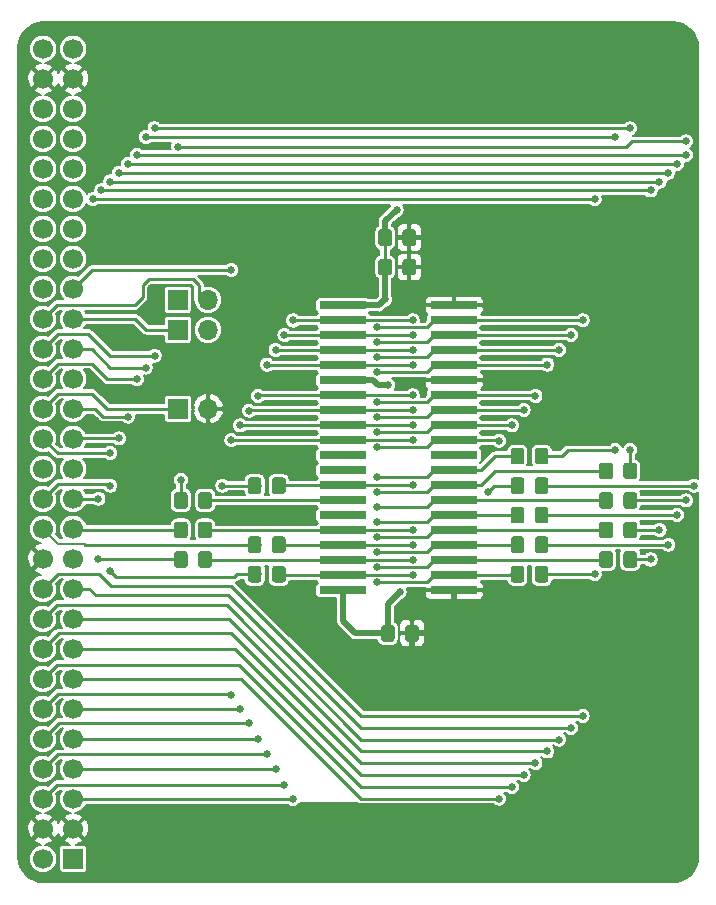
<source format=gtl>
G04 #@! TF.GenerationSoftware,KiCad,Pcbnew,5.0.1*
G04 #@! TF.CreationDate,2019-01-27T10:15:17+11:00*
G04 #@! TF.ProjectId,a501 dram based design,61353031206472616D20626173656420,1.0*
G04 #@! TF.SameCoordinates,Original*
G04 #@! TF.FileFunction,Copper,L1,Top,Signal*
G04 #@! TF.FilePolarity,Positive*
%FSLAX46Y46*%
G04 Gerber Fmt 4.6, Leading zero omitted, Abs format (unit mm)*
G04 Created by KiCad (PCBNEW 5.0.1) date Sun 27 Jan 2019 10:15:17 AEDT*
%MOMM*%
%LPD*%
G01*
G04 APERTURE LIST*
G04 #@! TA.AperFunction,ComponentPad*
%ADD10R,1.700000X1.700000*%
G04 #@! TD*
G04 #@! TA.AperFunction,ComponentPad*
%ADD11O,1.700000X1.700000*%
G04 #@! TD*
G04 #@! TA.AperFunction,SMDPad,CuDef*
%ADD12R,4.000000X0.635000*%
G04 #@! TD*
G04 #@! TA.AperFunction,ComponentPad*
%ADD13C,1.700000*%
G04 #@! TD*
G04 #@! TA.AperFunction,Conductor*
%ADD14C,0.100000*%
G04 #@! TD*
G04 #@! TA.AperFunction,SMDPad,CuDef*
%ADD15C,1.150000*%
G04 #@! TD*
G04 #@! TA.AperFunction,ViaPad*
%ADD16C,0.650000*%
G04 #@! TD*
G04 #@! TA.AperFunction,Conductor*
%ADD17C,0.254000*%
G04 #@! TD*
G04 #@! TA.AperFunction,Conductor*
%ADD18C,0.500000*%
G04 #@! TD*
G04 #@! TA.AperFunction,Conductor*
%ADD19C,0.203200*%
G04 #@! TD*
G04 APERTURE END LIST*
D10*
G04 #@! TO.P,JP1,1*
G04 #@! TO.N,/~EXTICK*
X158750000Y-87000000D03*
D11*
G04 #@! TO.P,JP1,2*
G04 #@! TO.N,GND*
X161290000Y-87000000D03*
G04 #@! TD*
D12*
G04 #@! TO.P,U1,40*
G04 #@! TO.N,GND*
X182120000Y-78232000D03*
G04 #@! TO.P,U1,1*
G04 #@! TO.N,+5V*
X172720000Y-78232000D03*
G04 #@! TO.P,U1,39*
G04 #@! TO.N,/DQ15*
X182120000Y-79502000D03*
G04 #@! TO.P,U1,2*
G04 #@! TO.N,/DQ0*
X172720000Y-79502000D03*
G04 #@! TO.P,U1,38*
G04 #@! TO.N,/DQ14*
X182120000Y-80772000D03*
G04 #@! TO.P,U1,3*
G04 #@! TO.N,/DQ1*
X172720000Y-80772000D03*
G04 #@! TO.P,U1,37*
G04 #@! TO.N,/DQ13*
X182120000Y-82042000D03*
G04 #@! TO.P,U1,4*
G04 #@! TO.N,/DQ2*
X172720000Y-82042000D03*
G04 #@! TO.P,U1,36*
G04 #@! TO.N,/DQ12*
X182120000Y-83312000D03*
G04 #@! TO.P,U1,5*
G04 #@! TO.N,/DQ3*
X172720000Y-83312000D03*
G04 #@! TO.P,U1,35*
G04 #@! TO.N,GND*
X182120000Y-84582000D03*
G04 #@! TO.P,U1,6*
G04 #@! TO.N,+5V*
X172720000Y-84582000D03*
G04 #@! TO.P,U1,34*
G04 #@! TO.N,/DQ11*
X182120000Y-85852000D03*
G04 #@! TO.P,U1,7*
G04 #@! TO.N,/DQ4*
X172720000Y-85852000D03*
G04 #@! TO.P,U1,33*
G04 #@! TO.N,/DQ10*
X182120000Y-87122000D03*
G04 #@! TO.P,U1,8*
G04 #@! TO.N,/DQ5*
X172720000Y-87122000D03*
G04 #@! TO.P,U1,32*
G04 #@! TO.N,/DQ9*
X182120000Y-88392000D03*
G04 #@! TO.P,U1,9*
G04 #@! TO.N,/DQ6*
X172720000Y-88392000D03*
G04 #@! TO.P,U1,31*
G04 #@! TO.N,/DQ8*
X182120000Y-89662000D03*
G04 #@! TO.P,U1,10*
G04 #@! TO.N,/DQ7*
X172720000Y-89662000D03*
G04 #@! TO.P,U1,30*
G04 #@! TO.N,N/C*
X182120000Y-90932000D03*
G04 #@! TO.P,U1,11*
X172720000Y-90932000D03*
G04 #@! TO.P,U1,29*
G04 #@! TO.N,/~CASL*
X182120000Y-92202000D03*
G04 #@! TO.P,U1,12*
G04 #@! TO.N,N/C*
X172720000Y-92202000D03*
G04 #@! TO.P,U1,28*
G04 #@! TO.N,/~CASU*
X182120000Y-93472000D03*
G04 #@! TO.P,U1,13*
G04 #@! TO.N,/~WE*
X172720000Y-93472000D03*
G04 #@! TO.P,U1,27*
G04 #@! TO.N,/~OE*
X182120000Y-94742000D03*
G04 #@! TO.P,U1,14*
G04 #@! TO.N,/~RAS0out*
X172720000Y-94742000D03*
G04 #@! TO.P,U1,26*
G04 #@! TO.N,/A8*
X182120000Y-96012000D03*
G04 #@! TO.P,U1,15*
G04 #@! TO.N,N/C*
X172720000Y-96012000D03*
G04 #@! TO.P,U1,25*
G04 #@! TO.N,/A7*
X182120000Y-97282000D03*
G04 #@! TO.P,U1,16*
G04 #@! TO.N,/A0*
X172720000Y-97282000D03*
G04 #@! TO.P,U1,24*
G04 #@! TO.N,/A6*
X182120000Y-98552000D03*
G04 #@! TO.P,U1,17*
G04 #@! TO.N,/A1*
X172720000Y-98552000D03*
G04 #@! TO.P,U1,23*
G04 #@! TO.N,/A5*
X182120000Y-99822000D03*
G04 #@! TO.P,U1,18*
G04 #@! TO.N,/A2*
X172720000Y-99822000D03*
G04 #@! TO.P,U1,22*
G04 #@! TO.N,/A4*
X182120000Y-101092000D03*
G04 #@! TO.P,U1,19*
G04 #@! TO.N,/A3*
X172720000Y-101092000D03*
G04 #@! TO.P,U1,21*
G04 #@! TO.N,GND*
X182120000Y-102362000D03*
G04 #@! TO.P,U1,20*
G04 #@! TO.N,+5V*
X172720000Y-102362000D03*
G04 #@! TD*
D10*
G04 #@! TO.P,JP2,1*
G04 #@! TO.N,/~RAS0*
X158724000Y-80306000D03*
D11*
G04 #@! TO.P,JP2,2*
G04 #@! TO.N,Net-(JP2-Pad2)*
X161264000Y-80306000D03*
G04 #@! TD*
D10*
G04 #@! TO.P,JP3,1*
G04 #@! TO.N,Net-(JP3-Pad1)*
X158724000Y-77766000D03*
D11*
G04 #@! TO.P,JP3,2*
G04 #@! TO.N,/~RAS1*
X161264000Y-77766000D03*
G04 #@! TD*
D13*
G04 #@! TO.P,J1,2*
G04 #@! TO.N,N/C*
X147320000Y-125095000D03*
D10*
G04 #@! TO.P,J1,1*
X149860000Y-125095000D03*
D13*
G04 #@! TO.P,J1,3*
G04 #@! TO.N,GND*
X149860000Y-122555000D03*
G04 #@! TO.P,J1,4*
X147320000Y-122555000D03*
G04 #@! TO.P,J1,5*
G04 #@! TO.N,/DQ0*
X149860000Y-120015000D03*
G04 #@! TO.P,J1,6*
G04 #@! TO.N,/DQ1*
X147320000Y-120015000D03*
G04 #@! TO.P,J1,7*
G04 #@! TO.N,/DQ2*
X149860000Y-117475000D03*
G04 #@! TO.P,J1,8*
G04 #@! TO.N,/DQ3*
X147320000Y-117475000D03*
G04 #@! TO.P,J1,9*
G04 #@! TO.N,/DQ4*
X149860000Y-114935000D03*
G04 #@! TO.P,J1,10*
G04 #@! TO.N,/DQ5*
X147320000Y-114935000D03*
G04 #@! TO.P,J1,11*
G04 #@! TO.N,/DQ6*
X149860000Y-112395000D03*
G04 #@! TO.P,J1,12*
G04 #@! TO.N,/DQ7*
X147320000Y-112395000D03*
G04 #@! TO.P,J1,13*
G04 #@! TO.N,/DQ8*
X149860000Y-109855000D03*
G04 #@! TO.P,J1,14*
G04 #@! TO.N,/DQ9*
X147320000Y-109855000D03*
G04 #@! TO.P,J1,15*
G04 #@! TO.N,/DQ10*
X149860000Y-107315000D03*
G04 #@! TO.P,J1,16*
G04 #@! TO.N,/DQ11*
X147320000Y-107315000D03*
G04 #@! TO.P,J1,17*
G04 #@! TO.N,/DQ12*
X149860000Y-104775000D03*
G04 #@! TO.P,J1,18*
G04 #@! TO.N,/DQ13*
X147320000Y-104775000D03*
G04 #@! TO.P,J1,19*
G04 #@! TO.N,/DQ14*
X149860000Y-102235000D03*
G04 #@! TO.P,J1,20*
G04 #@! TO.N,/DQ15*
X147320000Y-102235000D03*
G04 #@! TO.P,J1,21*
G04 #@! TO.N,GND*
X149860000Y-99695000D03*
G04 #@! TO.P,J1,22*
X147320000Y-99695000D03*
G04 #@! TO.P,J1,23*
G04 #@! TO.N,Net-(J1-Pad23)*
X149860000Y-97155000D03*
G04 #@! TO.P,J1,24*
G04 #@! TO.N,Net-(J1-Pad24)*
X147320000Y-97155000D03*
G04 #@! TO.P,J1,25*
G04 #@! TO.N,Net-(J1-Pad25)*
X149860000Y-94615000D03*
G04 #@! TO.P,J1,26*
G04 #@! TO.N,Net-(J1-Pad26)*
X147320000Y-94615000D03*
G04 #@! TO.P,J1,27*
G04 #@! TO.N,Net-(J1-Pad27)*
X149860000Y-92075000D03*
G04 #@! TO.P,J1,28*
G04 #@! TO.N,Net-(J1-Pad28)*
X147320000Y-92075000D03*
G04 #@! TO.P,J1,29*
G04 #@! TO.N,Net-(J1-Pad29)*
X149860000Y-89535000D03*
G04 #@! TO.P,J1,30*
G04 #@! TO.N,Net-(J1-Pad30)*
X147320000Y-89535000D03*
G04 #@! TO.P,J1,31*
G04 #@! TO.N,Net-(J1-Pad31)*
X149860000Y-86995000D03*
G04 #@! TO.P,J1,32*
G04 #@! TO.N,/~EXTICK*
X147320000Y-86995000D03*
G04 #@! TO.P,J1,33*
G04 #@! TO.N,N/C*
X149860000Y-84455000D03*
G04 #@! TO.P,J1,34*
G04 #@! TO.N,Net-(J1-Pad34)*
X147320000Y-84455000D03*
G04 #@! TO.P,J1,35*
G04 #@! TO.N,Net-(J1-Pad35)*
X149860000Y-81915000D03*
G04 #@! TO.P,J1,36*
G04 #@! TO.N,Net-(J1-Pad36)*
X147320000Y-81915000D03*
G04 #@! TO.P,J1,37*
G04 #@! TO.N,/~RAS0*
X149860000Y-79375000D03*
G04 #@! TO.P,J1,38*
G04 #@! TO.N,/~RAS1*
X147320000Y-79375000D03*
G04 #@! TO.P,J1,39*
G04 #@! TO.N,Net-(J1-Pad39)*
X149860000Y-76835000D03*
G04 #@! TO.P,J1,40*
G04 #@! TO.N,N/C*
X147320000Y-76835000D03*
G04 #@! TO.P,J1,41*
X149860000Y-74295000D03*
G04 #@! TO.P,J1,42*
X147320000Y-74295000D03*
G04 #@! TO.P,J1,43*
X149860000Y-71755000D03*
G04 #@! TO.P,J1,44*
X147320000Y-71755000D03*
G04 #@! TO.P,J1,45*
X149860000Y-69215000D03*
G04 #@! TO.P,J1,46*
X147320000Y-69215000D03*
G04 #@! TO.P,J1,47*
X149860000Y-66675000D03*
G04 #@! TO.P,J1,48*
X147320000Y-66675000D03*
G04 #@! TO.P,J1,49*
X149860000Y-64135000D03*
G04 #@! TO.P,J1,50*
X147320000Y-64135000D03*
G04 #@! TO.P,J1,51*
G04 #@! TO.N,+5V*
X149860000Y-61595000D03*
G04 #@! TO.P,J1,52*
X147320000Y-61595000D03*
G04 #@! TO.P,J1,53*
G04 #@! TO.N,GND*
X149860000Y-59055000D03*
G04 #@! TO.P,J1,54*
X147320000Y-59055000D03*
G04 #@! TO.P,J1,55*
G04 #@! TO.N,N/C*
X149860000Y-56515000D03*
G04 #@! TO.P,J1,56*
X147320000Y-56515000D03*
G04 #@! TD*
D14*
G04 #@! TO.N,+5V*
G04 #@! TO.C,C1*
G36*
X176616505Y-71801204D02*
X176640773Y-71804804D01*
X176664572Y-71810765D01*
X176687671Y-71819030D01*
X176709850Y-71829520D01*
X176730893Y-71842132D01*
X176750599Y-71856747D01*
X176768777Y-71873223D01*
X176785253Y-71891401D01*
X176799868Y-71911107D01*
X176812480Y-71932150D01*
X176822970Y-71954329D01*
X176831235Y-71977428D01*
X176837196Y-72001227D01*
X176840796Y-72025495D01*
X176842000Y-72049999D01*
X176842000Y-72950001D01*
X176840796Y-72974505D01*
X176837196Y-72998773D01*
X176831235Y-73022572D01*
X176822970Y-73045671D01*
X176812480Y-73067850D01*
X176799868Y-73088893D01*
X176785253Y-73108599D01*
X176768777Y-73126777D01*
X176750599Y-73143253D01*
X176730893Y-73157868D01*
X176709850Y-73170480D01*
X176687671Y-73180970D01*
X176664572Y-73189235D01*
X176640773Y-73195196D01*
X176616505Y-73198796D01*
X176592001Y-73200000D01*
X175941999Y-73200000D01*
X175917495Y-73198796D01*
X175893227Y-73195196D01*
X175869428Y-73189235D01*
X175846329Y-73180970D01*
X175824150Y-73170480D01*
X175803107Y-73157868D01*
X175783401Y-73143253D01*
X175765223Y-73126777D01*
X175748747Y-73108599D01*
X175734132Y-73088893D01*
X175721520Y-73067850D01*
X175711030Y-73045671D01*
X175702765Y-73022572D01*
X175696804Y-72998773D01*
X175693204Y-72974505D01*
X175692000Y-72950001D01*
X175692000Y-72049999D01*
X175693204Y-72025495D01*
X175696804Y-72001227D01*
X175702765Y-71977428D01*
X175711030Y-71954329D01*
X175721520Y-71932150D01*
X175734132Y-71911107D01*
X175748747Y-71891401D01*
X175765223Y-71873223D01*
X175783401Y-71856747D01*
X175803107Y-71842132D01*
X175824150Y-71829520D01*
X175846329Y-71819030D01*
X175869428Y-71810765D01*
X175893227Y-71804804D01*
X175917495Y-71801204D01*
X175941999Y-71800000D01*
X176592001Y-71800000D01*
X176616505Y-71801204D01*
X176616505Y-71801204D01*
G37*
D15*
G04 #@! TD*
G04 #@! TO.P,C1,1*
G04 #@! TO.N,+5V*
X176267000Y-72500000D03*
D14*
G04 #@! TO.N,GND*
G04 #@! TO.C,C1*
G36*
X178666505Y-71801204D02*
X178690773Y-71804804D01*
X178714572Y-71810765D01*
X178737671Y-71819030D01*
X178759850Y-71829520D01*
X178780893Y-71842132D01*
X178800599Y-71856747D01*
X178818777Y-71873223D01*
X178835253Y-71891401D01*
X178849868Y-71911107D01*
X178862480Y-71932150D01*
X178872970Y-71954329D01*
X178881235Y-71977428D01*
X178887196Y-72001227D01*
X178890796Y-72025495D01*
X178892000Y-72049999D01*
X178892000Y-72950001D01*
X178890796Y-72974505D01*
X178887196Y-72998773D01*
X178881235Y-73022572D01*
X178872970Y-73045671D01*
X178862480Y-73067850D01*
X178849868Y-73088893D01*
X178835253Y-73108599D01*
X178818777Y-73126777D01*
X178800599Y-73143253D01*
X178780893Y-73157868D01*
X178759850Y-73170480D01*
X178737671Y-73180970D01*
X178714572Y-73189235D01*
X178690773Y-73195196D01*
X178666505Y-73198796D01*
X178642001Y-73200000D01*
X177991999Y-73200000D01*
X177967495Y-73198796D01*
X177943227Y-73195196D01*
X177919428Y-73189235D01*
X177896329Y-73180970D01*
X177874150Y-73170480D01*
X177853107Y-73157868D01*
X177833401Y-73143253D01*
X177815223Y-73126777D01*
X177798747Y-73108599D01*
X177784132Y-73088893D01*
X177771520Y-73067850D01*
X177761030Y-73045671D01*
X177752765Y-73022572D01*
X177746804Y-72998773D01*
X177743204Y-72974505D01*
X177742000Y-72950001D01*
X177742000Y-72049999D01*
X177743204Y-72025495D01*
X177746804Y-72001227D01*
X177752765Y-71977428D01*
X177761030Y-71954329D01*
X177771520Y-71932150D01*
X177784132Y-71911107D01*
X177798747Y-71891401D01*
X177815223Y-71873223D01*
X177833401Y-71856747D01*
X177853107Y-71842132D01*
X177874150Y-71829520D01*
X177896329Y-71819030D01*
X177919428Y-71810765D01*
X177943227Y-71804804D01*
X177967495Y-71801204D01*
X177991999Y-71800000D01*
X178642001Y-71800000D01*
X178666505Y-71801204D01*
X178666505Y-71801204D01*
G37*
D15*
G04 #@! TD*
G04 #@! TO.P,C1,2*
G04 #@! TO.N,GND*
X178317000Y-72500000D03*
D14*
G04 #@! TO.N,+5V*
G04 #@! TO.C,C2*
G36*
X176616505Y-74301204D02*
X176640773Y-74304804D01*
X176664572Y-74310765D01*
X176687671Y-74319030D01*
X176709850Y-74329520D01*
X176730893Y-74342132D01*
X176750599Y-74356747D01*
X176768777Y-74373223D01*
X176785253Y-74391401D01*
X176799868Y-74411107D01*
X176812480Y-74432150D01*
X176822970Y-74454329D01*
X176831235Y-74477428D01*
X176837196Y-74501227D01*
X176840796Y-74525495D01*
X176842000Y-74549999D01*
X176842000Y-75450001D01*
X176840796Y-75474505D01*
X176837196Y-75498773D01*
X176831235Y-75522572D01*
X176822970Y-75545671D01*
X176812480Y-75567850D01*
X176799868Y-75588893D01*
X176785253Y-75608599D01*
X176768777Y-75626777D01*
X176750599Y-75643253D01*
X176730893Y-75657868D01*
X176709850Y-75670480D01*
X176687671Y-75680970D01*
X176664572Y-75689235D01*
X176640773Y-75695196D01*
X176616505Y-75698796D01*
X176592001Y-75700000D01*
X175941999Y-75700000D01*
X175917495Y-75698796D01*
X175893227Y-75695196D01*
X175869428Y-75689235D01*
X175846329Y-75680970D01*
X175824150Y-75670480D01*
X175803107Y-75657868D01*
X175783401Y-75643253D01*
X175765223Y-75626777D01*
X175748747Y-75608599D01*
X175734132Y-75588893D01*
X175721520Y-75567850D01*
X175711030Y-75545671D01*
X175702765Y-75522572D01*
X175696804Y-75498773D01*
X175693204Y-75474505D01*
X175692000Y-75450001D01*
X175692000Y-74549999D01*
X175693204Y-74525495D01*
X175696804Y-74501227D01*
X175702765Y-74477428D01*
X175711030Y-74454329D01*
X175721520Y-74432150D01*
X175734132Y-74411107D01*
X175748747Y-74391401D01*
X175765223Y-74373223D01*
X175783401Y-74356747D01*
X175803107Y-74342132D01*
X175824150Y-74329520D01*
X175846329Y-74319030D01*
X175869428Y-74310765D01*
X175893227Y-74304804D01*
X175917495Y-74301204D01*
X175941999Y-74300000D01*
X176592001Y-74300000D01*
X176616505Y-74301204D01*
X176616505Y-74301204D01*
G37*
D15*
G04 #@! TD*
G04 #@! TO.P,C2,1*
G04 #@! TO.N,+5V*
X176267000Y-75000000D03*
D14*
G04 #@! TO.N,GND*
G04 #@! TO.C,C2*
G36*
X178666505Y-74301204D02*
X178690773Y-74304804D01*
X178714572Y-74310765D01*
X178737671Y-74319030D01*
X178759850Y-74329520D01*
X178780893Y-74342132D01*
X178800599Y-74356747D01*
X178818777Y-74373223D01*
X178835253Y-74391401D01*
X178849868Y-74411107D01*
X178862480Y-74432150D01*
X178872970Y-74454329D01*
X178881235Y-74477428D01*
X178887196Y-74501227D01*
X178890796Y-74525495D01*
X178892000Y-74549999D01*
X178892000Y-75450001D01*
X178890796Y-75474505D01*
X178887196Y-75498773D01*
X178881235Y-75522572D01*
X178872970Y-75545671D01*
X178862480Y-75567850D01*
X178849868Y-75588893D01*
X178835253Y-75608599D01*
X178818777Y-75626777D01*
X178800599Y-75643253D01*
X178780893Y-75657868D01*
X178759850Y-75670480D01*
X178737671Y-75680970D01*
X178714572Y-75689235D01*
X178690773Y-75695196D01*
X178666505Y-75698796D01*
X178642001Y-75700000D01*
X177991999Y-75700000D01*
X177967495Y-75698796D01*
X177943227Y-75695196D01*
X177919428Y-75689235D01*
X177896329Y-75680970D01*
X177874150Y-75670480D01*
X177853107Y-75657868D01*
X177833401Y-75643253D01*
X177815223Y-75626777D01*
X177798747Y-75608599D01*
X177784132Y-75588893D01*
X177771520Y-75567850D01*
X177761030Y-75545671D01*
X177752765Y-75522572D01*
X177746804Y-75498773D01*
X177743204Y-75474505D01*
X177742000Y-75450001D01*
X177742000Y-74549999D01*
X177743204Y-74525495D01*
X177746804Y-74501227D01*
X177752765Y-74477428D01*
X177761030Y-74454329D01*
X177771520Y-74432150D01*
X177784132Y-74411107D01*
X177798747Y-74391401D01*
X177815223Y-74373223D01*
X177833401Y-74356747D01*
X177853107Y-74342132D01*
X177874150Y-74329520D01*
X177896329Y-74319030D01*
X177919428Y-74310765D01*
X177943227Y-74304804D01*
X177967495Y-74301204D01*
X177991999Y-74300000D01*
X178642001Y-74300000D01*
X178666505Y-74301204D01*
X178666505Y-74301204D01*
G37*
D15*
G04 #@! TD*
G04 #@! TO.P,C2,2*
G04 #@! TO.N,GND*
X178317000Y-75000000D03*
D14*
G04 #@! TO.N,GND*
G04 #@! TO.C,C3*
G36*
X178899505Y-105301204D02*
X178923773Y-105304804D01*
X178947572Y-105310765D01*
X178970671Y-105319030D01*
X178992850Y-105329520D01*
X179013893Y-105342132D01*
X179033599Y-105356747D01*
X179051777Y-105373223D01*
X179068253Y-105391401D01*
X179082868Y-105411107D01*
X179095480Y-105432150D01*
X179105970Y-105454329D01*
X179114235Y-105477428D01*
X179120196Y-105501227D01*
X179123796Y-105525495D01*
X179125000Y-105549999D01*
X179125000Y-106450001D01*
X179123796Y-106474505D01*
X179120196Y-106498773D01*
X179114235Y-106522572D01*
X179105970Y-106545671D01*
X179095480Y-106567850D01*
X179082868Y-106588893D01*
X179068253Y-106608599D01*
X179051777Y-106626777D01*
X179033599Y-106643253D01*
X179013893Y-106657868D01*
X178992850Y-106670480D01*
X178970671Y-106680970D01*
X178947572Y-106689235D01*
X178923773Y-106695196D01*
X178899505Y-106698796D01*
X178875001Y-106700000D01*
X178224999Y-106700000D01*
X178200495Y-106698796D01*
X178176227Y-106695196D01*
X178152428Y-106689235D01*
X178129329Y-106680970D01*
X178107150Y-106670480D01*
X178086107Y-106657868D01*
X178066401Y-106643253D01*
X178048223Y-106626777D01*
X178031747Y-106608599D01*
X178017132Y-106588893D01*
X178004520Y-106567850D01*
X177994030Y-106545671D01*
X177985765Y-106522572D01*
X177979804Y-106498773D01*
X177976204Y-106474505D01*
X177975000Y-106450001D01*
X177975000Y-105549999D01*
X177976204Y-105525495D01*
X177979804Y-105501227D01*
X177985765Y-105477428D01*
X177994030Y-105454329D01*
X178004520Y-105432150D01*
X178017132Y-105411107D01*
X178031747Y-105391401D01*
X178048223Y-105373223D01*
X178066401Y-105356747D01*
X178086107Y-105342132D01*
X178107150Y-105329520D01*
X178129329Y-105319030D01*
X178152428Y-105310765D01*
X178176227Y-105304804D01*
X178200495Y-105301204D01*
X178224999Y-105300000D01*
X178875001Y-105300000D01*
X178899505Y-105301204D01*
X178899505Y-105301204D01*
G37*
D15*
G04 #@! TD*
G04 #@! TO.P,C3,2*
G04 #@! TO.N,GND*
X178550000Y-106000000D03*
D14*
G04 #@! TO.N,+5V*
G04 #@! TO.C,C3*
G36*
X176849505Y-105301204D02*
X176873773Y-105304804D01*
X176897572Y-105310765D01*
X176920671Y-105319030D01*
X176942850Y-105329520D01*
X176963893Y-105342132D01*
X176983599Y-105356747D01*
X177001777Y-105373223D01*
X177018253Y-105391401D01*
X177032868Y-105411107D01*
X177045480Y-105432150D01*
X177055970Y-105454329D01*
X177064235Y-105477428D01*
X177070196Y-105501227D01*
X177073796Y-105525495D01*
X177075000Y-105549999D01*
X177075000Y-106450001D01*
X177073796Y-106474505D01*
X177070196Y-106498773D01*
X177064235Y-106522572D01*
X177055970Y-106545671D01*
X177045480Y-106567850D01*
X177032868Y-106588893D01*
X177018253Y-106608599D01*
X177001777Y-106626777D01*
X176983599Y-106643253D01*
X176963893Y-106657868D01*
X176942850Y-106670480D01*
X176920671Y-106680970D01*
X176897572Y-106689235D01*
X176873773Y-106695196D01*
X176849505Y-106698796D01*
X176825001Y-106700000D01*
X176174999Y-106700000D01*
X176150495Y-106698796D01*
X176126227Y-106695196D01*
X176102428Y-106689235D01*
X176079329Y-106680970D01*
X176057150Y-106670480D01*
X176036107Y-106657868D01*
X176016401Y-106643253D01*
X175998223Y-106626777D01*
X175981747Y-106608599D01*
X175967132Y-106588893D01*
X175954520Y-106567850D01*
X175944030Y-106545671D01*
X175935765Y-106522572D01*
X175929804Y-106498773D01*
X175926204Y-106474505D01*
X175925000Y-106450001D01*
X175925000Y-105549999D01*
X175926204Y-105525495D01*
X175929804Y-105501227D01*
X175935765Y-105477428D01*
X175944030Y-105454329D01*
X175954520Y-105432150D01*
X175967132Y-105411107D01*
X175981747Y-105391401D01*
X175998223Y-105373223D01*
X176016401Y-105356747D01*
X176036107Y-105342132D01*
X176057150Y-105329520D01*
X176079329Y-105319030D01*
X176102428Y-105310765D01*
X176126227Y-105304804D01*
X176150495Y-105301204D01*
X176174999Y-105300000D01*
X176825001Y-105300000D01*
X176849505Y-105301204D01*
X176849505Y-105301204D01*
G37*
D15*
G04 #@! TD*
G04 #@! TO.P,C3,1*
G04 #@! TO.N,+5V*
X176500000Y-106000000D03*
D14*
G04 #@! TO.N,Net-(J1-Pad23)*
G04 #@! TO.C,R1*
G36*
X159324505Y-96551204D02*
X159348773Y-96554804D01*
X159372572Y-96560765D01*
X159395671Y-96569030D01*
X159417850Y-96579520D01*
X159438893Y-96592132D01*
X159458599Y-96606747D01*
X159476777Y-96623223D01*
X159493253Y-96641401D01*
X159507868Y-96661107D01*
X159520480Y-96682150D01*
X159530970Y-96704329D01*
X159539235Y-96727428D01*
X159545196Y-96751227D01*
X159548796Y-96775495D01*
X159550000Y-96799999D01*
X159550000Y-97700001D01*
X159548796Y-97724505D01*
X159545196Y-97748773D01*
X159539235Y-97772572D01*
X159530970Y-97795671D01*
X159520480Y-97817850D01*
X159507868Y-97838893D01*
X159493253Y-97858599D01*
X159476777Y-97876777D01*
X159458599Y-97893253D01*
X159438893Y-97907868D01*
X159417850Y-97920480D01*
X159395671Y-97930970D01*
X159372572Y-97939235D01*
X159348773Y-97945196D01*
X159324505Y-97948796D01*
X159300001Y-97950000D01*
X158649999Y-97950000D01*
X158625495Y-97948796D01*
X158601227Y-97945196D01*
X158577428Y-97939235D01*
X158554329Y-97930970D01*
X158532150Y-97920480D01*
X158511107Y-97907868D01*
X158491401Y-97893253D01*
X158473223Y-97876777D01*
X158456747Y-97858599D01*
X158442132Y-97838893D01*
X158429520Y-97817850D01*
X158419030Y-97795671D01*
X158410765Y-97772572D01*
X158404804Y-97748773D01*
X158401204Y-97724505D01*
X158400000Y-97700001D01*
X158400000Y-96799999D01*
X158401204Y-96775495D01*
X158404804Y-96751227D01*
X158410765Y-96727428D01*
X158419030Y-96704329D01*
X158429520Y-96682150D01*
X158442132Y-96661107D01*
X158456747Y-96641401D01*
X158473223Y-96623223D01*
X158491401Y-96606747D01*
X158511107Y-96592132D01*
X158532150Y-96579520D01*
X158554329Y-96569030D01*
X158577428Y-96560765D01*
X158601227Y-96554804D01*
X158625495Y-96551204D01*
X158649999Y-96550000D01*
X159300001Y-96550000D01*
X159324505Y-96551204D01*
X159324505Y-96551204D01*
G37*
D15*
G04 #@! TD*
G04 #@! TO.P,R1,2*
G04 #@! TO.N,Net-(J1-Pad23)*
X158975000Y-97250000D03*
D14*
G04 #@! TO.N,/A0*
G04 #@! TO.C,R1*
G36*
X161374505Y-96551204D02*
X161398773Y-96554804D01*
X161422572Y-96560765D01*
X161445671Y-96569030D01*
X161467850Y-96579520D01*
X161488893Y-96592132D01*
X161508599Y-96606747D01*
X161526777Y-96623223D01*
X161543253Y-96641401D01*
X161557868Y-96661107D01*
X161570480Y-96682150D01*
X161580970Y-96704329D01*
X161589235Y-96727428D01*
X161595196Y-96751227D01*
X161598796Y-96775495D01*
X161600000Y-96799999D01*
X161600000Y-97700001D01*
X161598796Y-97724505D01*
X161595196Y-97748773D01*
X161589235Y-97772572D01*
X161580970Y-97795671D01*
X161570480Y-97817850D01*
X161557868Y-97838893D01*
X161543253Y-97858599D01*
X161526777Y-97876777D01*
X161508599Y-97893253D01*
X161488893Y-97907868D01*
X161467850Y-97920480D01*
X161445671Y-97930970D01*
X161422572Y-97939235D01*
X161398773Y-97945196D01*
X161374505Y-97948796D01*
X161350001Y-97950000D01*
X160699999Y-97950000D01*
X160675495Y-97948796D01*
X160651227Y-97945196D01*
X160627428Y-97939235D01*
X160604329Y-97930970D01*
X160582150Y-97920480D01*
X160561107Y-97907868D01*
X160541401Y-97893253D01*
X160523223Y-97876777D01*
X160506747Y-97858599D01*
X160492132Y-97838893D01*
X160479520Y-97817850D01*
X160469030Y-97795671D01*
X160460765Y-97772572D01*
X160454804Y-97748773D01*
X160451204Y-97724505D01*
X160450000Y-97700001D01*
X160450000Y-96799999D01*
X160451204Y-96775495D01*
X160454804Y-96751227D01*
X160460765Y-96727428D01*
X160469030Y-96704329D01*
X160479520Y-96682150D01*
X160492132Y-96661107D01*
X160506747Y-96641401D01*
X160523223Y-96623223D01*
X160541401Y-96606747D01*
X160561107Y-96592132D01*
X160582150Y-96579520D01*
X160604329Y-96569030D01*
X160627428Y-96560765D01*
X160651227Y-96554804D01*
X160675495Y-96551204D01*
X160699999Y-96550000D01*
X161350001Y-96550000D01*
X161374505Y-96551204D01*
X161374505Y-96551204D01*
G37*
D15*
G04 #@! TD*
G04 #@! TO.P,R1,1*
G04 #@! TO.N,/A0*
X161025000Y-97250000D03*
D14*
G04 #@! TO.N,Net-(J1-Pad25)*
G04 #@! TO.C,R2*
G36*
X159324505Y-99051204D02*
X159348773Y-99054804D01*
X159372572Y-99060765D01*
X159395671Y-99069030D01*
X159417850Y-99079520D01*
X159438893Y-99092132D01*
X159458599Y-99106747D01*
X159476777Y-99123223D01*
X159493253Y-99141401D01*
X159507868Y-99161107D01*
X159520480Y-99182150D01*
X159530970Y-99204329D01*
X159539235Y-99227428D01*
X159545196Y-99251227D01*
X159548796Y-99275495D01*
X159550000Y-99299999D01*
X159550000Y-100200001D01*
X159548796Y-100224505D01*
X159545196Y-100248773D01*
X159539235Y-100272572D01*
X159530970Y-100295671D01*
X159520480Y-100317850D01*
X159507868Y-100338893D01*
X159493253Y-100358599D01*
X159476777Y-100376777D01*
X159458599Y-100393253D01*
X159438893Y-100407868D01*
X159417850Y-100420480D01*
X159395671Y-100430970D01*
X159372572Y-100439235D01*
X159348773Y-100445196D01*
X159324505Y-100448796D01*
X159300001Y-100450000D01*
X158649999Y-100450000D01*
X158625495Y-100448796D01*
X158601227Y-100445196D01*
X158577428Y-100439235D01*
X158554329Y-100430970D01*
X158532150Y-100420480D01*
X158511107Y-100407868D01*
X158491401Y-100393253D01*
X158473223Y-100376777D01*
X158456747Y-100358599D01*
X158442132Y-100338893D01*
X158429520Y-100317850D01*
X158419030Y-100295671D01*
X158410765Y-100272572D01*
X158404804Y-100248773D01*
X158401204Y-100224505D01*
X158400000Y-100200001D01*
X158400000Y-99299999D01*
X158401204Y-99275495D01*
X158404804Y-99251227D01*
X158410765Y-99227428D01*
X158419030Y-99204329D01*
X158429520Y-99182150D01*
X158442132Y-99161107D01*
X158456747Y-99141401D01*
X158473223Y-99123223D01*
X158491401Y-99106747D01*
X158511107Y-99092132D01*
X158532150Y-99079520D01*
X158554329Y-99069030D01*
X158577428Y-99060765D01*
X158601227Y-99054804D01*
X158625495Y-99051204D01*
X158649999Y-99050000D01*
X159300001Y-99050000D01*
X159324505Y-99051204D01*
X159324505Y-99051204D01*
G37*
D15*
G04 #@! TD*
G04 #@! TO.P,R2,2*
G04 #@! TO.N,Net-(J1-Pad25)*
X158975000Y-99750000D03*
D14*
G04 #@! TO.N,/A2*
G04 #@! TO.C,R2*
G36*
X161374505Y-99051204D02*
X161398773Y-99054804D01*
X161422572Y-99060765D01*
X161445671Y-99069030D01*
X161467850Y-99079520D01*
X161488893Y-99092132D01*
X161508599Y-99106747D01*
X161526777Y-99123223D01*
X161543253Y-99141401D01*
X161557868Y-99161107D01*
X161570480Y-99182150D01*
X161580970Y-99204329D01*
X161589235Y-99227428D01*
X161595196Y-99251227D01*
X161598796Y-99275495D01*
X161600000Y-99299999D01*
X161600000Y-100200001D01*
X161598796Y-100224505D01*
X161595196Y-100248773D01*
X161589235Y-100272572D01*
X161580970Y-100295671D01*
X161570480Y-100317850D01*
X161557868Y-100338893D01*
X161543253Y-100358599D01*
X161526777Y-100376777D01*
X161508599Y-100393253D01*
X161488893Y-100407868D01*
X161467850Y-100420480D01*
X161445671Y-100430970D01*
X161422572Y-100439235D01*
X161398773Y-100445196D01*
X161374505Y-100448796D01*
X161350001Y-100450000D01*
X160699999Y-100450000D01*
X160675495Y-100448796D01*
X160651227Y-100445196D01*
X160627428Y-100439235D01*
X160604329Y-100430970D01*
X160582150Y-100420480D01*
X160561107Y-100407868D01*
X160541401Y-100393253D01*
X160523223Y-100376777D01*
X160506747Y-100358599D01*
X160492132Y-100338893D01*
X160479520Y-100317850D01*
X160469030Y-100295671D01*
X160460765Y-100272572D01*
X160454804Y-100248773D01*
X160451204Y-100224505D01*
X160450000Y-100200001D01*
X160450000Y-99299999D01*
X160451204Y-99275495D01*
X160454804Y-99251227D01*
X160460765Y-99227428D01*
X160469030Y-99204329D01*
X160479520Y-99182150D01*
X160492132Y-99161107D01*
X160506747Y-99141401D01*
X160523223Y-99123223D01*
X160541401Y-99106747D01*
X160561107Y-99092132D01*
X160582150Y-99079520D01*
X160604329Y-99069030D01*
X160627428Y-99060765D01*
X160651227Y-99054804D01*
X160675495Y-99051204D01*
X160699999Y-99050000D01*
X161350001Y-99050000D01*
X161374505Y-99051204D01*
X161374505Y-99051204D01*
G37*
D15*
G04 #@! TD*
G04 #@! TO.P,R2,1*
G04 #@! TO.N,/A2*
X161025000Y-99750000D03*
D14*
G04 #@! TO.N,/A4*
G04 #@! TO.C,R3*
G36*
X187824505Y-100301204D02*
X187848773Y-100304804D01*
X187872572Y-100310765D01*
X187895671Y-100319030D01*
X187917850Y-100329520D01*
X187938893Y-100342132D01*
X187958599Y-100356747D01*
X187976777Y-100373223D01*
X187993253Y-100391401D01*
X188007868Y-100411107D01*
X188020480Y-100432150D01*
X188030970Y-100454329D01*
X188039235Y-100477428D01*
X188045196Y-100501227D01*
X188048796Y-100525495D01*
X188050000Y-100549999D01*
X188050000Y-101450001D01*
X188048796Y-101474505D01*
X188045196Y-101498773D01*
X188039235Y-101522572D01*
X188030970Y-101545671D01*
X188020480Y-101567850D01*
X188007868Y-101588893D01*
X187993253Y-101608599D01*
X187976777Y-101626777D01*
X187958599Y-101643253D01*
X187938893Y-101657868D01*
X187917850Y-101670480D01*
X187895671Y-101680970D01*
X187872572Y-101689235D01*
X187848773Y-101695196D01*
X187824505Y-101698796D01*
X187800001Y-101700000D01*
X187149999Y-101700000D01*
X187125495Y-101698796D01*
X187101227Y-101695196D01*
X187077428Y-101689235D01*
X187054329Y-101680970D01*
X187032150Y-101670480D01*
X187011107Y-101657868D01*
X186991401Y-101643253D01*
X186973223Y-101626777D01*
X186956747Y-101608599D01*
X186942132Y-101588893D01*
X186929520Y-101567850D01*
X186919030Y-101545671D01*
X186910765Y-101522572D01*
X186904804Y-101498773D01*
X186901204Y-101474505D01*
X186900000Y-101450001D01*
X186900000Y-100549999D01*
X186901204Y-100525495D01*
X186904804Y-100501227D01*
X186910765Y-100477428D01*
X186919030Y-100454329D01*
X186929520Y-100432150D01*
X186942132Y-100411107D01*
X186956747Y-100391401D01*
X186973223Y-100373223D01*
X186991401Y-100356747D01*
X187011107Y-100342132D01*
X187032150Y-100329520D01*
X187054329Y-100319030D01*
X187077428Y-100310765D01*
X187101227Y-100304804D01*
X187125495Y-100301204D01*
X187149999Y-100300000D01*
X187800001Y-100300000D01*
X187824505Y-100301204D01*
X187824505Y-100301204D01*
G37*
D15*
G04 #@! TD*
G04 #@! TO.P,R3,1*
G04 #@! TO.N,/A4*
X187475000Y-101000000D03*
D14*
G04 #@! TO.N,Net-(J1-Pad27)*
G04 #@! TO.C,R3*
G36*
X189874505Y-100301204D02*
X189898773Y-100304804D01*
X189922572Y-100310765D01*
X189945671Y-100319030D01*
X189967850Y-100329520D01*
X189988893Y-100342132D01*
X190008599Y-100356747D01*
X190026777Y-100373223D01*
X190043253Y-100391401D01*
X190057868Y-100411107D01*
X190070480Y-100432150D01*
X190080970Y-100454329D01*
X190089235Y-100477428D01*
X190095196Y-100501227D01*
X190098796Y-100525495D01*
X190100000Y-100549999D01*
X190100000Y-101450001D01*
X190098796Y-101474505D01*
X190095196Y-101498773D01*
X190089235Y-101522572D01*
X190080970Y-101545671D01*
X190070480Y-101567850D01*
X190057868Y-101588893D01*
X190043253Y-101608599D01*
X190026777Y-101626777D01*
X190008599Y-101643253D01*
X189988893Y-101657868D01*
X189967850Y-101670480D01*
X189945671Y-101680970D01*
X189922572Y-101689235D01*
X189898773Y-101695196D01*
X189874505Y-101698796D01*
X189850001Y-101700000D01*
X189199999Y-101700000D01*
X189175495Y-101698796D01*
X189151227Y-101695196D01*
X189127428Y-101689235D01*
X189104329Y-101680970D01*
X189082150Y-101670480D01*
X189061107Y-101657868D01*
X189041401Y-101643253D01*
X189023223Y-101626777D01*
X189006747Y-101608599D01*
X188992132Y-101588893D01*
X188979520Y-101567850D01*
X188969030Y-101545671D01*
X188960765Y-101522572D01*
X188954804Y-101498773D01*
X188951204Y-101474505D01*
X188950000Y-101450001D01*
X188950000Y-100549999D01*
X188951204Y-100525495D01*
X188954804Y-100501227D01*
X188960765Y-100477428D01*
X188969030Y-100454329D01*
X188979520Y-100432150D01*
X188992132Y-100411107D01*
X189006747Y-100391401D01*
X189023223Y-100373223D01*
X189041401Y-100356747D01*
X189061107Y-100342132D01*
X189082150Y-100329520D01*
X189104329Y-100319030D01*
X189127428Y-100310765D01*
X189151227Y-100304804D01*
X189175495Y-100301204D01*
X189199999Y-100300000D01*
X189850001Y-100300000D01*
X189874505Y-100301204D01*
X189874505Y-100301204D01*
G37*
D15*
G04 #@! TD*
G04 #@! TO.P,R3,2*
G04 #@! TO.N,Net-(J1-Pad27)*
X189525000Y-101000000D03*
D14*
G04 #@! TO.N,Net-(J1-Pad29)*
G04 #@! TO.C,R4*
G36*
X189874505Y-97801204D02*
X189898773Y-97804804D01*
X189922572Y-97810765D01*
X189945671Y-97819030D01*
X189967850Y-97829520D01*
X189988893Y-97842132D01*
X190008599Y-97856747D01*
X190026777Y-97873223D01*
X190043253Y-97891401D01*
X190057868Y-97911107D01*
X190070480Y-97932150D01*
X190080970Y-97954329D01*
X190089235Y-97977428D01*
X190095196Y-98001227D01*
X190098796Y-98025495D01*
X190100000Y-98049999D01*
X190100000Y-98950001D01*
X190098796Y-98974505D01*
X190095196Y-98998773D01*
X190089235Y-99022572D01*
X190080970Y-99045671D01*
X190070480Y-99067850D01*
X190057868Y-99088893D01*
X190043253Y-99108599D01*
X190026777Y-99126777D01*
X190008599Y-99143253D01*
X189988893Y-99157868D01*
X189967850Y-99170480D01*
X189945671Y-99180970D01*
X189922572Y-99189235D01*
X189898773Y-99195196D01*
X189874505Y-99198796D01*
X189850001Y-99200000D01*
X189199999Y-99200000D01*
X189175495Y-99198796D01*
X189151227Y-99195196D01*
X189127428Y-99189235D01*
X189104329Y-99180970D01*
X189082150Y-99170480D01*
X189061107Y-99157868D01*
X189041401Y-99143253D01*
X189023223Y-99126777D01*
X189006747Y-99108599D01*
X188992132Y-99088893D01*
X188979520Y-99067850D01*
X188969030Y-99045671D01*
X188960765Y-99022572D01*
X188954804Y-98998773D01*
X188951204Y-98974505D01*
X188950000Y-98950001D01*
X188950000Y-98049999D01*
X188951204Y-98025495D01*
X188954804Y-98001227D01*
X188960765Y-97977428D01*
X188969030Y-97954329D01*
X188979520Y-97932150D01*
X188992132Y-97911107D01*
X189006747Y-97891401D01*
X189023223Y-97873223D01*
X189041401Y-97856747D01*
X189061107Y-97842132D01*
X189082150Y-97829520D01*
X189104329Y-97819030D01*
X189127428Y-97810765D01*
X189151227Y-97804804D01*
X189175495Y-97801204D01*
X189199999Y-97800000D01*
X189850001Y-97800000D01*
X189874505Y-97801204D01*
X189874505Y-97801204D01*
G37*
D15*
G04 #@! TD*
G04 #@! TO.P,R4,2*
G04 #@! TO.N,Net-(J1-Pad29)*
X189525000Y-98500000D03*
D14*
G04 #@! TO.N,/A6*
G04 #@! TO.C,R4*
G36*
X187824505Y-97801204D02*
X187848773Y-97804804D01*
X187872572Y-97810765D01*
X187895671Y-97819030D01*
X187917850Y-97829520D01*
X187938893Y-97842132D01*
X187958599Y-97856747D01*
X187976777Y-97873223D01*
X187993253Y-97891401D01*
X188007868Y-97911107D01*
X188020480Y-97932150D01*
X188030970Y-97954329D01*
X188039235Y-97977428D01*
X188045196Y-98001227D01*
X188048796Y-98025495D01*
X188050000Y-98049999D01*
X188050000Y-98950001D01*
X188048796Y-98974505D01*
X188045196Y-98998773D01*
X188039235Y-99022572D01*
X188030970Y-99045671D01*
X188020480Y-99067850D01*
X188007868Y-99088893D01*
X187993253Y-99108599D01*
X187976777Y-99126777D01*
X187958599Y-99143253D01*
X187938893Y-99157868D01*
X187917850Y-99170480D01*
X187895671Y-99180970D01*
X187872572Y-99189235D01*
X187848773Y-99195196D01*
X187824505Y-99198796D01*
X187800001Y-99200000D01*
X187149999Y-99200000D01*
X187125495Y-99198796D01*
X187101227Y-99195196D01*
X187077428Y-99189235D01*
X187054329Y-99180970D01*
X187032150Y-99170480D01*
X187011107Y-99157868D01*
X186991401Y-99143253D01*
X186973223Y-99126777D01*
X186956747Y-99108599D01*
X186942132Y-99088893D01*
X186929520Y-99067850D01*
X186919030Y-99045671D01*
X186910765Y-99022572D01*
X186904804Y-98998773D01*
X186901204Y-98974505D01*
X186900000Y-98950001D01*
X186900000Y-98049999D01*
X186901204Y-98025495D01*
X186904804Y-98001227D01*
X186910765Y-97977428D01*
X186919030Y-97954329D01*
X186929520Y-97932150D01*
X186942132Y-97911107D01*
X186956747Y-97891401D01*
X186973223Y-97873223D01*
X186991401Y-97856747D01*
X187011107Y-97842132D01*
X187032150Y-97829520D01*
X187054329Y-97819030D01*
X187077428Y-97810765D01*
X187101227Y-97804804D01*
X187125495Y-97801204D01*
X187149999Y-97800000D01*
X187800001Y-97800000D01*
X187824505Y-97801204D01*
X187824505Y-97801204D01*
G37*
D15*
G04 #@! TD*
G04 #@! TO.P,R4,1*
G04 #@! TO.N,/A6*
X187475000Y-98500000D03*
D14*
G04 #@! TO.N,/A8*
G04 #@! TO.C,R5*
G36*
X187824505Y-95301204D02*
X187848773Y-95304804D01*
X187872572Y-95310765D01*
X187895671Y-95319030D01*
X187917850Y-95329520D01*
X187938893Y-95342132D01*
X187958599Y-95356747D01*
X187976777Y-95373223D01*
X187993253Y-95391401D01*
X188007868Y-95411107D01*
X188020480Y-95432150D01*
X188030970Y-95454329D01*
X188039235Y-95477428D01*
X188045196Y-95501227D01*
X188048796Y-95525495D01*
X188050000Y-95549999D01*
X188050000Y-96450001D01*
X188048796Y-96474505D01*
X188045196Y-96498773D01*
X188039235Y-96522572D01*
X188030970Y-96545671D01*
X188020480Y-96567850D01*
X188007868Y-96588893D01*
X187993253Y-96608599D01*
X187976777Y-96626777D01*
X187958599Y-96643253D01*
X187938893Y-96657868D01*
X187917850Y-96670480D01*
X187895671Y-96680970D01*
X187872572Y-96689235D01*
X187848773Y-96695196D01*
X187824505Y-96698796D01*
X187800001Y-96700000D01*
X187149999Y-96700000D01*
X187125495Y-96698796D01*
X187101227Y-96695196D01*
X187077428Y-96689235D01*
X187054329Y-96680970D01*
X187032150Y-96670480D01*
X187011107Y-96657868D01*
X186991401Y-96643253D01*
X186973223Y-96626777D01*
X186956747Y-96608599D01*
X186942132Y-96588893D01*
X186929520Y-96567850D01*
X186919030Y-96545671D01*
X186910765Y-96522572D01*
X186904804Y-96498773D01*
X186901204Y-96474505D01*
X186900000Y-96450001D01*
X186900000Y-95549999D01*
X186901204Y-95525495D01*
X186904804Y-95501227D01*
X186910765Y-95477428D01*
X186919030Y-95454329D01*
X186929520Y-95432150D01*
X186942132Y-95411107D01*
X186956747Y-95391401D01*
X186973223Y-95373223D01*
X186991401Y-95356747D01*
X187011107Y-95342132D01*
X187032150Y-95329520D01*
X187054329Y-95319030D01*
X187077428Y-95310765D01*
X187101227Y-95304804D01*
X187125495Y-95301204D01*
X187149999Y-95300000D01*
X187800001Y-95300000D01*
X187824505Y-95301204D01*
X187824505Y-95301204D01*
G37*
D15*
G04 #@! TD*
G04 #@! TO.P,R5,1*
G04 #@! TO.N,/A8*
X187475000Y-96000000D03*
D14*
G04 #@! TO.N,Net-(J1-Pad31)*
G04 #@! TO.C,R5*
G36*
X189874505Y-95301204D02*
X189898773Y-95304804D01*
X189922572Y-95310765D01*
X189945671Y-95319030D01*
X189967850Y-95329520D01*
X189988893Y-95342132D01*
X190008599Y-95356747D01*
X190026777Y-95373223D01*
X190043253Y-95391401D01*
X190057868Y-95411107D01*
X190070480Y-95432150D01*
X190080970Y-95454329D01*
X190089235Y-95477428D01*
X190095196Y-95501227D01*
X190098796Y-95525495D01*
X190100000Y-95549999D01*
X190100000Y-96450001D01*
X190098796Y-96474505D01*
X190095196Y-96498773D01*
X190089235Y-96522572D01*
X190080970Y-96545671D01*
X190070480Y-96567850D01*
X190057868Y-96588893D01*
X190043253Y-96608599D01*
X190026777Y-96626777D01*
X190008599Y-96643253D01*
X189988893Y-96657868D01*
X189967850Y-96670480D01*
X189945671Y-96680970D01*
X189922572Y-96689235D01*
X189898773Y-96695196D01*
X189874505Y-96698796D01*
X189850001Y-96700000D01*
X189199999Y-96700000D01*
X189175495Y-96698796D01*
X189151227Y-96695196D01*
X189127428Y-96689235D01*
X189104329Y-96680970D01*
X189082150Y-96670480D01*
X189061107Y-96657868D01*
X189041401Y-96643253D01*
X189023223Y-96626777D01*
X189006747Y-96608599D01*
X188992132Y-96588893D01*
X188979520Y-96567850D01*
X188969030Y-96545671D01*
X188960765Y-96522572D01*
X188954804Y-96498773D01*
X188951204Y-96474505D01*
X188950000Y-96450001D01*
X188950000Y-95549999D01*
X188951204Y-95525495D01*
X188954804Y-95501227D01*
X188960765Y-95477428D01*
X188969030Y-95454329D01*
X188979520Y-95432150D01*
X188992132Y-95411107D01*
X189006747Y-95391401D01*
X189023223Y-95373223D01*
X189041401Y-95356747D01*
X189061107Y-95342132D01*
X189082150Y-95329520D01*
X189104329Y-95319030D01*
X189127428Y-95310765D01*
X189151227Y-95304804D01*
X189175495Y-95301204D01*
X189199999Y-95300000D01*
X189850001Y-95300000D01*
X189874505Y-95301204D01*
X189874505Y-95301204D01*
G37*
D15*
G04 #@! TD*
G04 #@! TO.P,R5,2*
G04 #@! TO.N,Net-(J1-Pad31)*
X189525000Y-96000000D03*
D14*
G04 #@! TO.N,/~CASL*
G04 #@! TO.C,R6*
G36*
X187824505Y-90301204D02*
X187848773Y-90304804D01*
X187872572Y-90310765D01*
X187895671Y-90319030D01*
X187917850Y-90329520D01*
X187938893Y-90342132D01*
X187958599Y-90356747D01*
X187976777Y-90373223D01*
X187993253Y-90391401D01*
X188007868Y-90411107D01*
X188020480Y-90432150D01*
X188030970Y-90454329D01*
X188039235Y-90477428D01*
X188045196Y-90501227D01*
X188048796Y-90525495D01*
X188050000Y-90549999D01*
X188050000Y-91450001D01*
X188048796Y-91474505D01*
X188045196Y-91498773D01*
X188039235Y-91522572D01*
X188030970Y-91545671D01*
X188020480Y-91567850D01*
X188007868Y-91588893D01*
X187993253Y-91608599D01*
X187976777Y-91626777D01*
X187958599Y-91643253D01*
X187938893Y-91657868D01*
X187917850Y-91670480D01*
X187895671Y-91680970D01*
X187872572Y-91689235D01*
X187848773Y-91695196D01*
X187824505Y-91698796D01*
X187800001Y-91700000D01*
X187149999Y-91700000D01*
X187125495Y-91698796D01*
X187101227Y-91695196D01*
X187077428Y-91689235D01*
X187054329Y-91680970D01*
X187032150Y-91670480D01*
X187011107Y-91657868D01*
X186991401Y-91643253D01*
X186973223Y-91626777D01*
X186956747Y-91608599D01*
X186942132Y-91588893D01*
X186929520Y-91567850D01*
X186919030Y-91545671D01*
X186910765Y-91522572D01*
X186904804Y-91498773D01*
X186901204Y-91474505D01*
X186900000Y-91450001D01*
X186900000Y-90549999D01*
X186901204Y-90525495D01*
X186904804Y-90501227D01*
X186910765Y-90477428D01*
X186919030Y-90454329D01*
X186929520Y-90432150D01*
X186942132Y-90411107D01*
X186956747Y-90391401D01*
X186973223Y-90373223D01*
X186991401Y-90356747D01*
X187011107Y-90342132D01*
X187032150Y-90329520D01*
X187054329Y-90319030D01*
X187077428Y-90310765D01*
X187101227Y-90304804D01*
X187125495Y-90301204D01*
X187149999Y-90300000D01*
X187800001Y-90300000D01*
X187824505Y-90301204D01*
X187824505Y-90301204D01*
G37*
D15*
G04 #@! TD*
G04 #@! TO.P,R6,1*
G04 #@! TO.N,/~CASL*
X187475000Y-91000000D03*
D14*
G04 #@! TO.N,Net-(J1-Pad35)*
G04 #@! TO.C,R6*
G36*
X189874505Y-90301204D02*
X189898773Y-90304804D01*
X189922572Y-90310765D01*
X189945671Y-90319030D01*
X189967850Y-90329520D01*
X189988893Y-90342132D01*
X190008599Y-90356747D01*
X190026777Y-90373223D01*
X190043253Y-90391401D01*
X190057868Y-90411107D01*
X190070480Y-90432150D01*
X190080970Y-90454329D01*
X190089235Y-90477428D01*
X190095196Y-90501227D01*
X190098796Y-90525495D01*
X190100000Y-90549999D01*
X190100000Y-91450001D01*
X190098796Y-91474505D01*
X190095196Y-91498773D01*
X190089235Y-91522572D01*
X190080970Y-91545671D01*
X190070480Y-91567850D01*
X190057868Y-91588893D01*
X190043253Y-91608599D01*
X190026777Y-91626777D01*
X190008599Y-91643253D01*
X189988893Y-91657868D01*
X189967850Y-91670480D01*
X189945671Y-91680970D01*
X189922572Y-91689235D01*
X189898773Y-91695196D01*
X189874505Y-91698796D01*
X189850001Y-91700000D01*
X189199999Y-91700000D01*
X189175495Y-91698796D01*
X189151227Y-91695196D01*
X189127428Y-91689235D01*
X189104329Y-91680970D01*
X189082150Y-91670480D01*
X189061107Y-91657868D01*
X189041401Y-91643253D01*
X189023223Y-91626777D01*
X189006747Y-91608599D01*
X188992132Y-91588893D01*
X188979520Y-91567850D01*
X188969030Y-91545671D01*
X188960765Y-91522572D01*
X188954804Y-91498773D01*
X188951204Y-91474505D01*
X188950000Y-91450001D01*
X188950000Y-90549999D01*
X188951204Y-90525495D01*
X188954804Y-90501227D01*
X188960765Y-90477428D01*
X188969030Y-90454329D01*
X188979520Y-90432150D01*
X188992132Y-90411107D01*
X189006747Y-90391401D01*
X189023223Y-90373223D01*
X189041401Y-90356747D01*
X189061107Y-90342132D01*
X189082150Y-90329520D01*
X189104329Y-90319030D01*
X189127428Y-90310765D01*
X189151227Y-90304804D01*
X189175495Y-90301204D01*
X189199999Y-90300000D01*
X189850001Y-90300000D01*
X189874505Y-90301204D01*
X189874505Y-90301204D01*
G37*
D15*
G04 #@! TD*
G04 #@! TO.P,R6,2*
G04 #@! TO.N,Net-(J1-Pad35)*
X189525000Y-91000000D03*
D14*
G04 #@! TO.N,Net-(JP2-Pad2)*
G04 #@! TO.C,R7*
G36*
X159324505Y-94051204D02*
X159348773Y-94054804D01*
X159372572Y-94060765D01*
X159395671Y-94069030D01*
X159417850Y-94079520D01*
X159438893Y-94092132D01*
X159458599Y-94106747D01*
X159476777Y-94123223D01*
X159493253Y-94141401D01*
X159507868Y-94161107D01*
X159520480Y-94182150D01*
X159530970Y-94204329D01*
X159539235Y-94227428D01*
X159545196Y-94251227D01*
X159548796Y-94275495D01*
X159550000Y-94299999D01*
X159550000Y-95200001D01*
X159548796Y-95224505D01*
X159545196Y-95248773D01*
X159539235Y-95272572D01*
X159530970Y-95295671D01*
X159520480Y-95317850D01*
X159507868Y-95338893D01*
X159493253Y-95358599D01*
X159476777Y-95376777D01*
X159458599Y-95393253D01*
X159438893Y-95407868D01*
X159417850Y-95420480D01*
X159395671Y-95430970D01*
X159372572Y-95439235D01*
X159348773Y-95445196D01*
X159324505Y-95448796D01*
X159300001Y-95450000D01*
X158649999Y-95450000D01*
X158625495Y-95448796D01*
X158601227Y-95445196D01*
X158577428Y-95439235D01*
X158554329Y-95430970D01*
X158532150Y-95420480D01*
X158511107Y-95407868D01*
X158491401Y-95393253D01*
X158473223Y-95376777D01*
X158456747Y-95358599D01*
X158442132Y-95338893D01*
X158429520Y-95317850D01*
X158419030Y-95295671D01*
X158410765Y-95272572D01*
X158404804Y-95248773D01*
X158401204Y-95224505D01*
X158400000Y-95200001D01*
X158400000Y-94299999D01*
X158401204Y-94275495D01*
X158404804Y-94251227D01*
X158410765Y-94227428D01*
X158419030Y-94204329D01*
X158429520Y-94182150D01*
X158442132Y-94161107D01*
X158456747Y-94141401D01*
X158473223Y-94123223D01*
X158491401Y-94106747D01*
X158511107Y-94092132D01*
X158532150Y-94079520D01*
X158554329Y-94069030D01*
X158577428Y-94060765D01*
X158601227Y-94054804D01*
X158625495Y-94051204D01*
X158649999Y-94050000D01*
X159300001Y-94050000D01*
X159324505Y-94051204D01*
X159324505Y-94051204D01*
G37*
D15*
G04 #@! TD*
G04 #@! TO.P,R7,1*
G04 #@! TO.N,Net-(JP2-Pad2)*
X158975000Y-94750000D03*
D14*
G04 #@! TO.N,/~RAS0out*
G04 #@! TO.C,R7*
G36*
X161374505Y-94051204D02*
X161398773Y-94054804D01*
X161422572Y-94060765D01*
X161445671Y-94069030D01*
X161467850Y-94079520D01*
X161488893Y-94092132D01*
X161508599Y-94106747D01*
X161526777Y-94123223D01*
X161543253Y-94141401D01*
X161557868Y-94161107D01*
X161570480Y-94182150D01*
X161580970Y-94204329D01*
X161589235Y-94227428D01*
X161595196Y-94251227D01*
X161598796Y-94275495D01*
X161600000Y-94299999D01*
X161600000Y-95200001D01*
X161598796Y-95224505D01*
X161595196Y-95248773D01*
X161589235Y-95272572D01*
X161580970Y-95295671D01*
X161570480Y-95317850D01*
X161557868Y-95338893D01*
X161543253Y-95358599D01*
X161526777Y-95376777D01*
X161508599Y-95393253D01*
X161488893Y-95407868D01*
X161467850Y-95420480D01*
X161445671Y-95430970D01*
X161422572Y-95439235D01*
X161398773Y-95445196D01*
X161374505Y-95448796D01*
X161350001Y-95450000D01*
X160699999Y-95450000D01*
X160675495Y-95448796D01*
X160651227Y-95445196D01*
X160627428Y-95439235D01*
X160604329Y-95430970D01*
X160582150Y-95420480D01*
X160561107Y-95407868D01*
X160541401Y-95393253D01*
X160523223Y-95376777D01*
X160506747Y-95358599D01*
X160492132Y-95338893D01*
X160479520Y-95317850D01*
X160469030Y-95295671D01*
X160460765Y-95272572D01*
X160454804Y-95248773D01*
X160451204Y-95224505D01*
X160450000Y-95200001D01*
X160450000Y-94299999D01*
X160451204Y-94275495D01*
X160454804Y-94251227D01*
X160460765Y-94227428D01*
X160469030Y-94204329D01*
X160479520Y-94182150D01*
X160492132Y-94161107D01*
X160506747Y-94141401D01*
X160523223Y-94123223D01*
X160541401Y-94106747D01*
X160561107Y-94092132D01*
X160582150Y-94079520D01*
X160604329Y-94069030D01*
X160627428Y-94060765D01*
X160651227Y-94054804D01*
X160675495Y-94051204D01*
X160699999Y-94050000D01*
X161350001Y-94050000D01*
X161374505Y-94051204D01*
X161374505Y-94051204D01*
G37*
D15*
G04 #@! TD*
G04 #@! TO.P,R7,2*
G04 #@! TO.N,/~RAS0out*
X161025000Y-94750000D03*
D14*
G04 #@! TO.N,Net-(J1-Pad39)*
G04 #@! TO.C,R8*
G36*
X165574505Y-92801204D02*
X165598773Y-92804804D01*
X165622572Y-92810765D01*
X165645671Y-92819030D01*
X165667850Y-92829520D01*
X165688893Y-92842132D01*
X165708599Y-92856747D01*
X165726777Y-92873223D01*
X165743253Y-92891401D01*
X165757868Y-92911107D01*
X165770480Y-92932150D01*
X165780970Y-92954329D01*
X165789235Y-92977428D01*
X165795196Y-93001227D01*
X165798796Y-93025495D01*
X165800000Y-93049999D01*
X165800000Y-93950001D01*
X165798796Y-93974505D01*
X165795196Y-93998773D01*
X165789235Y-94022572D01*
X165780970Y-94045671D01*
X165770480Y-94067850D01*
X165757868Y-94088893D01*
X165743253Y-94108599D01*
X165726777Y-94126777D01*
X165708599Y-94143253D01*
X165688893Y-94157868D01*
X165667850Y-94170480D01*
X165645671Y-94180970D01*
X165622572Y-94189235D01*
X165598773Y-94195196D01*
X165574505Y-94198796D01*
X165550001Y-94200000D01*
X164899999Y-94200000D01*
X164875495Y-94198796D01*
X164851227Y-94195196D01*
X164827428Y-94189235D01*
X164804329Y-94180970D01*
X164782150Y-94170480D01*
X164761107Y-94157868D01*
X164741401Y-94143253D01*
X164723223Y-94126777D01*
X164706747Y-94108599D01*
X164692132Y-94088893D01*
X164679520Y-94067850D01*
X164669030Y-94045671D01*
X164660765Y-94022572D01*
X164654804Y-93998773D01*
X164651204Y-93974505D01*
X164650000Y-93950001D01*
X164650000Y-93049999D01*
X164651204Y-93025495D01*
X164654804Y-93001227D01*
X164660765Y-92977428D01*
X164669030Y-92954329D01*
X164679520Y-92932150D01*
X164692132Y-92911107D01*
X164706747Y-92891401D01*
X164723223Y-92873223D01*
X164741401Y-92856747D01*
X164761107Y-92842132D01*
X164782150Y-92829520D01*
X164804329Y-92819030D01*
X164827428Y-92810765D01*
X164851227Y-92804804D01*
X164875495Y-92801204D01*
X164899999Y-92800000D01*
X165550001Y-92800000D01*
X165574505Y-92801204D01*
X165574505Y-92801204D01*
G37*
D15*
G04 #@! TD*
G04 #@! TO.P,R8,2*
G04 #@! TO.N,Net-(J1-Pad39)*
X165225000Y-93500000D03*
D14*
G04 #@! TO.N,/~WE*
G04 #@! TO.C,R8*
G36*
X167624505Y-92801204D02*
X167648773Y-92804804D01*
X167672572Y-92810765D01*
X167695671Y-92819030D01*
X167717850Y-92829520D01*
X167738893Y-92842132D01*
X167758599Y-92856747D01*
X167776777Y-92873223D01*
X167793253Y-92891401D01*
X167807868Y-92911107D01*
X167820480Y-92932150D01*
X167830970Y-92954329D01*
X167839235Y-92977428D01*
X167845196Y-93001227D01*
X167848796Y-93025495D01*
X167850000Y-93049999D01*
X167850000Y-93950001D01*
X167848796Y-93974505D01*
X167845196Y-93998773D01*
X167839235Y-94022572D01*
X167830970Y-94045671D01*
X167820480Y-94067850D01*
X167807868Y-94088893D01*
X167793253Y-94108599D01*
X167776777Y-94126777D01*
X167758599Y-94143253D01*
X167738893Y-94157868D01*
X167717850Y-94170480D01*
X167695671Y-94180970D01*
X167672572Y-94189235D01*
X167648773Y-94195196D01*
X167624505Y-94198796D01*
X167600001Y-94200000D01*
X166949999Y-94200000D01*
X166925495Y-94198796D01*
X166901227Y-94195196D01*
X166877428Y-94189235D01*
X166854329Y-94180970D01*
X166832150Y-94170480D01*
X166811107Y-94157868D01*
X166791401Y-94143253D01*
X166773223Y-94126777D01*
X166756747Y-94108599D01*
X166742132Y-94088893D01*
X166729520Y-94067850D01*
X166719030Y-94045671D01*
X166710765Y-94022572D01*
X166704804Y-93998773D01*
X166701204Y-93974505D01*
X166700000Y-93950001D01*
X166700000Y-93049999D01*
X166701204Y-93025495D01*
X166704804Y-93001227D01*
X166710765Y-92977428D01*
X166719030Y-92954329D01*
X166729520Y-92932150D01*
X166742132Y-92911107D01*
X166756747Y-92891401D01*
X166773223Y-92873223D01*
X166791401Y-92856747D01*
X166811107Y-92842132D01*
X166832150Y-92829520D01*
X166854329Y-92819030D01*
X166877428Y-92810765D01*
X166901227Y-92804804D01*
X166925495Y-92801204D01*
X166949999Y-92800000D01*
X167600001Y-92800000D01*
X167624505Y-92801204D01*
X167624505Y-92801204D01*
G37*
D15*
G04 #@! TD*
G04 #@! TO.P,R8,1*
G04 #@! TO.N,/~WE*
X167275000Y-93500000D03*
D14*
G04 #@! TO.N,/A1*
G04 #@! TO.C,R9*
G36*
X167624505Y-97801204D02*
X167648773Y-97804804D01*
X167672572Y-97810765D01*
X167695671Y-97819030D01*
X167717850Y-97829520D01*
X167738893Y-97842132D01*
X167758599Y-97856747D01*
X167776777Y-97873223D01*
X167793253Y-97891401D01*
X167807868Y-97911107D01*
X167820480Y-97932150D01*
X167830970Y-97954329D01*
X167839235Y-97977428D01*
X167845196Y-98001227D01*
X167848796Y-98025495D01*
X167850000Y-98049999D01*
X167850000Y-98950001D01*
X167848796Y-98974505D01*
X167845196Y-98998773D01*
X167839235Y-99022572D01*
X167830970Y-99045671D01*
X167820480Y-99067850D01*
X167807868Y-99088893D01*
X167793253Y-99108599D01*
X167776777Y-99126777D01*
X167758599Y-99143253D01*
X167738893Y-99157868D01*
X167717850Y-99170480D01*
X167695671Y-99180970D01*
X167672572Y-99189235D01*
X167648773Y-99195196D01*
X167624505Y-99198796D01*
X167600001Y-99200000D01*
X166949999Y-99200000D01*
X166925495Y-99198796D01*
X166901227Y-99195196D01*
X166877428Y-99189235D01*
X166854329Y-99180970D01*
X166832150Y-99170480D01*
X166811107Y-99157868D01*
X166791401Y-99143253D01*
X166773223Y-99126777D01*
X166756747Y-99108599D01*
X166742132Y-99088893D01*
X166729520Y-99067850D01*
X166719030Y-99045671D01*
X166710765Y-99022572D01*
X166704804Y-98998773D01*
X166701204Y-98974505D01*
X166700000Y-98950001D01*
X166700000Y-98049999D01*
X166701204Y-98025495D01*
X166704804Y-98001227D01*
X166710765Y-97977428D01*
X166719030Y-97954329D01*
X166729520Y-97932150D01*
X166742132Y-97911107D01*
X166756747Y-97891401D01*
X166773223Y-97873223D01*
X166791401Y-97856747D01*
X166811107Y-97842132D01*
X166832150Y-97829520D01*
X166854329Y-97819030D01*
X166877428Y-97810765D01*
X166901227Y-97804804D01*
X166925495Y-97801204D01*
X166949999Y-97800000D01*
X167600001Y-97800000D01*
X167624505Y-97801204D01*
X167624505Y-97801204D01*
G37*
D15*
G04 #@! TD*
G04 #@! TO.P,R9,2*
G04 #@! TO.N,/A1*
X167275000Y-98500000D03*
D14*
G04 #@! TO.N,Net-(J1-Pad24)*
G04 #@! TO.C,R9*
G36*
X165574505Y-97801204D02*
X165598773Y-97804804D01*
X165622572Y-97810765D01*
X165645671Y-97819030D01*
X165667850Y-97829520D01*
X165688893Y-97842132D01*
X165708599Y-97856747D01*
X165726777Y-97873223D01*
X165743253Y-97891401D01*
X165757868Y-97911107D01*
X165770480Y-97932150D01*
X165780970Y-97954329D01*
X165789235Y-97977428D01*
X165795196Y-98001227D01*
X165798796Y-98025495D01*
X165800000Y-98049999D01*
X165800000Y-98950001D01*
X165798796Y-98974505D01*
X165795196Y-98998773D01*
X165789235Y-99022572D01*
X165780970Y-99045671D01*
X165770480Y-99067850D01*
X165757868Y-99088893D01*
X165743253Y-99108599D01*
X165726777Y-99126777D01*
X165708599Y-99143253D01*
X165688893Y-99157868D01*
X165667850Y-99170480D01*
X165645671Y-99180970D01*
X165622572Y-99189235D01*
X165598773Y-99195196D01*
X165574505Y-99198796D01*
X165550001Y-99200000D01*
X164899999Y-99200000D01*
X164875495Y-99198796D01*
X164851227Y-99195196D01*
X164827428Y-99189235D01*
X164804329Y-99180970D01*
X164782150Y-99170480D01*
X164761107Y-99157868D01*
X164741401Y-99143253D01*
X164723223Y-99126777D01*
X164706747Y-99108599D01*
X164692132Y-99088893D01*
X164679520Y-99067850D01*
X164669030Y-99045671D01*
X164660765Y-99022572D01*
X164654804Y-98998773D01*
X164651204Y-98974505D01*
X164650000Y-98950001D01*
X164650000Y-98049999D01*
X164651204Y-98025495D01*
X164654804Y-98001227D01*
X164660765Y-97977428D01*
X164669030Y-97954329D01*
X164679520Y-97932150D01*
X164692132Y-97911107D01*
X164706747Y-97891401D01*
X164723223Y-97873223D01*
X164741401Y-97856747D01*
X164761107Y-97842132D01*
X164782150Y-97829520D01*
X164804329Y-97819030D01*
X164827428Y-97810765D01*
X164851227Y-97804804D01*
X164875495Y-97801204D01*
X164899999Y-97800000D01*
X165550001Y-97800000D01*
X165574505Y-97801204D01*
X165574505Y-97801204D01*
G37*
D15*
G04 #@! TD*
G04 #@! TO.P,R9,1*
G04 #@! TO.N,Net-(J1-Pad24)*
X165225000Y-98500000D03*
D14*
G04 #@! TO.N,Net-(J1-Pad26)*
G04 #@! TO.C,R10*
G36*
X165574505Y-100301204D02*
X165598773Y-100304804D01*
X165622572Y-100310765D01*
X165645671Y-100319030D01*
X165667850Y-100329520D01*
X165688893Y-100342132D01*
X165708599Y-100356747D01*
X165726777Y-100373223D01*
X165743253Y-100391401D01*
X165757868Y-100411107D01*
X165770480Y-100432150D01*
X165780970Y-100454329D01*
X165789235Y-100477428D01*
X165795196Y-100501227D01*
X165798796Y-100525495D01*
X165800000Y-100549999D01*
X165800000Y-101450001D01*
X165798796Y-101474505D01*
X165795196Y-101498773D01*
X165789235Y-101522572D01*
X165780970Y-101545671D01*
X165770480Y-101567850D01*
X165757868Y-101588893D01*
X165743253Y-101608599D01*
X165726777Y-101626777D01*
X165708599Y-101643253D01*
X165688893Y-101657868D01*
X165667850Y-101670480D01*
X165645671Y-101680970D01*
X165622572Y-101689235D01*
X165598773Y-101695196D01*
X165574505Y-101698796D01*
X165550001Y-101700000D01*
X164899999Y-101700000D01*
X164875495Y-101698796D01*
X164851227Y-101695196D01*
X164827428Y-101689235D01*
X164804329Y-101680970D01*
X164782150Y-101670480D01*
X164761107Y-101657868D01*
X164741401Y-101643253D01*
X164723223Y-101626777D01*
X164706747Y-101608599D01*
X164692132Y-101588893D01*
X164679520Y-101567850D01*
X164669030Y-101545671D01*
X164660765Y-101522572D01*
X164654804Y-101498773D01*
X164651204Y-101474505D01*
X164650000Y-101450001D01*
X164650000Y-100549999D01*
X164651204Y-100525495D01*
X164654804Y-100501227D01*
X164660765Y-100477428D01*
X164669030Y-100454329D01*
X164679520Y-100432150D01*
X164692132Y-100411107D01*
X164706747Y-100391401D01*
X164723223Y-100373223D01*
X164741401Y-100356747D01*
X164761107Y-100342132D01*
X164782150Y-100329520D01*
X164804329Y-100319030D01*
X164827428Y-100310765D01*
X164851227Y-100304804D01*
X164875495Y-100301204D01*
X164899999Y-100300000D01*
X165550001Y-100300000D01*
X165574505Y-100301204D01*
X165574505Y-100301204D01*
G37*
D15*
G04 #@! TD*
G04 #@! TO.P,R10,1*
G04 #@! TO.N,Net-(J1-Pad26)*
X165225000Y-101000000D03*
D14*
G04 #@! TO.N,/A3*
G04 #@! TO.C,R10*
G36*
X167624505Y-100301204D02*
X167648773Y-100304804D01*
X167672572Y-100310765D01*
X167695671Y-100319030D01*
X167717850Y-100329520D01*
X167738893Y-100342132D01*
X167758599Y-100356747D01*
X167776777Y-100373223D01*
X167793253Y-100391401D01*
X167807868Y-100411107D01*
X167820480Y-100432150D01*
X167830970Y-100454329D01*
X167839235Y-100477428D01*
X167845196Y-100501227D01*
X167848796Y-100525495D01*
X167850000Y-100549999D01*
X167850000Y-101450001D01*
X167848796Y-101474505D01*
X167845196Y-101498773D01*
X167839235Y-101522572D01*
X167830970Y-101545671D01*
X167820480Y-101567850D01*
X167807868Y-101588893D01*
X167793253Y-101608599D01*
X167776777Y-101626777D01*
X167758599Y-101643253D01*
X167738893Y-101657868D01*
X167717850Y-101670480D01*
X167695671Y-101680970D01*
X167672572Y-101689235D01*
X167648773Y-101695196D01*
X167624505Y-101698796D01*
X167600001Y-101700000D01*
X166949999Y-101700000D01*
X166925495Y-101698796D01*
X166901227Y-101695196D01*
X166877428Y-101689235D01*
X166854329Y-101680970D01*
X166832150Y-101670480D01*
X166811107Y-101657868D01*
X166791401Y-101643253D01*
X166773223Y-101626777D01*
X166756747Y-101608599D01*
X166742132Y-101588893D01*
X166729520Y-101567850D01*
X166719030Y-101545671D01*
X166710765Y-101522572D01*
X166704804Y-101498773D01*
X166701204Y-101474505D01*
X166700000Y-101450001D01*
X166700000Y-100549999D01*
X166701204Y-100525495D01*
X166704804Y-100501227D01*
X166710765Y-100477428D01*
X166719030Y-100454329D01*
X166729520Y-100432150D01*
X166742132Y-100411107D01*
X166756747Y-100391401D01*
X166773223Y-100373223D01*
X166791401Y-100356747D01*
X166811107Y-100342132D01*
X166832150Y-100329520D01*
X166854329Y-100319030D01*
X166877428Y-100310765D01*
X166901227Y-100304804D01*
X166925495Y-100301204D01*
X166949999Y-100300000D01*
X167600001Y-100300000D01*
X167624505Y-100301204D01*
X167624505Y-100301204D01*
G37*
D15*
G04 #@! TD*
G04 #@! TO.P,R10,2*
G04 #@! TO.N,/A3*
X167275000Y-101000000D03*
D14*
G04 #@! TO.N,/A5*
G04 #@! TO.C,R11*
G36*
X195324505Y-99051204D02*
X195348773Y-99054804D01*
X195372572Y-99060765D01*
X195395671Y-99069030D01*
X195417850Y-99079520D01*
X195438893Y-99092132D01*
X195458599Y-99106747D01*
X195476777Y-99123223D01*
X195493253Y-99141401D01*
X195507868Y-99161107D01*
X195520480Y-99182150D01*
X195530970Y-99204329D01*
X195539235Y-99227428D01*
X195545196Y-99251227D01*
X195548796Y-99275495D01*
X195550000Y-99299999D01*
X195550000Y-100200001D01*
X195548796Y-100224505D01*
X195545196Y-100248773D01*
X195539235Y-100272572D01*
X195530970Y-100295671D01*
X195520480Y-100317850D01*
X195507868Y-100338893D01*
X195493253Y-100358599D01*
X195476777Y-100376777D01*
X195458599Y-100393253D01*
X195438893Y-100407868D01*
X195417850Y-100420480D01*
X195395671Y-100430970D01*
X195372572Y-100439235D01*
X195348773Y-100445196D01*
X195324505Y-100448796D01*
X195300001Y-100450000D01*
X194649999Y-100450000D01*
X194625495Y-100448796D01*
X194601227Y-100445196D01*
X194577428Y-100439235D01*
X194554329Y-100430970D01*
X194532150Y-100420480D01*
X194511107Y-100407868D01*
X194491401Y-100393253D01*
X194473223Y-100376777D01*
X194456747Y-100358599D01*
X194442132Y-100338893D01*
X194429520Y-100317850D01*
X194419030Y-100295671D01*
X194410765Y-100272572D01*
X194404804Y-100248773D01*
X194401204Y-100224505D01*
X194400000Y-100200001D01*
X194400000Y-99299999D01*
X194401204Y-99275495D01*
X194404804Y-99251227D01*
X194410765Y-99227428D01*
X194419030Y-99204329D01*
X194429520Y-99182150D01*
X194442132Y-99161107D01*
X194456747Y-99141401D01*
X194473223Y-99123223D01*
X194491401Y-99106747D01*
X194511107Y-99092132D01*
X194532150Y-99079520D01*
X194554329Y-99069030D01*
X194577428Y-99060765D01*
X194601227Y-99054804D01*
X194625495Y-99051204D01*
X194649999Y-99050000D01*
X195300001Y-99050000D01*
X195324505Y-99051204D01*
X195324505Y-99051204D01*
G37*
D15*
G04 #@! TD*
G04 #@! TO.P,R11,2*
G04 #@! TO.N,/A5*
X194975000Y-99750000D03*
D14*
G04 #@! TO.N,Net-(J1-Pad28)*
G04 #@! TO.C,R11*
G36*
X197374505Y-99051204D02*
X197398773Y-99054804D01*
X197422572Y-99060765D01*
X197445671Y-99069030D01*
X197467850Y-99079520D01*
X197488893Y-99092132D01*
X197508599Y-99106747D01*
X197526777Y-99123223D01*
X197543253Y-99141401D01*
X197557868Y-99161107D01*
X197570480Y-99182150D01*
X197580970Y-99204329D01*
X197589235Y-99227428D01*
X197595196Y-99251227D01*
X197598796Y-99275495D01*
X197600000Y-99299999D01*
X197600000Y-100200001D01*
X197598796Y-100224505D01*
X197595196Y-100248773D01*
X197589235Y-100272572D01*
X197580970Y-100295671D01*
X197570480Y-100317850D01*
X197557868Y-100338893D01*
X197543253Y-100358599D01*
X197526777Y-100376777D01*
X197508599Y-100393253D01*
X197488893Y-100407868D01*
X197467850Y-100420480D01*
X197445671Y-100430970D01*
X197422572Y-100439235D01*
X197398773Y-100445196D01*
X197374505Y-100448796D01*
X197350001Y-100450000D01*
X196699999Y-100450000D01*
X196675495Y-100448796D01*
X196651227Y-100445196D01*
X196627428Y-100439235D01*
X196604329Y-100430970D01*
X196582150Y-100420480D01*
X196561107Y-100407868D01*
X196541401Y-100393253D01*
X196523223Y-100376777D01*
X196506747Y-100358599D01*
X196492132Y-100338893D01*
X196479520Y-100317850D01*
X196469030Y-100295671D01*
X196460765Y-100272572D01*
X196454804Y-100248773D01*
X196451204Y-100224505D01*
X196450000Y-100200001D01*
X196450000Y-99299999D01*
X196451204Y-99275495D01*
X196454804Y-99251227D01*
X196460765Y-99227428D01*
X196469030Y-99204329D01*
X196479520Y-99182150D01*
X196492132Y-99161107D01*
X196506747Y-99141401D01*
X196523223Y-99123223D01*
X196541401Y-99106747D01*
X196561107Y-99092132D01*
X196582150Y-99079520D01*
X196604329Y-99069030D01*
X196627428Y-99060765D01*
X196651227Y-99054804D01*
X196675495Y-99051204D01*
X196699999Y-99050000D01*
X197350001Y-99050000D01*
X197374505Y-99051204D01*
X197374505Y-99051204D01*
G37*
D15*
G04 #@! TD*
G04 #@! TO.P,R11,1*
G04 #@! TO.N,Net-(J1-Pad28)*
X197025000Y-99750000D03*
D14*
G04 #@! TO.N,Net-(J1-Pad30)*
G04 #@! TO.C,R12*
G36*
X197374505Y-96551204D02*
X197398773Y-96554804D01*
X197422572Y-96560765D01*
X197445671Y-96569030D01*
X197467850Y-96579520D01*
X197488893Y-96592132D01*
X197508599Y-96606747D01*
X197526777Y-96623223D01*
X197543253Y-96641401D01*
X197557868Y-96661107D01*
X197570480Y-96682150D01*
X197580970Y-96704329D01*
X197589235Y-96727428D01*
X197595196Y-96751227D01*
X197598796Y-96775495D01*
X197600000Y-96799999D01*
X197600000Y-97700001D01*
X197598796Y-97724505D01*
X197595196Y-97748773D01*
X197589235Y-97772572D01*
X197580970Y-97795671D01*
X197570480Y-97817850D01*
X197557868Y-97838893D01*
X197543253Y-97858599D01*
X197526777Y-97876777D01*
X197508599Y-97893253D01*
X197488893Y-97907868D01*
X197467850Y-97920480D01*
X197445671Y-97930970D01*
X197422572Y-97939235D01*
X197398773Y-97945196D01*
X197374505Y-97948796D01*
X197350001Y-97950000D01*
X196699999Y-97950000D01*
X196675495Y-97948796D01*
X196651227Y-97945196D01*
X196627428Y-97939235D01*
X196604329Y-97930970D01*
X196582150Y-97920480D01*
X196561107Y-97907868D01*
X196541401Y-97893253D01*
X196523223Y-97876777D01*
X196506747Y-97858599D01*
X196492132Y-97838893D01*
X196479520Y-97817850D01*
X196469030Y-97795671D01*
X196460765Y-97772572D01*
X196454804Y-97748773D01*
X196451204Y-97724505D01*
X196450000Y-97700001D01*
X196450000Y-96799999D01*
X196451204Y-96775495D01*
X196454804Y-96751227D01*
X196460765Y-96727428D01*
X196469030Y-96704329D01*
X196479520Y-96682150D01*
X196492132Y-96661107D01*
X196506747Y-96641401D01*
X196523223Y-96623223D01*
X196541401Y-96606747D01*
X196561107Y-96592132D01*
X196582150Y-96579520D01*
X196604329Y-96569030D01*
X196627428Y-96560765D01*
X196651227Y-96554804D01*
X196675495Y-96551204D01*
X196699999Y-96550000D01*
X197350001Y-96550000D01*
X197374505Y-96551204D01*
X197374505Y-96551204D01*
G37*
D15*
G04 #@! TD*
G04 #@! TO.P,R12,1*
G04 #@! TO.N,Net-(J1-Pad30)*
X197025000Y-97250000D03*
D14*
G04 #@! TO.N,/A7*
G04 #@! TO.C,R12*
G36*
X195324505Y-96551204D02*
X195348773Y-96554804D01*
X195372572Y-96560765D01*
X195395671Y-96569030D01*
X195417850Y-96579520D01*
X195438893Y-96592132D01*
X195458599Y-96606747D01*
X195476777Y-96623223D01*
X195493253Y-96641401D01*
X195507868Y-96661107D01*
X195520480Y-96682150D01*
X195530970Y-96704329D01*
X195539235Y-96727428D01*
X195545196Y-96751227D01*
X195548796Y-96775495D01*
X195550000Y-96799999D01*
X195550000Y-97700001D01*
X195548796Y-97724505D01*
X195545196Y-97748773D01*
X195539235Y-97772572D01*
X195530970Y-97795671D01*
X195520480Y-97817850D01*
X195507868Y-97838893D01*
X195493253Y-97858599D01*
X195476777Y-97876777D01*
X195458599Y-97893253D01*
X195438893Y-97907868D01*
X195417850Y-97920480D01*
X195395671Y-97930970D01*
X195372572Y-97939235D01*
X195348773Y-97945196D01*
X195324505Y-97948796D01*
X195300001Y-97950000D01*
X194649999Y-97950000D01*
X194625495Y-97948796D01*
X194601227Y-97945196D01*
X194577428Y-97939235D01*
X194554329Y-97930970D01*
X194532150Y-97920480D01*
X194511107Y-97907868D01*
X194491401Y-97893253D01*
X194473223Y-97876777D01*
X194456747Y-97858599D01*
X194442132Y-97838893D01*
X194429520Y-97817850D01*
X194419030Y-97795671D01*
X194410765Y-97772572D01*
X194404804Y-97748773D01*
X194401204Y-97724505D01*
X194400000Y-97700001D01*
X194400000Y-96799999D01*
X194401204Y-96775495D01*
X194404804Y-96751227D01*
X194410765Y-96727428D01*
X194419030Y-96704329D01*
X194429520Y-96682150D01*
X194442132Y-96661107D01*
X194456747Y-96641401D01*
X194473223Y-96623223D01*
X194491401Y-96606747D01*
X194511107Y-96592132D01*
X194532150Y-96579520D01*
X194554329Y-96569030D01*
X194577428Y-96560765D01*
X194601227Y-96554804D01*
X194625495Y-96551204D01*
X194649999Y-96550000D01*
X195300001Y-96550000D01*
X195324505Y-96551204D01*
X195324505Y-96551204D01*
G37*
D15*
G04 #@! TD*
G04 #@! TO.P,R12,2*
G04 #@! TO.N,/A7*
X194975000Y-97250000D03*
D14*
G04 #@! TO.N,Net-(J1-Pad34)*
G04 #@! TO.C,R13*
G36*
X197374505Y-94051204D02*
X197398773Y-94054804D01*
X197422572Y-94060765D01*
X197445671Y-94069030D01*
X197467850Y-94079520D01*
X197488893Y-94092132D01*
X197508599Y-94106747D01*
X197526777Y-94123223D01*
X197543253Y-94141401D01*
X197557868Y-94161107D01*
X197570480Y-94182150D01*
X197580970Y-94204329D01*
X197589235Y-94227428D01*
X197595196Y-94251227D01*
X197598796Y-94275495D01*
X197600000Y-94299999D01*
X197600000Y-95200001D01*
X197598796Y-95224505D01*
X197595196Y-95248773D01*
X197589235Y-95272572D01*
X197580970Y-95295671D01*
X197570480Y-95317850D01*
X197557868Y-95338893D01*
X197543253Y-95358599D01*
X197526777Y-95376777D01*
X197508599Y-95393253D01*
X197488893Y-95407868D01*
X197467850Y-95420480D01*
X197445671Y-95430970D01*
X197422572Y-95439235D01*
X197398773Y-95445196D01*
X197374505Y-95448796D01*
X197350001Y-95450000D01*
X196699999Y-95450000D01*
X196675495Y-95448796D01*
X196651227Y-95445196D01*
X196627428Y-95439235D01*
X196604329Y-95430970D01*
X196582150Y-95420480D01*
X196561107Y-95407868D01*
X196541401Y-95393253D01*
X196523223Y-95376777D01*
X196506747Y-95358599D01*
X196492132Y-95338893D01*
X196479520Y-95317850D01*
X196469030Y-95295671D01*
X196460765Y-95272572D01*
X196454804Y-95248773D01*
X196451204Y-95224505D01*
X196450000Y-95200001D01*
X196450000Y-94299999D01*
X196451204Y-94275495D01*
X196454804Y-94251227D01*
X196460765Y-94227428D01*
X196469030Y-94204329D01*
X196479520Y-94182150D01*
X196492132Y-94161107D01*
X196506747Y-94141401D01*
X196523223Y-94123223D01*
X196541401Y-94106747D01*
X196561107Y-94092132D01*
X196582150Y-94079520D01*
X196604329Y-94069030D01*
X196627428Y-94060765D01*
X196651227Y-94054804D01*
X196675495Y-94051204D01*
X196699999Y-94050000D01*
X197350001Y-94050000D01*
X197374505Y-94051204D01*
X197374505Y-94051204D01*
G37*
D15*
G04 #@! TD*
G04 #@! TO.P,R13,1*
G04 #@! TO.N,Net-(J1-Pad34)*
X197025000Y-94750000D03*
D14*
G04 #@! TO.N,/~OE*
G04 #@! TO.C,R13*
G36*
X195324505Y-94051204D02*
X195348773Y-94054804D01*
X195372572Y-94060765D01*
X195395671Y-94069030D01*
X195417850Y-94079520D01*
X195438893Y-94092132D01*
X195458599Y-94106747D01*
X195476777Y-94123223D01*
X195493253Y-94141401D01*
X195507868Y-94161107D01*
X195520480Y-94182150D01*
X195530970Y-94204329D01*
X195539235Y-94227428D01*
X195545196Y-94251227D01*
X195548796Y-94275495D01*
X195550000Y-94299999D01*
X195550000Y-95200001D01*
X195548796Y-95224505D01*
X195545196Y-95248773D01*
X195539235Y-95272572D01*
X195530970Y-95295671D01*
X195520480Y-95317850D01*
X195507868Y-95338893D01*
X195493253Y-95358599D01*
X195476777Y-95376777D01*
X195458599Y-95393253D01*
X195438893Y-95407868D01*
X195417850Y-95420480D01*
X195395671Y-95430970D01*
X195372572Y-95439235D01*
X195348773Y-95445196D01*
X195324505Y-95448796D01*
X195300001Y-95450000D01*
X194649999Y-95450000D01*
X194625495Y-95448796D01*
X194601227Y-95445196D01*
X194577428Y-95439235D01*
X194554329Y-95430970D01*
X194532150Y-95420480D01*
X194511107Y-95407868D01*
X194491401Y-95393253D01*
X194473223Y-95376777D01*
X194456747Y-95358599D01*
X194442132Y-95338893D01*
X194429520Y-95317850D01*
X194419030Y-95295671D01*
X194410765Y-95272572D01*
X194404804Y-95248773D01*
X194401204Y-95224505D01*
X194400000Y-95200001D01*
X194400000Y-94299999D01*
X194401204Y-94275495D01*
X194404804Y-94251227D01*
X194410765Y-94227428D01*
X194419030Y-94204329D01*
X194429520Y-94182150D01*
X194442132Y-94161107D01*
X194456747Y-94141401D01*
X194473223Y-94123223D01*
X194491401Y-94106747D01*
X194511107Y-94092132D01*
X194532150Y-94079520D01*
X194554329Y-94069030D01*
X194577428Y-94060765D01*
X194601227Y-94054804D01*
X194625495Y-94051204D01*
X194649999Y-94050000D01*
X195300001Y-94050000D01*
X195324505Y-94051204D01*
X195324505Y-94051204D01*
G37*
D15*
G04 #@! TD*
G04 #@! TO.P,R13,2*
G04 #@! TO.N,/~OE*
X194975000Y-94750000D03*
D14*
G04 #@! TO.N,/~CASU*
G04 #@! TO.C,R14*
G36*
X195324505Y-91551204D02*
X195348773Y-91554804D01*
X195372572Y-91560765D01*
X195395671Y-91569030D01*
X195417850Y-91579520D01*
X195438893Y-91592132D01*
X195458599Y-91606747D01*
X195476777Y-91623223D01*
X195493253Y-91641401D01*
X195507868Y-91661107D01*
X195520480Y-91682150D01*
X195530970Y-91704329D01*
X195539235Y-91727428D01*
X195545196Y-91751227D01*
X195548796Y-91775495D01*
X195550000Y-91799999D01*
X195550000Y-92700001D01*
X195548796Y-92724505D01*
X195545196Y-92748773D01*
X195539235Y-92772572D01*
X195530970Y-92795671D01*
X195520480Y-92817850D01*
X195507868Y-92838893D01*
X195493253Y-92858599D01*
X195476777Y-92876777D01*
X195458599Y-92893253D01*
X195438893Y-92907868D01*
X195417850Y-92920480D01*
X195395671Y-92930970D01*
X195372572Y-92939235D01*
X195348773Y-92945196D01*
X195324505Y-92948796D01*
X195300001Y-92950000D01*
X194649999Y-92950000D01*
X194625495Y-92948796D01*
X194601227Y-92945196D01*
X194577428Y-92939235D01*
X194554329Y-92930970D01*
X194532150Y-92920480D01*
X194511107Y-92907868D01*
X194491401Y-92893253D01*
X194473223Y-92876777D01*
X194456747Y-92858599D01*
X194442132Y-92838893D01*
X194429520Y-92817850D01*
X194419030Y-92795671D01*
X194410765Y-92772572D01*
X194404804Y-92748773D01*
X194401204Y-92724505D01*
X194400000Y-92700001D01*
X194400000Y-91799999D01*
X194401204Y-91775495D01*
X194404804Y-91751227D01*
X194410765Y-91727428D01*
X194419030Y-91704329D01*
X194429520Y-91682150D01*
X194442132Y-91661107D01*
X194456747Y-91641401D01*
X194473223Y-91623223D01*
X194491401Y-91606747D01*
X194511107Y-91592132D01*
X194532150Y-91579520D01*
X194554329Y-91569030D01*
X194577428Y-91560765D01*
X194601227Y-91554804D01*
X194625495Y-91551204D01*
X194649999Y-91550000D01*
X195300001Y-91550000D01*
X195324505Y-91551204D01*
X195324505Y-91551204D01*
G37*
D15*
G04 #@! TD*
G04 #@! TO.P,R14,2*
G04 #@! TO.N,/~CASU*
X194975000Y-92250000D03*
D14*
G04 #@! TO.N,Net-(J1-Pad36)*
G04 #@! TO.C,R14*
G36*
X197374505Y-91551204D02*
X197398773Y-91554804D01*
X197422572Y-91560765D01*
X197445671Y-91569030D01*
X197467850Y-91579520D01*
X197488893Y-91592132D01*
X197508599Y-91606747D01*
X197526777Y-91623223D01*
X197543253Y-91641401D01*
X197557868Y-91661107D01*
X197570480Y-91682150D01*
X197580970Y-91704329D01*
X197589235Y-91727428D01*
X197595196Y-91751227D01*
X197598796Y-91775495D01*
X197600000Y-91799999D01*
X197600000Y-92700001D01*
X197598796Y-92724505D01*
X197595196Y-92748773D01*
X197589235Y-92772572D01*
X197580970Y-92795671D01*
X197570480Y-92817850D01*
X197557868Y-92838893D01*
X197543253Y-92858599D01*
X197526777Y-92876777D01*
X197508599Y-92893253D01*
X197488893Y-92907868D01*
X197467850Y-92920480D01*
X197445671Y-92930970D01*
X197422572Y-92939235D01*
X197398773Y-92945196D01*
X197374505Y-92948796D01*
X197350001Y-92950000D01*
X196699999Y-92950000D01*
X196675495Y-92948796D01*
X196651227Y-92945196D01*
X196627428Y-92939235D01*
X196604329Y-92930970D01*
X196582150Y-92920480D01*
X196561107Y-92907868D01*
X196541401Y-92893253D01*
X196523223Y-92876777D01*
X196506747Y-92858599D01*
X196492132Y-92838893D01*
X196479520Y-92817850D01*
X196469030Y-92795671D01*
X196460765Y-92772572D01*
X196454804Y-92748773D01*
X196451204Y-92724505D01*
X196450000Y-92700001D01*
X196450000Y-91799999D01*
X196451204Y-91775495D01*
X196454804Y-91751227D01*
X196460765Y-91727428D01*
X196469030Y-91704329D01*
X196479520Y-91682150D01*
X196492132Y-91661107D01*
X196506747Y-91641401D01*
X196523223Y-91623223D01*
X196541401Y-91606747D01*
X196561107Y-91592132D01*
X196582150Y-91579520D01*
X196604329Y-91569030D01*
X196627428Y-91560765D01*
X196651227Y-91554804D01*
X196675495Y-91551204D01*
X196699999Y-91550000D01*
X197350001Y-91550000D01*
X197374505Y-91551204D01*
X197374505Y-91551204D01*
G37*
D15*
G04 #@! TD*
G04 #@! TO.P,R14,1*
G04 #@! TO.N,Net-(J1-Pad36)*
X197025000Y-92250000D03*
D14*
G04 #@! TO.N,Net-(JP3-Pad1)*
G04 #@! TO.C,R15*
G36*
X189874505Y-92801204D02*
X189898773Y-92804804D01*
X189922572Y-92810765D01*
X189945671Y-92819030D01*
X189967850Y-92829520D01*
X189988893Y-92842132D01*
X190008599Y-92856747D01*
X190026777Y-92873223D01*
X190043253Y-92891401D01*
X190057868Y-92911107D01*
X190070480Y-92932150D01*
X190080970Y-92954329D01*
X190089235Y-92977428D01*
X190095196Y-93001227D01*
X190098796Y-93025495D01*
X190100000Y-93049999D01*
X190100000Y-93950001D01*
X190098796Y-93974505D01*
X190095196Y-93998773D01*
X190089235Y-94022572D01*
X190080970Y-94045671D01*
X190070480Y-94067850D01*
X190057868Y-94088893D01*
X190043253Y-94108599D01*
X190026777Y-94126777D01*
X190008599Y-94143253D01*
X189988893Y-94157868D01*
X189967850Y-94170480D01*
X189945671Y-94180970D01*
X189922572Y-94189235D01*
X189898773Y-94195196D01*
X189874505Y-94198796D01*
X189850001Y-94200000D01*
X189199999Y-94200000D01*
X189175495Y-94198796D01*
X189151227Y-94195196D01*
X189127428Y-94189235D01*
X189104329Y-94180970D01*
X189082150Y-94170480D01*
X189061107Y-94157868D01*
X189041401Y-94143253D01*
X189023223Y-94126777D01*
X189006747Y-94108599D01*
X188992132Y-94088893D01*
X188979520Y-94067850D01*
X188969030Y-94045671D01*
X188960765Y-94022572D01*
X188954804Y-93998773D01*
X188951204Y-93974505D01*
X188950000Y-93950001D01*
X188950000Y-93049999D01*
X188951204Y-93025495D01*
X188954804Y-93001227D01*
X188960765Y-92977428D01*
X188969030Y-92954329D01*
X188979520Y-92932150D01*
X188992132Y-92911107D01*
X189006747Y-92891401D01*
X189023223Y-92873223D01*
X189041401Y-92856747D01*
X189061107Y-92842132D01*
X189082150Y-92829520D01*
X189104329Y-92819030D01*
X189127428Y-92810765D01*
X189151227Y-92804804D01*
X189175495Y-92801204D01*
X189199999Y-92800000D01*
X189850001Y-92800000D01*
X189874505Y-92801204D01*
X189874505Y-92801204D01*
G37*
D15*
G04 #@! TD*
G04 #@! TO.P,R15,1*
G04 #@! TO.N,Net-(JP3-Pad1)*
X189525000Y-93500000D03*
D14*
G04 #@! TO.N,/~RAS1out*
G04 #@! TO.C,R15*
G36*
X187824505Y-92801204D02*
X187848773Y-92804804D01*
X187872572Y-92810765D01*
X187895671Y-92819030D01*
X187917850Y-92829520D01*
X187938893Y-92842132D01*
X187958599Y-92856747D01*
X187976777Y-92873223D01*
X187993253Y-92891401D01*
X188007868Y-92911107D01*
X188020480Y-92932150D01*
X188030970Y-92954329D01*
X188039235Y-92977428D01*
X188045196Y-93001227D01*
X188048796Y-93025495D01*
X188050000Y-93049999D01*
X188050000Y-93950001D01*
X188048796Y-93974505D01*
X188045196Y-93998773D01*
X188039235Y-94022572D01*
X188030970Y-94045671D01*
X188020480Y-94067850D01*
X188007868Y-94088893D01*
X187993253Y-94108599D01*
X187976777Y-94126777D01*
X187958599Y-94143253D01*
X187938893Y-94157868D01*
X187917850Y-94170480D01*
X187895671Y-94180970D01*
X187872572Y-94189235D01*
X187848773Y-94195196D01*
X187824505Y-94198796D01*
X187800001Y-94200000D01*
X187149999Y-94200000D01*
X187125495Y-94198796D01*
X187101227Y-94195196D01*
X187077428Y-94189235D01*
X187054329Y-94180970D01*
X187032150Y-94170480D01*
X187011107Y-94157868D01*
X186991401Y-94143253D01*
X186973223Y-94126777D01*
X186956747Y-94108599D01*
X186942132Y-94088893D01*
X186929520Y-94067850D01*
X186919030Y-94045671D01*
X186910765Y-94022572D01*
X186904804Y-93998773D01*
X186901204Y-93974505D01*
X186900000Y-93950001D01*
X186900000Y-93049999D01*
X186901204Y-93025495D01*
X186904804Y-93001227D01*
X186910765Y-92977428D01*
X186919030Y-92954329D01*
X186929520Y-92932150D01*
X186942132Y-92911107D01*
X186956747Y-92891401D01*
X186973223Y-92873223D01*
X186991401Y-92856747D01*
X187011107Y-92842132D01*
X187032150Y-92829520D01*
X187054329Y-92819030D01*
X187077428Y-92810765D01*
X187101227Y-92804804D01*
X187125495Y-92801204D01*
X187149999Y-92800000D01*
X187800001Y-92800000D01*
X187824505Y-92801204D01*
X187824505Y-92801204D01*
G37*
D15*
G04 #@! TD*
G04 #@! TO.P,R15,2*
G04 #@! TO.N,/~RAS1out*
X187475000Y-93500000D03*
D16*
G04 #@! TO.N,+5V*
X176500000Y-85000000D03*
X176267000Y-77733000D03*
X177500000Y-102500000D03*
X177250000Y-70150000D03*
G04 #@! TO.N,GND*
X180249962Y-72500000D03*
X174250000Y-72500000D03*
X177500000Y-108750000D03*
G04 #@! TO.N,/DQ0*
X168485000Y-120015000D03*
X168485000Y-79515000D03*
X178600000Y-79502000D03*
G04 #@! TO.N,/DQ1*
X167750000Y-118834799D03*
X167750000Y-80750000D03*
X178600000Y-80772000D03*
G04 #@! TO.N,/DQ2*
X167000000Y-117500000D03*
X167000000Y-82000000D03*
X178600000Y-82042000D03*
G04 #@! TO.N,/DQ3*
X166250000Y-116250000D03*
X166250000Y-83250000D03*
X178600000Y-83312000D03*
G04 #@! TO.N,/DQ4*
X165500000Y-114935000D03*
X165500000Y-85900006D03*
X178600000Y-85852000D03*
G04 #@! TO.N,/DQ5*
X164750000Y-113575201D03*
X164750000Y-87150000D03*
X178600000Y-87122000D03*
G04 #@! TO.N,/DQ6*
X164000000Y-112395000D03*
X164000000Y-88400000D03*
X178600000Y-88392000D03*
G04 #@! TO.N,/DQ7*
X163250000Y-111214799D03*
X163250000Y-89650000D03*
X178600000Y-89662000D03*
G04 #@! TO.N,/DQ8*
X175556401Y-90266401D03*
X185895000Y-89695000D03*
X185900000Y-120000000D03*
G04 #@! TO.N,/DQ9*
X175556401Y-88996401D03*
X187000000Y-119000000D03*
X187000000Y-88400000D03*
G04 #@! TO.N,/DQ10*
X175556401Y-87726401D03*
X188000000Y-118000000D03*
X188000000Y-87100000D03*
G04 #@! TO.N,/DQ11*
X175556401Y-86456401D03*
X189000000Y-117000000D03*
X189000000Y-85900000D03*
G04 #@! TO.N,/DQ12*
X175556401Y-83916401D03*
X190000000Y-116000000D03*
X190000000Y-83250000D03*
G04 #@! TO.N,/DQ13*
X175556401Y-82646401D03*
X191000000Y-115000000D03*
X191000000Y-82000000D03*
G04 #@! TO.N,/DQ14*
X175556401Y-81376401D03*
X192000000Y-114000000D03*
X192000000Y-80750000D03*
G04 #@! TO.N,/DQ15*
X175556401Y-80106401D03*
X193000000Y-113000000D03*
X193000000Y-79500000D03*
G04 #@! TO.N,Net-(J1-Pad25)*
X152000000Y-99750000D03*
X152000000Y-94600000D03*
G04 #@! TO.N,Net-(J1-Pad26)*
X153000000Y-93500000D03*
X153000000Y-100750000D03*
G04 #@! TO.N,Net-(J1-Pad27)*
X194000000Y-101000000D03*
X194000000Y-69250000D03*
X151500000Y-69250000D03*
G04 #@! TO.N,Net-(J1-Pad28)*
X198750000Y-99750000D03*
X198750000Y-68500000D03*
X152250000Y-68500000D03*
G04 #@! TO.N,Net-(J1-Pad29)*
X200250000Y-98500000D03*
X200250000Y-67000000D03*
X153750000Y-67000000D03*
X153750000Y-89500000D03*
G04 #@! TO.N,Net-(J1-Pad30)*
X199500000Y-97250000D03*
X199500000Y-67750000D03*
X152999982Y-67750000D03*
X153000000Y-90750000D03*
G04 #@! TO.N,Net-(J1-Pad31)*
X201000000Y-66250000D03*
X154500020Y-66250000D03*
X154500000Y-87655200D03*
X201000000Y-96000000D03*
G04 #@! TO.N,Net-(J1-Pad34)*
X201750000Y-94750000D03*
X201750000Y-65500000D03*
X155250000Y-65500000D03*
X155250000Y-84500000D03*
G04 #@! TO.N,Net-(J1-Pad35)*
X156000000Y-64000000D03*
X156000000Y-83500064D03*
X195750000Y-90500000D03*
X195750000Y-64000000D03*
G04 #@! TO.N,Net-(J1-Pad36)*
X156750000Y-82500000D03*
X156750000Y-63250000D03*
X197000000Y-90500000D03*
X197000000Y-63250000D03*
G04 #@! TO.N,Net-(J1-Pad39)*
X162500000Y-93500000D03*
X163249990Y-75250000D03*
G04 #@! TO.N,/~RAS1out*
X185000000Y-94000000D03*
G04 #@! TO.N,/A0*
X178600000Y-97282000D03*
G04 #@! TO.N,/A2*
X178600000Y-99822000D03*
G04 #@! TO.N,/A4*
X175556401Y-101696401D03*
G04 #@! TO.N,/A6*
X175556401Y-99156401D03*
G04 #@! TO.N,/A8*
X175556401Y-96616401D03*
G04 #@! TO.N,/~CASL*
X175556401Y-92806401D03*
G04 #@! TO.N,/~WE*
X178600000Y-93472000D03*
G04 #@! TO.N,/A1*
X178600000Y-98552000D03*
G04 #@! TO.N,/A3*
X178600000Y-101092000D03*
G04 #@! TO.N,/A5*
X175556401Y-100426401D03*
G04 #@! TO.N,/A7*
X175556401Y-97886401D03*
G04 #@! TO.N,/~OE*
X175556401Y-95346401D03*
G04 #@! TO.N,/~CASU*
X175556401Y-94076401D03*
G04 #@! TO.N,Net-(JP2-Pad2)*
X159000000Y-93000000D03*
G04 #@! TO.N,Net-(JP3-Pad1)*
X202405200Y-93500000D03*
X158750000Y-64800000D03*
X201750000Y-64350000D03*
G04 #@! TD*
D17*
G04 #@! TO.N,+5V*
X176267000Y-75000000D02*
X176267000Y-72500000D01*
X176267000Y-75800000D02*
X176267000Y-75000000D01*
D18*
X176267000Y-75000000D02*
X176267000Y-77733000D01*
X175768000Y-78232000D02*
X172720000Y-78232000D01*
X176267000Y-77733000D02*
X175768000Y-78232000D01*
X175220000Y-84582000D02*
X175638000Y-85000000D01*
X172720000Y-84582000D02*
X175220000Y-84582000D01*
X175638000Y-85000000D02*
X176500000Y-85000000D01*
X176250000Y-72483000D02*
X176267000Y-72500000D01*
X176500000Y-103500000D02*
X176500000Y-106000000D01*
X177500000Y-102500000D02*
X176500000Y-103500000D01*
X176500000Y-106000000D02*
X173750000Y-106000000D01*
X172720000Y-104970000D02*
X172720000Y-102362000D01*
X173750000Y-106000000D02*
X172720000Y-104970000D01*
X176267000Y-71133000D02*
X176267000Y-71300000D01*
X177250000Y-70150000D02*
X176267000Y-71133000D01*
X176267000Y-72500000D02*
X176267000Y-71300000D01*
D17*
G04 #@! TO.N,GND*
X178317000Y-75000000D02*
X178317000Y-72500000D01*
X178317000Y-75800000D02*
X178317000Y-75000000D01*
X178317000Y-72500000D02*
X180249962Y-72500000D01*
D18*
X182120000Y-105380000D02*
X182120000Y-102362000D01*
X178550000Y-106000000D02*
X181500000Y-106000000D01*
X181500000Y-106000000D02*
X182120000Y-105380000D01*
X178550000Y-106000000D02*
X178550000Y-107700000D01*
X178550000Y-107700000D02*
X177500000Y-108750000D01*
D17*
G04 #@! TO.N,/DQ0*
X149860000Y-120015000D02*
X152735000Y-120015000D01*
X152735000Y-120015000D02*
X168485000Y-120015000D01*
X168498000Y-79502000D02*
X168485000Y-79515000D01*
X172720000Y-79502000D02*
X168498000Y-79502000D01*
X172720000Y-79502000D02*
X178600000Y-79502000D01*
G04 #@! TO.N,/DQ1*
X152415201Y-118834799D02*
X167750000Y-118834799D01*
X147320000Y-120015000D02*
X148500201Y-118834799D01*
X148500201Y-118834799D02*
X152415201Y-118834799D01*
X167772000Y-80772000D02*
X167750000Y-80750000D01*
X172720000Y-80772000D02*
X167772000Y-80772000D01*
X172720000Y-80772000D02*
X178600000Y-80772000D01*
G04 #@! TO.N,/DQ2*
X152475000Y-117475000D02*
X166750000Y-117475000D01*
X149860000Y-117475000D02*
X152475000Y-117475000D01*
X166750000Y-117475000D02*
X166975000Y-117475000D01*
X166975000Y-117475000D02*
X167000000Y-117500000D01*
X167042000Y-82042000D02*
X167000000Y-82000000D01*
X172720000Y-82042000D02*
X167042000Y-82042000D01*
X172720000Y-82042000D02*
X178600000Y-82042000D01*
G04 #@! TO.N,/DQ3*
X147320000Y-117475000D02*
X148545000Y-116250000D01*
X152500000Y-116250000D02*
X166250000Y-116250000D01*
X148545000Y-116250000D02*
X152500000Y-116250000D01*
X166312000Y-83312000D02*
X166250000Y-83250000D01*
X172720000Y-83312000D02*
X166312000Y-83312000D01*
X172720000Y-83312000D02*
X178600000Y-83312000D01*
G04 #@! TO.N,/DQ4*
X149860000Y-114935000D02*
X165500000Y-114935000D01*
X165548006Y-85852000D02*
X165500000Y-85900006D01*
X172720000Y-85852000D02*
X165548006Y-85852000D01*
X172720000Y-85852000D02*
X178600000Y-85852000D01*
G04 #@! TO.N,/DQ5*
X148679799Y-113575201D02*
X164750000Y-113575201D01*
X147320000Y-114935000D02*
X148679799Y-113575201D01*
X164778000Y-87122000D02*
X164750000Y-87150000D01*
X172720000Y-87122000D02*
X164778000Y-87122000D01*
X172720000Y-87122000D02*
X178600000Y-87122000D01*
G04 #@! TO.N,/DQ6*
X149860000Y-112395000D02*
X164000000Y-112395000D01*
X164008000Y-88392000D02*
X164000000Y-88400000D01*
X172720000Y-88392000D02*
X164008000Y-88392000D01*
X172720000Y-88392000D02*
X178600000Y-88392000D01*
G04 #@! TO.N,/DQ7*
X163262000Y-89662000D02*
X163250000Y-89650000D01*
X172720000Y-89662000D02*
X163262000Y-89662000D01*
X172720000Y-89662000D02*
X178600000Y-89662000D01*
X163135201Y-111100000D02*
X163250000Y-111214799D01*
X147320000Y-112395000D02*
X148615000Y-111100000D01*
X148615000Y-111100000D02*
X163135201Y-111100000D01*
G04 #@! TO.N,/DQ8*
X179833099Y-90266401D02*
X175556401Y-90266401D01*
X180437500Y-89662000D02*
X179833099Y-90266401D01*
X174250000Y-120000000D02*
X185900000Y-120000000D01*
X149860000Y-109855000D02*
X164105000Y-109855000D01*
X164105000Y-109855000D02*
X174250000Y-120000000D01*
X182120000Y-89662000D02*
X185862000Y-89662000D01*
X185862000Y-89662000D02*
X185895000Y-89695000D01*
G04 #@! TO.N,/DQ9*
X179833099Y-88996401D02*
X175556401Y-88996401D01*
X180437500Y-88392000D02*
X179833099Y-88996401D01*
X176000000Y-119000000D02*
X176500000Y-119000000D01*
X176500000Y-119000000D02*
X187000000Y-119000000D01*
X163924799Y-108674799D02*
X174250000Y-119000000D01*
X147320000Y-109855000D02*
X148500201Y-108674799D01*
X174250000Y-119000000D02*
X176500000Y-119000000D01*
X148500201Y-108674799D02*
X163924799Y-108674799D01*
X186992000Y-88392000D02*
X187000000Y-88400000D01*
X182120000Y-88392000D02*
X186992000Y-88392000D01*
G04 #@! TO.N,/DQ10*
X179833099Y-87726401D02*
X175556401Y-87726401D01*
X180437500Y-87122000D02*
X179833099Y-87726401D01*
X187540381Y-118000000D02*
X188000000Y-118000000D01*
X174250000Y-118000000D02*
X187540381Y-118000000D01*
X149860000Y-107315000D02*
X163565000Y-107315000D01*
X163565000Y-107315000D02*
X174250000Y-118000000D01*
X187978000Y-87122000D02*
X188000000Y-87100000D01*
X182120000Y-87122000D02*
X187978000Y-87122000D01*
G04 #@! TO.N,/DQ11*
X179833099Y-86456401D02*
X175556401Y-86456401D01*
X180437500Y-85852000D02*
X179833099Y-86456401D01*
X174250000Y-117000000D02*
X188540381Y-117000000D01*
X163250000Y-106000000D02*
X174250000Y-117000000D01*
X147320000Y-107315000D02*
X148635000Y-106000000D01*
X188540381Y-117000000D02*
X189000000Y-117000000D01*
X148635000Y-106000000D02*
X163250000Y-106000000D01*
X188952000Y-85852000D02*
X189000000Y-85900000D01*
X182120000Y-85852000D02*
X188952000Y-85852000D01*
G04 #@! TO.N,/DQ12*
X179833099Y-83916401D02*
X175556401Y-83916401D01*
X180437500Y-83312000D02*
X179833099Y-83916401D01*
X189540381Y-116000000D02*
X190000000Y-116000000D01*
X174250000Y-116000000D02*
X189540381Y-116000000D01*
X149860000Y-104775000D02*
X163025000Y-104775000D01*
X163025000Y-104775000D02*
X174250000Y-116000000D01*
X189938000Y-83312000D02*
X190000000Y-83250000D01*
X182120000Y-83312000D02*
X189938000Y-83312000D01*
G04 #@! TO.N,/DQ13*
X179833099Y-82646401D02*
X175556401Y-82646401D01*
X180437500Y-82042000D02*
X179833099Y-82646401D01*
X190540381Y-115000000D02*
X191000000Y-115000000D01*
X174250000Y-115000000D02*
X190540381Y-115000000D01*
X162844799Y-103594799D02*
X174250000Y-115000000D01*
X147320000Y-104775000D02*
X148500201Y-103594799D01*
X148500201Y-103594799D02*
X162844799Y-103594799D01*
X190958000Y-82042000D02*
X191000000Y-82000000D01*
X182120000Y-82042000D02*
X190958000Y-82042000D01*
G04 #@! TO.N,/DQ14*
X179833099Y-81376401D02*
X175556401Y-81376401D01*
X180437500Y-80772000D02*
X179833099Y-81376401D01*
X191978000Y-80772000D02*
X192000000Y-80750000D01*
X182120000Y-80772000D02*
X191978000Y-80772000D01*
X174250000Y-114000000D02*
X192000000Y-114000000D01*
X163000000Y-102750000D02*
X174250000Y-114000000D01*
X151750000Y-102750000D02*
X163000000Y-102750000D01*
X149860000Y-102235000D02*
X151235000Y-102235000D01*
X151235000Y-102235000D02*
X151750000Y-102750000D01*
G04 #@! TO.N,/DQ15*
X179833099Y-80106401D02*
X175556401Y-80106401D01*
X180437500Y-79502000D02*
X179833099Y-80106401D01*
X192998000Y-79502000D02*
X193000000Y-79500000D01*
X182120000Y-79502000D02*
X192998000Y-79502000D01*
X163250000Y-102000000D02*
X174250000Y-113000000D01*
X148500201Y-101054799D02*
X148500201Y-101049799D01*
X174250000Y-113000000D02*
X193000000Y-113000000D01*
X147320000Y-102235000D02*
X148500201Y-101054799D01*
X148600000Y-100950000D02*
X152050000Y-100950000D01*
X148500201Y-101049799D02*
X148600000Y-100950000D01*
X152050000Y-100950000D02*
X153100000Y-102000000D01*
X153100000Y-102000000D02*
X163250000Y-102000000D01*
G04 #@! TO.N,Net-(J1-Pad23)*
X149955000Y-97250000D02*
X149860000Y-97155000D01*
X158975000Y-97250000D02*
X149955000Y-97250000D01*
G04 #@! TO.N,Net-(J1-Pad24)*
X165225000Y-98500000D02*
X153000000Y-98500000D01*
X153000000Y-98500000D02*
X150900000Y-98500000D01*
X150900000Y-98500000D02*
X150800000Y-98400000D01*
D19*
X148565000Y-98400000D02*
X147320000Y-97155000D01*
X150800000Y-98400000D02*
X148565000Y-98400000D01*
D17*
G04 #@! TO.N,Net-(J1-Pad25)*
X158975000Y-99750000D02*
X153000000Y-99750000D01*
X153000000Y-99750000D02*
X152000000Y-99750000D01*
X149975000Y-94500000D02*
X149860000Y-94615000D01*
X151985000Y-94615000D02*
X152000000Y-94600000D01*
X149860000Y-94615000D02*
X151985000Y-94615000D01*
G04 #@! TO.N,Net-(J1-Pad26)*
X163750000Y-101000000D02*
X165225000Y-101000000D01*
X163500000Y-101250000D02*
X163750000Y-101000000D01*
X153000000Y-100750000D02*
X153500000Y-101250000D01*
X153500000Y-101250000D02*
X163500000Y-101250000D01*
X152850000Y-93350000D02*
X153000000Y-93500000D01*
X147320000Y-94615000D02*
X148585000Y-93350000D01*
X148585000Y-93350000D02*
X152850000Y-93350000D01*
G04 #@! TO.N,Net-(J1-Pad27)*
X189525000Y-101000000D02*
X194000000Y-101000000D01*
X194000000Y-69250000D02*
X151500000Y-69250000D01*
G04 #@! TO.N,Net-(J1-Pad28)*
X197025000Y-99750000D02*
X198750000Y-99750000D01*
X198750000Y-68500000D02*
X152250000Y-68500000D01*
G04 #@! TO.N,Net-(J1-Pad29)*
X189525000Y-98500000D02*
X200250000Y-98500000D01*
X149895000Y-89500000D02*
X149860000Y-89535000D01*
X153750000Y-89500000D02*
X149895000Y-89500000D01*
X200250000Y-67000000D02*
X199790381Y-67000000D01*
X199782224Y-67008157D02*
X154217776Y-67008157D01*
X199790381Y-67000000D02*
X199782224Y-67008157D01*
X154217776Y-67008157D02*
X154209619Y-67000000D01*
X154209619Y-67000000D02*
X153750000Y-67000000D01*
G04 #@! TO.N,Net-(J1-Pad30)*
X197025000Y-97250000D02*
X199500000Y-97250000D01*
X199500000Y-67750000D02*
X152999982Y-67750000D01*
X147320000Y-89535000D02*
X148535000Y-90750000D01*
X148535000Y-90750000D02*
X152540381Y-90750000D01*
X152540381Y-90750000D02*
X153000000Y-90750000D01*
G04 #@! TO.N,Net-(J1-Pad31)*
X201000000Y-66250000D02*
X154500020Y-66250000D01*
X154500000Y-87655200D02*
X152405200Y-87655200D01*
X151745000Y-86995000D02*
X149860000Y-86995000D01*
X152405200Y-87655200D02*
X151745000Y-86995000D01*
X189525000Y-96000000D02*
X201000000Y-96000000D01*
G04 #@! TO.N,/~EXTICK*
X152750000Y-87000000D02*
X155250000Y-87000000D01*
X151450000Y-85700000D02*
X152750000Y-87000000D01*
X147320000Y-86995000D02*
X148615000Y-85700000D01*
X148615000Y-85700000D02*
X151450000Y-85700000D01*
X155250000Y-87000000D02*
X158000000Y-87000000D01*
G04 #@! TO.N,Net-(J1-Pad34)*
X197025000Y-94750000D02*
X201750000Y-94750000D01*
X201750000Y-65500000D02*
X155250000Y-65500000D01*
X148450000Y-83325000D02*
X147320000Y-84455000D01*
X148600000Y-83175000D02*
X148450000Y-83325000D01*
X151425000Y-83175000D02*
X148600000Y-83175000D01*
X155250000Y-84500000D02*
X152750000Y-84500000D01*
X152750000Y-84500000D02*
X151425000Y-83175000D01*
G04 #@! TO.N,Net-(J1-Pad35)*
X155999936Y-83500000D02*
X156000000Y-83500064D01*
X153000000Y-83500000D02*
X155999936Y-83500000D01*
X149860000Y-81915000D02*
X151415000Y-81915000D01*
X151415000Y-81915000D02*
X153000000Y-83500000D01*
X189525000Y-91000000D02*
X191250000Y-91000000D01*
X191250000Y-91000000D02*
X191750000Y-90500000D01*
X191750000Y-90500000D02*
X195750000Y-90500000D01*
X195750000Y-64000000D02*
X156000000Y-64000000D01*
G04 #@! TO.N,Net-(J1-Pad36)*
X149150000Y-80650000D02*
X150650000Y-80650000D01*
X147320000Y-81915000D02*
X148585000Y-80650000D01*
X148585000Y-80650000D02*
X149150000Y-80650000D01*
X150650000Y-80650000D02*
X151150000Y-80650000D01*
X151150000Y-80650000D02*
X153000000Y-82500000D01*
X153000000Y-82500000D02*
X156750000Y-82500000D01*
X197025000Y-92250000D02*
X197025000Y-90525000D01*
X197025000Y-90525000D02*
X197000000Y-90500000D01*
X197000000Y-63250000D02*
X156750000Y-63250000D01*
G04 #@! TO.N,Net-(J1-Pad39)*
X165225000Y-93500000D02*
X162500000Y-93500000D01*
X149860000Y-76835000D02*
X151445000Y-75250000D01*
X162790371Y-75250000D02*
X163249990Y-75250000D01*
X151445000Y-75250000D02*
X162790371Y-75250000D01*
G04 #@! TO.N,/~RAS0*
X156056000Y-80306000D02*
X157974000Y-80306000D01*
X149860000Y-79375000D02*
X155125000Y-79375000D01*
X155125000Y-79375000D02*
X156056000Y-80306000D01*
G04 #@! TO.N,/~RAS0out*
X161033000Y-94742000D02*
X161025000Y-94750000D01*
X172720000Y-94742000D02*
X161033000Y-94742000D01*
G04 #@! TO.N,/~RAS1out*
X187475000Y-93500000D02*
X185500000Y-93500000D01*
X185500000Y-93500000D02*
X185000000Y-94000000D01*
G04 #@! TO.N,/~RAS1*
X160514000Y-76514000D02*
X160514000Y-77766000D01*
X148500201Y-78194799D02*
X155055201Y-78194799D01*
X160000000Y-76000000D02*
X160514000Y-76514000D01*
X155750000Y-77500000D02*
X155750000Y-76500000D01*
X155055201Y-78194799D02*
X155750000Y-77500000D01*
X155750000Y-76500000D02*
X156250000Y-76000000D01*
X147320000Y-79375000D02*
X148500201Y-78194799D01*
X156250000Y-76000000D02*
X160000000Y-76000000D01*
G04 #@! TO.N,/A0*
X172593000Y-97155000D02*
X172720000Y-97282000D01*
X161057000Y-97282000D02*
X161025000Y-97250000D01*
X172720000Y-97282000D02*
X161057000Y-97282000D01*
X172720000Y-97282000D02*
X178600000Y-97282000D01*
G04 #@! TO.N,/A2*
X161097000Y-99822000D02*
X161025000Y-99750000D01*
X172720000Y-99822000D02*
X161097000Y-99822000D01*
X172720000Y-99822000D02*
X178600000Y-99822000D01*
G04 #@! TO.N,/A4*
X187383000Y-101092000D02*
X187475000Y-101000000D01*
X182120000Y-101092000D02*
X187383000Y-101092000D01*
X180437500Y-101092000D02*
X179833099Y-101696401D01*
X179833099Y-101696401D02*
X175556401Y-101696401D01*
G04 #@! TO.N,/A6*
X187423000Y-98552000D02*
X187475000Y-98500000D01*
X182120000Y-98552000D02*
X187423000Y-98552000D01*
X179833099Y-99156401D02*
X175556401Y-99156401D01*
X182120000Y-98552000D02*
X180437500Y-98552000D01*
X180437500Y-98552000D02*
X179833099Y-99156401D01*
G04 #@! TO.N,/A8*
X179833099Y-96616401D02*
X175556401Y-96616401D01*
X180437500Y-96012000D02*
X179833099Y-96616401D01*
X187463000Y-96012000D02*
X187475000Y-96000000D01*
X182120000Y-96012000D02*
X187463000Y-96012000D01*
G04 #@! TO.N,/~CASL*
X179833099Y-92806401D02*
X175556401Y-92806401D01*
X180437500Y-92202000D02*
X179833099Y-92806401D01*
X185576000Y-91000000D02*
X187475000Y-91000000D01*
X182120000Y-92202000D02*
X184374000Y-92202000D01*
X184374000Y-92202000D02*
X185576000Y-91000000D01*
G04 #@! TO.N,/~WE*
X167303000Y-93472000D02*
X167275000Y-93500000D01*
X172720000Y-93472000D02*
X167303000Y-93472000D01*
X172720000Y-93472000D02*
X178600000Y-93472000D01*
G04 #@! TO.N,/A1*
X167327000Y-98552000D02*
X167275000Y-98500000D01*
X172720000Y-98552000D02*
X167327000Y-98552000D01*
X172720000Y-98552000D02*
X178600000Y-98552000D01*
G04 #@! TO.N,/A3*
X167367000Y-101092000D02*
X167275000Y-101000000D01*
X172720000Y-101092000D02*
X167367000Y-101092000D01*
X172720000Y-101092000D02*
X178600000Y-101092000D01*
G04 #@! TO.N,/A5*
X179833099Y-100426401D02*
X175556401Y-100426401D01*
X180437500Y-99822000D02*
X179833099Y-100426401D01*
X194903000Y-99822000D02*
X194975000Y-99750000D01*
X182120000Y-99822000D02*
X185000000Y-99822000D01*
X183120000Y-99822000D02*
X185000000Y-99822000D01*
X185000000Y-99822000D02*
X194903000Y-99822000D01*
G04 #@! TO.N,/A7*
X179833099Y-97886401D02*
X175556401Y-97886401D01*
X180437500Y-97282000D02*
X179833099Y-97886401D01*
X194943000Y-97282000D02*
X194975000Y-97250000D01*
X182120000Y-97282000D02*
X185000000Y-97282000D01*
X183120000Y-97282000D02*
X185000000Y-97282000D01*
X185000000Y-97282000D02*
X194943000Y-97282000D01*
G04 #@! TO.N,/~OE*
X194967000Y-94742000D02*
X194975000Y-94750000D01*
X182120000Y-94742000D02*
X184500000Y-94742000D01*
X183120000Y-94742000D02*
X184500000Y-94742000D01*
X184500000Y-94742000D02*
X194967000Y-94742000D01*
X180437500Y-94742000D02*
X179833099Y-95346401D01*
X179833099Y-95346401D02*
X175556401Y-95346401D01*
G04 #@! TO.N,/~CASU*
X179833099Y-94076401D02*
X175556401Y-94076401D01*
X180437500Y-93472000D02*
X179833099Y-94076401D01*
X185596000Y-92250000D02*
X186500000Y-92250000D01*
X182120000Y-93472000D02*
X184374000Y-93472000D01*
X186500000Y-92250000D02*
X194975000Y-92250000D01*
X184374000Y-93472000D02*
X185596000Y-92250000D01*
G04 #@! TO.N,Net-(JP2-Pad2)*
X159000000Y-94725000D02*
X158975000Y-94750000D01*
X159000000Y-93000000D02*
X159000000Y-94725000D01*
G04 #@! TO.N,Net-(JP3-Pad1)*
X189525000Y-93500000D02*
X202405200Y-93500000D01*
X158750000Y-64800000D02*
X196700000Y-64800000D01*
X197150000Y-64350000D02*
X201750000Y-64350000D01*
X196700000Y-64800000D02*
X197150000Y-64350000D01*
G04 #@! TD*
D19*
G04 #@! TO.N,GND*
G36*
X201069316Y-54320799D02*
X201463045Y-54439672D01*
X201826182Y-54632756D01*
X202144902Y-54892698D01*
X202407057Y-55209590D01*
X202602673Y-55571372D01*
X202724293Y-55964263D01*
X202769400Y-56393424D01*
X202769401Y-92924801D01*
X202727585Y-92896860D01*
X202603724Y-92845555D01*
X202472233Y-92819400D01*
X202338167Y-92819400D01*
X202206676Y-92845555D01*
X202082815Y-92896860D01*
X201971343Y-92971344D01*
X201925287Y-93017400D01*
X197865663Y-93017400D01*
X197911091Y-92932412D01*
X197945651Y-92818483D01*
X197957320Y-92700001D01*
X197957320Y-91799999D01*
X197945651Y-91681517D01*
X197911091Y-91567588D01*
X197854968Y-91462591D01*
X197779440Y-91370560D01*
X197687409Y-91295032D01*
X197582412Y-91238909D01*
X197507600Y-91216215D01*
X197507600Y-90954913D01*
X197528656Y-90933857D01*
X197603140Y-90822385D01*
X197654445Y-90698524D01*
X197680600Y-90567033D01*
X197680600Y-90432967D01*
X197654445Y-90301476D01*
X197603140Y-90177615D01*
X197528656Y-90066143D01*
X197433857Y-89971344D01*
X197322385Y-89896860D01*
X197198524Y-89845555D01*
X197067033Y-89819400D01*
X196932967Y-89819400D01*
X196801476Y-89845555D01*
X196677615Y-89896860D01*
X196566143Y-89971344D01*
X196471344Y-90066143D01*
X196396860Y-90177615D01*
X196375000Y-90230390D01*
X196353140Y-90177615D01*
X196278656Y-90066143D01*
X196183857Y-89971344D01*
X196072385Y-89896860D01*
X195948524Y-89845555D01*
X195817033Y-89819400D01*
X195682967Y-89819400D01*
X195551476Y-89845555D01*
X195427615Y-89896860D01*
X195316143Y-89971344D01*
X195270087Y-90017400D01*
X191773707Y-90017400D01*
X191750000Y-90015065D01*
X191655393Y-90024383D01*
X191573548Y-90049210D01*
X191564423Y-90051978D01*
X191480585Y-90096791D01*
X191407099Y-90157099D01*
X191391987Y-90175513D01*
X191050101Y-90517400D01*
X190454109Y-90517400D01*
X190445651Y-90431517D01*
X190411091Y-90317588D01*
X190354968Y-90212591D01*
X190279440Y-90120560D01*
X190187409Y-90045032D01*
X190082412Y-89988909D01*
X189968483Y-89954349D01*
X189850001Y-89942680D01*
X189199999Y-89942680D01*
X189081517Y-89954349D01*
X188967588Y-89988909D01*
X188862591Y-90045032D01*
X188770560Y-90120560D01*
X188695032Y-90212591D01*
X188638909Y-90317588D01*
X188604349Y-90431517D01*
X188592680Y-90549999D01*
X188592680Y-91450001D01*
X188604349Y-91568483D01*
X188638909Y-91682412D01*
X188684337Y-91767400D01*
X188315663Y-91767400D01*
X188361091Y-91682412D01*
X188395651Y-91568483D01*
X188407320Y-91450001D01*
X188407320Y-90549999D01*
X188395651Y-90431517D01*
X188361091Y-90317588D01*
X188304968Y-90212591D01*
X188229440Y-90120560D01*
X188137409Y-90045032D01*
X188032412Y-89988909D01*
X187918483Y-89954349D01*
X187800001Y-89942680D01*
X187149999Y-89942680D01*
X187031517Y-89954349D01*
X186917588Y-89988909D01*
X186812591Y-90045032D01*
X186720560Y-90120560D01*
X186645032Y-90212591D01*
X186588909Y-90317588D01*
X186554349Y-90431517D01*
X186545891Y-90517400D01*
X185599707Y-90517400D01*
X185576000Y-90515065D01*
X185481393Y-90524383D01*
X185443703Y-90535816D01*
X185390423Y-90551978D01*
X185306585Y-90596791D01*
X185233099Y-90657099D01*
X185217988Y-90675512D01*
X184310426Y-91583075D01*
X184280352Y-91567000D01*
X184318516Y-91546601D01*
X184372663Y-91502163D01*
X184417101Y-91448016D01*
X184450121Y-91386240D01*
X184470454Y-91319210D01*
X184477320Y-91249500D01*
X184477320Y-90614500D01*
X184470454Y-90544790D01*
X184450121Y-90477760D01*
X184417101Y-90415984D01*
X184372663Y-90361837D01*
X184318516Y-90317399D01*
X184280352Y-90297000D01*
X184318516Y-90276601D01*
X184372663Y-90232163D01*
X184417101Y-90178016D01*
X184434962Y-90144600D01*
X185382087Y-90144600D01*
X185461143Y-90223656D01*
X185572615Y-90298140D01*
X185696476Y-90349445D01*
X185827967Y-90375600D01*
X185962033Y-90375600D01*
X186093524Y-90349445D01*
X186217385Y-90298140D01*
X186328857Y-90223656D01*
X186423656Y-90128857D01*
X186498140Y-90017385D01*
X186549445Y-89893524D01*
X186575600Y-89762033D01*
X186575600Y-89627967D01*
X186549445Y-89496476D01*
X186498140Y-89372615D01*
X186423656Y-89261143D01*
X186328857Y-89166344D01*
X186217385Y-89091860D01*
X186093524Y-89040555D01*
X185962033Y-89014400D01*
X185827967Y-89014400D01*
X185696476Y-89040555D01*
X185572615Y-89091860D01*
X185461143Y-89166344D01*
X185448087Y-89179400D01*
X184434962Y-89179400D01*
X184417101Y-89145984D01*
X184372663Y-89091837D01*
X184318516Y-89047399D01*
X184280352Y-89027000D01*
X184318516Y-89006601D01*
X184372663Y-88962163D01*
X184417101Y-88908016D01*
X184434962Y-88874600D01*
X186512087Y-88874600D01*
X186566143Y-88928656D01*
X186677615Y-89003140D01*
X186801476Y-89054445D01*
X186932967Y-89080600D01*
X187067033Y-89080600D01*
X187198524Y-89054445D01*
X187322385Y-89003140D01*
X187433857Y-88928656D01*
X187528656Y-88833857D01*
X187603140Y-88722385D01*
X187654445Y-88598524D01*
X187680600Y-88467033D01*
X187680600Y-88332967D01*
X187654445Y-88201476D01*
X187603140Y-88077615D01*
X187528656Y-87966143D01*
X187433857Y-87871344D01*
X187322385Y-87796860D01*
X187198524Y-87745555D01*
X187067033Y-87719400D01*
X186932967Y-87719400D01*
X186801476Y-87745555D01*
X186677615Y-87796860D01*
X186566143Y-87871344D01*
X186528087Y-87909400D01*
X184434962Y-87909400D01*
X184417101Y-87875984D01*
X184372663Y-87821837D01*
X184318516Y-87777399D01*
X184280352Y-87757000D01*
X184318516Y-87736601D01*
X184372663Y-87692163D01*
X184417101Y-87638016D01*
X184434962Y-87604600D01*
X187542087Y-87604600D01*
X187566143Y-87628656D01*
X187677615Y-87703140D01*
X187801476Y-87754445D01*
X187932967Y-87780600D01*
X188067033Y-87780600D01*
X188198524Y-87754445D01*
X188322385Y-87703140D01*
X188433857Y-87628656D01*
X188528656Y-87533857D01*
X188603140Y-87422385D01*
X188654445Y-87298524D01*
X188680600Y-87167033D01*
X188680600Y-87032967D01*
X188654445Y-86901476D01*
X188603140Y-86777615D01*
X188528656Y-86666143D01*
X188433857Y-86571344D01*
X188322385Y-86496860D01*
X188198524Y-86445555D01*
X188067033Y-86419400D01*
X187932967Y-86419400D01*
X187801476Y-86445555D01*
X187677615Y-86496860D01*
X187566143Y-86571344D01*
X187498087Y-86639400D01*
X184434962Y-86639400D01*
X184417101Y-86605984D01*
X184372663Y-86551837D01*
X184318516Y-86507399D01*
X184280352Y-86487000D01*
X184318516Y-86466601D01*
X184372663Y-86422163D01*
X184417101Y-86368016D01*
X184434962Y-86334600D01*
X188472087Y-86334600D01*
X188566143Y-86428656D01*
X188677615Y-86503140D01*
X188801476Y-86554445D01*
X188932967Y-86580600D01*
X189067033Y-86580600D01*
X189198524Y-86554445D01*
X189322385Y-86503140D01*
X189433857Y-86428656D01*
X189528656Y-86333857D01*
X189603140Y-86222385D01*
X189654445Y-86098524D01*
X189680600Y-85967033D01*
X189680600Y-85832967D01*
X189654445Y-85701476D01*
X189603140Y-85577615D01*
X189528656Y-85466143D01*
X189433857Y-85371344D01*
X189322385Y-85296860D01*
X189198524Y-85245555D01*
X189067033Y-85219400D01*
X188932967Y-85219400D01*
X188801476Y-85245555D01*
X188677615Y-85296860D01*
X188569052Y-85369400D01*
X184434962Y-85369400D01*
X184417101Y-85335984D01*
X184400282Y-85315491D01*
X184439752Y-85289118D01*
X184509618Y-85219251D01*
X184564512Y-85137096D01*
X184602324Y-85045811D01*
X184621600Y-84948903D01*
X184621600Y-84805800D01*
X184496200Y-84680400D01*
X182218400Y-84680400D01*
X182218400Y-84700400D01*
X182021600Y-84700400D01*
X182021600Y-84680400D01*
X179743800Y-84680400D01*
X179618400Y-84805800D01*
X179618400Y-84948903D01*
X179637676Y-85045811D01*
X179675488Y-85137096D01*
X179730382Y-85219251D01*
X179800248Y-85289118D01*
X179839718Y-85315491D01*
X179822899Y-85335984D01*
X179789879Y-85397760D01*
X179769546Y-85464790D01*
X179762680Y-85534500D01*
X179762680Y-85844321D01*
X179633200Y-85973801D01*
X179269706Y-85973801D01*
X179280600Y-85919033D01*
X179280600Y-85784967D01*
X179254445Y-85653476D01*
X179203140Y-85529615D01*
X179128656Y-85418143D01*
X179033857Y-85323344D01*
X178922385Y-85248860D01*
X178798524Y-85197555D01*
X178667033Y-85171400D01*
X178532967Y-85171400D01*
X178401476Y-85197555D01*
X178277615Y-85248860D01*
X178166143Y-85323344D01*
X178120087Y-85369400D01*
X177071725Y-85369400D01*
X177103140Y-85322385D01*
X177154445Y-85198524D01*
X177180600Y-85067033D01*
X177180600Y-84932967D01*
X177154445Y-84801476D01*
X177103140Y-84677615D01*
X177028656Y-84566143D01*
X176933857Y-84471344D01*
X176825589Y-84399001D01*
X179659201Y-84399001D01*
X179743800Y-84483600D01*
X182021600Y-84483600D01*
X182021600Y-84463600D01*
X182218400Y-84463600D01*
X182218400Y-84483600D01*
X184496200Y-84483600D01*
X184621600Y-84358200D01*
X184621600Y-84215097D01*
X184602324Y-84118189D01*
X184564512Y-84026904D01*
X184509618Y-83944749D01*
X184439752Y-83874882D01*
X184400282Y-83848509D01*
X184417101Y-83828016D01*
X184434962Y-83794600D01*
X189590005Y-83794600D01*
X189677615Y-83853140D01*
X189801476Y-83904445D01*
X189932967Y-83930600D01*
X190067033Y-83930600D01*
X190198524Y-83904445D01*
X190322385Y-83853140D01*
X190433857Y-83778656D01*
X190528656Y-83683857D01*
X190603140Y-83572385D01*
X190654445Y-83448524D01*
X190680600Y-83317033D01*
X190680600Y-83182967D01*
X190654445Y-83051476D01*
X190603140Y-82927615D01*
X190528656Y-82816143D01*
X190433857Y-82721344D01*
X190322385Y-82646860D01*
X190198524Y-82595555D01*
X190067033Y-82569400D01*
X189932967Y-82569400D01*
X189801476Y-82595555D01*
X189677615Y-82646860D01*
X189566143Y-82721344D01*
X189471344Y-82816143D01*
X189462486Y-82829400D01*
X184434962Y-82829400D01*
X184417101Y-82795984D01*
X184372663Y-82741837D01*
X184318516Y-82697399D01*
X184280352Y-82677000D01*
X184318516Y-82656601D01*
X184372663Y-82612163D01*
X184417101Y-82558016D01*
X184434962Y-82524600D01*
X190562087Y-82524600D01*
X190566143Y-82528656D01*
X190677615Y-82603140D01*
X190801476Y-82654445D01*
X190932967Y-82680600D01*
X191067033Y-82680600D01*
X191198524Y-82654445D01*
X191322385Y-82603140D01*
X191433857Y-82528656D01*
X191528656Y-82433857D01*
X191603140Y-82322385D01*
X191654445Y-82198524D01*
X191680600Y-82067033D01*
X191680600Y-81932967D01*
X191654445Y-81801476D01*
X191603140Y-81677615D01*
X191528656Y-81566143D01*
X191433857Y-81471344D01*
X191322385Y-81396860D01*
X191198524Y-81345555D01*
X191067033Y-81319400D01*
X190932967Y-81319400D01*
X190801476Y-81345555D01*
X190677615Y-81396860D01*
X190566143Y-81471344D01*
X190478087Y-81559400D01*
X184434962Y-81559400D01*
X184417101Y-81525984D01*
X184372663Y-81471837D01*
X184318516Y-81427399D01*
X184280352Y-81407000D01*
X184318516Y-81386601D01*
X184372663Y-81342163D01*
X184417101Y-81288016D01*
X184434962Y-81254600D01*
X191542087Y-81254600D01*
X191566143Y-81278656D01*
X191677615Y-81353140D01*
X191801476Y-81404445D01*
X191932967Y-81430600D01*
X192067033Y-81430600D01*
X192198524Y-81404445D01*
X192322385Y-81353140D01*
X192433857Y-81278656D01*
X192528656Y-81183857D01*
X192603140Y-81072385D01*
X192654445Y-80948524D01*
X192680600Y-80817033D01*
X192680600Y-80682967D01*
X192654445Y-80551476D01*
X192603140Y-80427615D01*
X192528656Y-80316143D01*
X192433857Y-80221344D01*
X192322385Y-80146860D01*
X192198524Y-80095555D01*
X192067033Y-80069400D01*
X191932967Y-80069400D01*
X191801476Y-80095555D01*
X191677615Y-80146860D01*
X191566143Y-80221344D01*
X191498087Y-80289400D01*
X184434962Y-80289400D01*
X184417101Y-80255984D01*
X184372663Y-80201837D01*
X184318516Y-80157399D01*
X184280352Y-80137000D01*
X184318516Y-80116601D01*
X184372663Y-80072163D01*
X184417101Y-80018016D01*
X184434962Y-79984600D01*
X192522087Y-79984600D01*
X192566143Y-80028656D01*
X192677615Y-80103140D01*
X192801476Y-80154445D01*
X192932967Y-80180600D01*
X193067033Y-80180600D01*
X193198524Y-80154445D01*
X193322385Y-80103140D01*
X193433857Y-80028656D01*
X193528656Y-79933857D01*
X193603140Y-79822385D01*
X193654445Y-79698524D01*
X193680600Y-79567033D01*
X193680600Y-79432967D01*
X193654445Y-79301476D01*
X193603140Y-79177615D01*
X193528656Y-79066143D01*
X193433857Y-78971344D01*
X193322385Y-78896860D01*
X193198524Y-78845555D01*
X193067033Y-78819400D01*
X192932967Y-78819400D01*
X192801476Y-78845555D01*
X192677615Y-78896860D01*
X192566143Y-78971344D01*
X192518087Y-79019400D01*
X184434962Y-79019400D01*
X184417101Y-78985984D01*
X184400282Y-78965491D01*
X184439752Y-78939118D01*
X184509618Y-78869251D01*
X184564512Y-78787096D01*
X184602324Y-78695811D01*
X184621600Y-78598903D01*
X184621600Y-78455800D01*
X184496200Y-78330400D01*
X182218400Y-78330400D01*
X182218400Y-78350400D01*
X182021600Y-78350400D01*
X182021600Y-78330400D01*
X179743800Y-78330400D01*
X179618400Y-78455800D01*
X179618400Y-78598903D01*
X179637676Y-78695811D01*
X179675488Y-78787096D01*
X179730382Y-78869251D01*
X179800248Y-78939118D01*
X179839718Y-78965491D01*
X179822899Y-78985984D01*
X179789879Y-79047760D01*
X179769546Y-79114790D01*
X179762680Y-79184500D01*
X179762680Y-79494321D01*
X179633200Y-79623801D01*
X179269706Y-79623801D01*
X179280600Y-79569033D01*
X179280600Y-79434967D01*
X179254445Y-79303476D01*
X179203140Y-79179615D01*
X179128656Y-79068143D01*
X179033857Y-78973344D01*
X178922385Y-78898860D01*
X178798524Y-78847555D01*
X178667033Y-78821400D01*
X178532967Y-78821400D01*
X178401476Y-78847555D01*
X178277615Y-78898860D01*
X178166143Y-78973344D01*
X178120087Y-79019400D01*
X175034962Y-79019400D01*
X175017101Y-78985984D01*
X174972663Y-78931837D01*
X174918516Y-78887399D01*
X174880352Y-78867000D01*
X174918516Y-78846601D01*
X174929484Y-78837600D01*
X175738252Y-78837600D01*
X175768000Y-78840530D01*
X175797748Y-78837600D01*
X175886718Y-78828837D01*
X176000874Y-78794208D01*
X176106081Y-78737974D01*
X176198296Y-78662296D01*
X176217269Y-78639178D01*
X176471461Y-78384986D01*
X176589385Y-78336140D01*
X176700857Y-78261656D01*
X176795656Y-78166857D01*
X176870140Y-78055385D01*
X176921445Y-77931524D01*
X176934658Y-77865097D01*
X179618400Y-77865097D01*
X179618400Y-78008200D01*
X179743800Y-78133600D01*
X182021600Y-78133600D01*
X182021600Y-77538300D01*
X182218400Y-77538300D01*
X182218400Y-78133600D01*
X184496200Y-78133600D01*
X184621600Y-78008200D01*
X184621600Y-77865097D01*
X184602324Y-77768189D01*
X184564512Y-77676904D01*
X184509618Y-77594749D01*
X184439752Y-77524882D01*
X184357597Y-77469988D01*
X184266312Y-77432176D01*
X184169404Y-77412900D01*
X182343800Y-77412900D01*
X182218400Y-77538300D01*
X182021600Y-77538300D01*
X181896200Y-77412900D01*
X180070596Y-77412900D01*
X179973688Y-77432176D01*
X179882403Y-77469988D01*
X179800248Y-77524882D01*
X179730382Y-77594749D01*
X179675488Y-77676904D01*
X179637676Y-77768189D01*
X179618400Y-77865097D01*
X176934658Y-77865097D01*
X176947600Y-77800033D01*
X176947600Y-77665967D01*
X176921445Y-77534476D01*
X176872600Y-77416554D01*
X176872600Y-75985334D01*
X176929409Y-75954968D01*
X177021440Y-75879440D01*
X177096968Y-75787409D01*
X177153091Y-75682412D01*
X177187651Y-75568483D01*
X177199320Y-75450001D01*
X177199320Y-75223800D01*
X177240400Y-75223800D01*
X177240400Y-75749404D01*
X177259676Y-75846312D01*
X177297488Y-75937597D01*
X177352382Y-76019752D01*
X177422249Y-76089618D01*
X177504404Y-76144512D01*
X177595689Y-76182324D01*
X177692597Y-76201600D01*
X178093200Y-76201600D01*
X178218600Y-76076200D01*
X178218600Y-75098400D01*
X178415400Y-75098400D01*
X178415400Y-76076200D01*
X178540800Y-76201600D01*
X178941403Y-76201600D01*
X179038311Y-76182324D01*
X179129596Y-76144512D01*
X179211751Y-76089618D01*
X179281618Y-76019752D01*
X179336512Y-75937597D01*
X179374324Y-75846312D01*
X179393600Y-75749404D01*
X179393600Y-75223800D01*
X179268200Y-75098400D01*
X178415400Y-75098400D01*
X178218600Y-75098400D01*
X177365800Y-75098400D01*
X177240400Y-75223800D01*
X177199320Y-75223800D01*
X177199320Y-74549999D01*
X177187651Y-74431517D01*
X177153091Y-74317588D01*
X177117283Y-74250596D01*
X177240400Y-74250596D01*
X177240400Y-74776200D01*
X177365800Y-74901600D01*
X178218600Y-74901600D01*
X178218600Y-73923800D01*
X178415400Y-73923800D01*
X178415400Y-74901600D01*
X179268200Y-74901600D01*
X179393600Y-74776200D01*
X179393600Y-74250596D01*
X179374324Y-74153688D01*
X179336512Y-74062403D01*
X179281618Y-73980248D01*
X179211751Y-73910382D01*
X179129596Y-73855488D01*
X179038311Y-73817676D01*
X178941403Y-73798400D01*
X178540800Y-73798400D01*
X178415400Y-73923800D01*
X178218600Y-73923800D01*
X178093200Y-73798400D01*
X177692597Y-73798400D01*
X177595689Y-73817676D01*
X177504404Y-73855488D01*
X177422249Y-73910382D01*
X177352382Y-73980248D01*
X177297488Y-74062403D01*
X177259676Y-74153688D01*
X177240400Y-74250596D01*
X177117283Y-74250596D01*
X177096968Y-74212591D01*
X177021440Y-74120560D01*
X176929409Y-74045032D01*
X176824412Y-73988909D01*
X176749600Y-73966215D01*
X176749600Y-73533785D01*
X176824412Y-73511091D01*
X176929409Y-73454968D01*
X177021440Y-73379440D01*
X177096968Y-73287409D01*
X177153091Y-73182412D01*
X177187651Y-73068483D01*
X177199320Y-72950001D01*
X177199320Y-72723800D01*
X177240400Y-72723800D01*
X177240400Y-73249404D01*
X177259676Y-73346312D01*
X177297488Y-73437597D01*
X177352382Y-73519752D01*
X177422249Y-73589618D01*
X177504404Y-73644512D01*
X177595689Y-73682324D01*
X177692597Y-73701600D01*
X178093200Y-73701600D01*
X178218600Y-73576200D01*
X178218600Y-72598400D01*
X178415400Y-72598400D01*
X178415400Y-73576200D01*
X178540800Y-73701600D01*
X178941403Y-73701600D01*
X179038311Y-73682324D01*
X179129596Y-73644512D01*
X179211751Y-73589618D01*
X179281618Y-73519752D01*
X179336512Y-73437597D01*
X179374324Y-73346312D01*
X179393600Y-73249404D01*
X179393600Y-72723800D01*
X179268200Y-72598400D01*
X178415400Y-72598400D01*
X178218600Y-72598400D01*
X177365800Y-72598400D01*
X177240400Y-72723800D01*
X177199320Y-72723800D01*
X177199320Y-72049999D01*
X177187651Y-71931517D01*
X177153091Y-71817588D01*
X177117283Y-71750596D01*
X177240400Y-71750596D01*
X177240400Y-72276200D01*
X177365800Y-72401600D01*
X178218600Y-72401600D01*
X178218600Y-71423800D01*
X178415400Y-71423800D01*
X178415400Y-72401600D01*
X179268200Y-72401600D01*
X179393600Y-72276200D01*
X179393600Y-71750596D01*
X179374324Y-71653688D01*
X179336512Y-71562403D01*
X179281618Y-71480248D01*
X179211751Y-71410382D01*
X179129596Y-71355488D01*
X179038311Y-71317676D01*
X178941403Y-71298400D01*
X178540800Y-71298400D01*
X178415400Y-71423800D01*
X178218600Y-71423800D01*
X178093200Y-71298400D01*
X177692597Y-71298400D01*
X177595689Y-71317676D01*
X177504404Y-71355488D01*
X177422249Y-71410382D01*
X177352382Y-71480248D01*
X177297488Y-71562403D01*
X177259676Y-71653688D01*
X177240400Y-71750596D01*
X177117283Y-71750596D01*
X177096968Y-71712591D01*
X177021440Y-71620560D01*
X176929409Y-71545032D01*
X176872600Y-71514666D01*
X176872600Y-71383846D01*
X177454461Y-70801986D01*
X177572385Y-70753140D01*
X177683857Y-70678656D01*
X177778656Y-70583857D01*
X177853140Y-70472385D01*
X177904445Y-70348524D01*
X177930600Y-70217033D01*
X177930600Y-70082967D01*
X177904445Y-69951476D01*
X177853140Y-69827615D01*
X177789652Y-69732600D01*
X193520087Y-69732600D01*
X193566143Y-69778656D01*
X193677615Y-69853140D01*
X193801476Y-69904445D01*
X193932967Y-69930600D01*
X194067033Y-69930600D01*
X194198524Y-69904445D01*
X194322385Y-69853140D01*
X194433857Y-69778656D01*
X194528656Y-69683857D01*
X194603140Y-69572385D01*
X194654445Y-69448524D01*
X194680600Y-69317033D01*
X194680600Y-69182967D01*
X194654445Y-69051476D01*
X194625916Y-68982600D01*
X198270087Y-68982600D01*
X198316143Y-69028656D01*
X198427615Y-69103140D01*
X198551476Y-69154445D01*
X198682967Y-69180600D01*
X198817033Y-69180600D01*
X198948524Y-69154445D01*
X199072385Y-69103140D01*
X199183857Y-69028656D01*
X199278656Y-68933857D01*
X199353140Y-68822385D01*
X199404445Y-68698524D01*
X199430600Y-68567033D01*
X199430600Y-68432967D01*
X199430012Y-68430012D01*
X199432967Y-68430600D01*
X199567033Y-68430600D01*
X199698524Y-68404445D01*
X199822385Y-68353140D01*
X199933857Y-68278656D01*
X200028656Y-68183857D01*
X200103140Y-68072385D01*
X200154445Y-67948524D01*
X200180600Y-67817033D01*
X200180600Y-67682967D01*
X200180012Y-67680012D01*
X200182967Y-67680600D01*
X200317033Y-67680600D01*
X200448524Y-67654445D01*
X200572385Y-67603140D01*
X200683857Y-67528656D01*
X200778656Y-67433857D01*
X200853140Y-67322385D01*
X200904445Y-67198524D01*
X200930600Y-67067033D01*
X200930600Y-66932967D01*
X200930012Y-66930012D01*
X200932967Y-66930600D01*
X201067033Y-66930600D01*
X201198524Y-66904445D01*
X201322385Y-66853140D01*
X201433857Y-66778656D01*
X201528656Y-66683857D01*
X201603140Y-66572385D01*
X201654445Y-66448524D01*
X201680600Y-66317033D01*
X201680600Y-66182967D01*
X201680012Y-66180012D01*
X201682967Y-66180600D01*
X201817033Y-66180600D01*
X201948524Y-66154445D01*
X202072385Y-66103140D01*
X202183857Y-66028656D01*
X202278656Y-65933857D01*
X202353140Y-65822385D01*
X202404445Y-65698524D01*
X202430600Y-65567033D01*
X202430600Y-65432967D01*
X202404445Y-65301476D01*
X202353140Y-65177615D01*
X202278656Y-65066143D01*
X202183857Y-64971344D01*
X202114499Y-64925000D01*
X202183857Y-64878656D01*
X202278656Y-64783857D01*
X202353140Y-64672385D01*
X202404445Y-64548524D01*
X202430600Y-64417033D01*
X202430600Y-64282967D01*
X202404445Y-64151476D01*
X202353140Y-64027615D01*
X202278656Y-63916143D01*
X202183857Y-63821344D01*
X202072385Y-63746860D01*
X201948524Y-63695555D01*
X201817033Y-63669400D01*
X201682967Y-63669400D01*
X201551476Y-63695555D01*
X201427615Y-63746860D01*
X201316143Y-63821344D01*
X201270087Y-63867400D01*
X197287958Y-63867400D01*
X197322385Y-63853140D01*
X197433857Y-63778656D01*
X197528656Y-63683857D01*
X197603140Y-63572385D01*
X197654445Y-63448524D01*
X197680600Y-63317033D01*
X197680600Y-63182967D01*
X197654445Y-63051476D01*
X197603140Y-62927615D01*
X197528656Y-62816143D01*
X197433857Y-62721344D01*
X197322385Y-62646860D01*
X197198524Y-62595555D01*
X197067033Y-62569400D01*
X196932967Y-62569400D01*
X196801476Y-62595555D01*
X196677615Y-62646860D01*
X196566143Y-62721344D01*
X196520087Y-62767400D01*
X157229913Y-62767400D01*
X157183857Y-62721344D01*
X157072385Y-62646860D01*
X156948524Y-62595555D01*
X156817033Y-62569400D01*
X156682967Y-62569400D01*
X156551476Y-62595555D01*
X156427615Y-62646860D01*
X156316143Y-62721344D01*
X156221344Y-62816143D01*
X156146860Y-62927615D01*
X156095555Y-63051476D01*
X156069400Y-63182967D01*
X156069400Y-63317033D01*
X156069988Y-63319988D01*
X156067033Y-63319400D01*
X155932967Y-63319400D01*
X155801476Y-63345555D01*
X155677615Y-63396860D01*
X155566143Y-63471344D01*
X155471344Y-63566143D01*
X155396860Y-63677615D01*
X155345555Y-63801476D01*
X155319400Y-63932967D01*
X155319400Y-64067033D01*
X155345555Y-64198524D01*
X155396860Y-64322385D01*
X155471344Y-64433857D01*
X155566143Y-64528656D01*
X155677615Y-64603140D01*
X155801476Y-64654445D01*
X155932967Y-64680600D01*
X156067033Y-64680600D01*
X156198524Y-64654445D01*
X156322385Y-64603140D01*
X156433857Y-64528656D01*
X156479913Y-64482600D01*
X158144795Y-64482600D01*
X158095555Y-64601476D01*
X158069400Y-64732967D01*
X158069400Y-64867033D01*
X158095555Y-64998524D01*
X158103374Y-65017400D01*
X155729913Y-65017400D01*
X155683857Y-64971344D01*
X155572385Y-64896860D01*
X155448524Y-64845555D01*
X155317033Y-64819400D01*
X155182967Y-64819400D01*
X155051476Y-64845555D01*
X154927615Y-64896860D01*
X154816143Y-64971344D01*
X154721344Y-65066143D01*
X154646860Y-65177615D01*
X154595555Y-65301476D01*
X154569400Y-65432967D01*
X154569400Y-65567033D01*
X154569987Y-65569984D01*
X154567053Y-65569400D01*
X154432987Y-65569400D01*
X154301496Y-65595555D01*
X154177635Y-65646860D01*
X154066163Y-65721344D01*
X153971364Y-65816143D01*
X153896880Y-65927615D01*
X153845575Y-66051476D01*
X153819420Y-66182967D01*
X153819420Y-66317033D01*
X153820009Y-66319992D01*
X153817033Y-66319400D01*
X153682967Y-66319400D01*
X153551476Y-66345555D01*
X153427615Y-66396860D01*
X153316143Y-66471344D01*
X153221344Y-66566143D01*
X153146860Y-66677615D01*
X153095555Y-66801476D01*
X153069400Y-66932967D01*
X153069400Y-67067033D01*
X153069988Y-67069991D01*
X153067015Y-67069400D01*
X152932949Y-67069400D01*
X152801458Y-67095555D01*
X152677597Y-67146860D01*
X152566125Y-67221344D01*
X152471326Y-67316143D01*
X152396842Y-67427615D01*
X152345537Y-67551476D01*
X152319382Y-67682967D01*
X152319382Y-67817033D01*
X152319969Y-67819984D01*
X152317033Y-67819400D01*
X152182967Y-67819400D01*
X152051476Y-67845555D01*
X151927615Y-67896860D01*
X151816143Y-67971344D01*
X151721344Y-68066143D01*
X151646860Y-68177615D01*
X151595555Y-68301476D01*
X151569400Y-68432967D01*
X151569400Y-68567033D01*
X151569988Y-68569988D01*
X151567033Y-68569400D01*
X151432967Y-68569400D01*
X151301476Y-68595555D01*
X151177615Y-68646860D01*
X151066143Y-68721344D01*
X150991409Y-68796078D01*
X150928389Y-68643934D01*
X150796450Y-68446475D01*
X150628525Y-68278550D01*
X150431066Y-68146611D01*
X150211660Y-68055731D01*
X149978741Y-68009400D01*
X149741259Y-68009400D01*
X149508340Y-68055731D01*
X149288934Y-68146611D01*
X149091475Y-68278550D01*
X148923550Y-68446475D01*
X148791611Y-68643934D01*
X148700731Y-68863340D01*
X148654400Y-69096259D01*
X148654400Y-69333741D01*
X148700731Y-69566660D01*
X148791611Y-69786066D01*
X148923550Y-69983525D01*
X149091475Y-70151450D01*
X149288934Y-70283389D01*
X149508340Y-70374269D01*
X149741259Y-70420600D01*
X149978741Y-70420600D01*
X150211660Y-70374269D01*
X150431066Y-70283389D01*
X150628525Y-70151450D01*
X150796450Y-69983525D01*
X150928389Y-69786066D01*
X150970962Y-69683285D01*
X150971344Y-69683857D01*
X151066143Y-69778656D01*
X151177615Y-69853140D01*
X151301476Y-69904445D01*
X151432967Y-69930600D01*
X151567033Y-69930600D01*
X151698524Y-69904445D01*
X151822385Y-69853140D01*
X151933857Y-69778656D01*
X151979913Y-69732600D01*
X176710348Y-69732600D01*
X176646860Y-69827615D01*
X176598014Y-69945539D01*
X175859823Y-70683731D01*
X175836704Y-70702704D01*
X175761026Y-70794920D01*
X175704792Y-70900127D01*
X175686048Y-70961919D01*
X175670163Y-71014282D01*
X175658470Y-71133000D01*
X175661400Y-71162748D01*
X175661400Y-71329748D01*
X175661401Y-71329758D01*
X175661401Y-71514666D01*
X175604591Y-71545032D01*
X175512560Y-71620560D01*
X175437032Y-71712591D01*
X175380909Y-71817588D01*
X175346349Y-71931517D01*
X175334680Y-72049999D01*
X175334680Y-72950001D01*
X175346349Y-73068483D01*
X175380909Y-73182412D01*
X175437032Y-73287409D01*
X175512560Y-73379440D01*
X175604591Y-73454968D01*
X175709588Y-73511091D01*
X175784401Y-73533785D01*
X175784400Y-73966215D01*
X175709588Y-73988909D01*
X175604591Y-74045032D01*
X175512560Y-74120560D01*
X175437032Y-74212591D01*
X175380909Y-74317588D01*
X175346349Y-74431517D01*
X175334680Y-74549999D01*
X175334680Y-75450001D01*
X175346349Y-75568483D01*
X175380909Y-75682412D01*
X175437032Y-75787409D01*
X175512560Y-75879440D01*
X175604591Y-75954968D01*
X175661400Y-75985334D01*
X175661401Y-77416552D01*
X175615014Y-77528539D01*
X175517153Y-77626400D01*
X174929484Y-77626400D01*
X174918516Y-77617399D01*
X174856740Y-77584379D01*
X174789710Y-77564046D01*
X174720000Y-77557180D01*
X170720000Y-77557180D01*
X170650290Y-77564046D01*
X170583260Y-77584379D01*
X170521484Y-77617399D01*
X170467337Y-77661837D01*
X170422899Y-77715984D01*
X170389879Y-77777760D01*
X170369546Y-77844790D01*
X170362680Y-77914500D01*
X170362680Y-78549500D01*
X170369546Y-78619210D01*
X170389879Y-78686240D01*
X170422899Y-78748016D01*
X170467337Y-78802163D01*
X170521484Y-78846601D01*
X170559648Y-78867000D01*
X170521484Y-78887399D01*
X170467337Y-78931837D01*
X170422899Y-78985984D01*
X170405038Y-79019400D01*
X168951913Y-79019400D01*
X168918857Y-78986344D01*
X168807385Y-78911860D01*
X168683524Y-78860555D01*
X168552033Y-78834400D01*
X168417967Y-78834400D01*
X168286476Y-78860555D01*
X168162615Y-78911860D01*
X168051143Y-78986344D01*
X167956344Y-79081143D01*
X167881860Y-79192615D01*
X167830555Y-79316476D01*
X167804400Y-79447967D01*
X167804400Y-79582033D01*
X167830555Y-79713524D01*
X167881860Y-79837385D01*
X167956344Y-79948857D01*
X168051143Y-80043656D01*
X168162615Y-80118140D01*
X168286476Y-80169445D01*
X168417967Y-80195600D01*
X168552033Y-80195600D01*
X168683524Y-80169445D01*
X168807385Y-80118140D01*
X168918857Y-80043656D01*
X168977913Y-79984600D01*
X170405038Y-79984600D01*
X170422899Y-80018016D01*
X170467337Y-80072163D01*
X170521484Y-80116601D01*
X170559648Y-80137000D01*
X170521484Y-80157399D01*
X170467337Y-80201837D01*
X170422899Y-80255984D01*
X170405038Y-80289400D01*
X168251913Y-80289400D01*
X168183857Y-80221344D01*
X168072385Y-80146860D01*
X167948524Y-80095555D01*
X167817033Y-80069400D01*
X167682967Y-80069400D01*
X167551476Y-80095555D01*
X167427615Y-80146860D01*
X167316143Y-80221344D01*
X167221344Y-80316143D01*
X167146860Y-80427615D01*
X167095555Y-80551476D01*
X167069400Y-80682967D01*
X167069400Y-80817033D01*
X167095555Y-80948524D01*
X167146860Y-81072385D01*
X167221344Y-81183857D01*
X167316143Y-81278656D01*
X167427615Y-81353140D01*
X167551476Y-81404445D01*
X167682967Y-81430600D01*
X167817033Y-81430600D01*
X167948524Y-81404445D01*
X168072385Y-81353140D01*
X168183857Y-81278656D01*
X168207913Y-81254600D01*
X170405038Y-81254600D01*
X170422899Y-81288016D01*
X170467337Y-81342163D01*
X170521484Y-81386601D01*
X170559648Y-81407000D01*
X170521484Y-81427399D01*
X170467337Y-81471837D01*
X170422899Y-81525984D01*
X170405038Y-81559400D01*
X167521913Y-81559400D01*
X167433857Y-81471344D01*
X167322385Y-81396860D01*
X167198524Y-81345555D01*
X167067033Y-81319400D01*
X166932967Y-81319400D01*
X166801476Y-81345555D01*
X166677615Y-81396860D01*
X166566143Y-81471344D01*
X166471344Y-81566143D01*
X166396860Y-81677615D01*
X166345555Y-81801476D01*
X166319400Y-81932967D01*
X166319400Y-82067033D01*
X166345555Y-82198524D01*
X166396860Y-82322385D01*
X166471344Y-82433857D01*
X166566143Y-82528656D01*
X166677615Y-82603140D01*
X166801476Y-82654445D01*
X166932967Y-82680600D01*
X167067033Y-82680600D01*
X167198524Y-82654445D01*
X167322385Y-82603140D01*
X167433857Y-82528656D01*
X167437913Y-82524600D01*
X170405038Y-82524600D01*
X170422899Y-82558016D01*
X170467337Y-82612163D01*
X170521484Y-82656601D01*
X170559648Y-82677000D01*
X170521484Y-82697399D01*
X170467337Y-82741837D01*
X170422899Y-82795984D01*
X170405038Y-82829400D01*
X166787514Y-82829400D01*
X166778656Y-82816143D01*
X166683857Y-82721344D01*
X166572385Y-82646860D01*
X166448524Y-82595555D01*
X166317033Y-82569400D01*
X166182967Y-82569400D01*
X166051476Y-82595555D01*
X165927615Y-82646860D01*
X165816143Y-82721344D01*
X165721344Y-82816143D01*
X165646860Y-82927615D01*
X165595555Y-83051476D01*
X165569400Y-83182967D01*
X165569400Y-83317033D01*
X165595555Y-83448524D01*
X165646860Y-83572385D01*
X165721344Y-83683857D01*
X165816143Y-83778656D01*
X165927615Y-83853140D01*
X166051476Y-83904445D01*
X166182967Y-83930600D01*
X166317033Y-83930600D01*
X166448524Y-83904445D01*
X166572385Y-83853140D01*
X166659995Y-83794600D01*
X170405038Y-83794600D01*
X170422899Y-83828016D01*
X170467337Y-83882163D01*
X170521484Y-83926601D01*
X170559648Y-83947000D01*
X170521484Y-83967399D01*
X170467337Y-84011837D01*
X170422899Y-84065984D01*
X170389879Y-84127760D01*
X170369546Y-84194790D01*
X170362680Y-84264500D01*
X170362680Y-84899500D01*
X170369546Y-84969210D01*
X170389879Y-85036240D01*
X170422899Y-85098016D01*
X170467337Y-85152163D01*
X170521484Y-85196601D01*
X170559648Y-85217000D01*
X170521484Y-85237399D01*
X170467337Y-85281837D01*
X170422899Y-85335984D01*
X170405038Y-85369400D01*
X165930939Y-85369400D01*
X165822385Y-85296866D01*
X165698524Y-85245561D01*
X165567033Y-85219406D01*
X165432967Y-85219406D01*
X165301476Y-85245561D01*
X165177615Y-85296866D01*
X165066143Y-85371350D01*
X164971344Y-85466149D01*
X164896860Y-85577621D01*
X164845555Y-85701482D01*
X164819400Y-85832973D01*
X164819400Y-85967039D01*
X164845555Y-86098530D01*
X164896860Y-86222391D01*
X164971344Y-86333863D01*
X165066143Y-86428662D01*
X165177615Y-86503146D01*
X165301476Y-86554451D01*
X165432967Y-86580606D01*
X165567033Y-86580606D01*
X165698524Y-86554451D01*
X165822385Y-86503146D01*
X165933857Y-86428662D01*
X166027919Y-86334600D01*
X170405038Y-86334600D01*
X170422899Y-86368016D01*
X170467337Y-86422163D01*
X170521484Y-86466601D01*
X170559648Y-86487000D01*
X170521484Y-86507399D01*
X170467337Y-86551837D01*
X170422899Y-86605984D01*
X170405038Y-86639400D01*
X165201913Y-86639400D01*
X165183857Y-86621344D01*
X165072385Y-86546860D01*
X164948524Y-86495555D01*
X164817033Y-86469400D01*
X164682967Y-86469400D01*
X164551476Y-86495555D01*
X164427615Y-86546860D01*
X164316143Y-86621344D01*
X164221344Y-86716143D01*
X164146860Y-86827615D01*
X164095555Y-86951476D01*
X164069400Y-87082967D01*
X164069400Y-87217033D01*
X164095555Y-87348524D01*
X164146860Y-87472385D01*
X164221344Y-87583857D01*
X164316143Y-87678656D01*
X164427615Y-87753140D01*
X164551476Y-87804445D01*
X164682967Y-87830600D01*
X164817033Y-87830600D01*
X164948524Y-87804445D01*
X165072385Y-87753140D01*
X165183857Y-87678656D01*
X165257913Y-87604600D01*
X170405038Y-87604600D01*
X170422899Y-87638016D01*
X170467337Y-87692163D01*
X170521484Y-87736601D01*
X170559648Y-87757000D01*
X170521484Y-87777399D01*
X170467337Y-87821837D01*
X170422899Y-87875984D01*
X170405038Y-87909400D01*
X164471913Y-87909400D01*
X164433857Y-87871344D01*
X164322385Y-87796860D01*
X164198524Y-87745555D01*
X164067033Y-87719400D01*
X163932967Y-87719400D01*
X163801476Y-87745555D01*
X163677615Y-87796860D01*
X163566143Y-87871344D01*
X163471344Y-87966143D01*
X163396860Y-88077615D01*
X163345555Y-88201476D01*
X163319400Y-88332967D01*
X163319400Y-88467033D01*
X163345555Y-88598524D01*
X163396860Y-88722385D01*
X163471344Y-88833857D01*
X163566143Y-88928656D01*
X163677615Y-89003140D01*
X163801476Y-89054445D01*
X163932967Y-89080600D01*
X164067033Y-89080600D01*
X164198524Y-89054445D01*
X164322385Y-89003140D01*
X164433857Y-88928656D01*
X164487913Y-88874600D01*
X170405038Y-88874600D01*
X170422899Y-88908016D01*
X170467337Y-88962163D01*
X170521484Y-89006601D01*
X170559648Y-89027000D01*
X170521484Y-89047399D01*
X170467337Y-89091837D01*
X170422899Y-89145984D01*
X170405038Y-89179400D01*
X163741913Y-89179400D01*
X163683857Y-89121344D01*
X163572385Y-89046860D01*
X163448524Y-88995555D01*
X163317033Y-88969400D01*
X163182967Y-88969400D01*
X163051476Y-88995555D01*
X162927615Y-89046860D01*
X162816143Y-89121344D01*
X162721344Y-89216143D01*
X162646860Y-89327615D01*
X162595555Y-89451476D01*
X162569400Y-89582967D01*
X162569400Y-89717033D01*
X162595555Y-89848524D01*
X162646860Y-89972385D01*
X162721344Y-90083857D01*
X162816143Y-90178656D01*
X162927615Y-90253140D01*
X163051476Y-90304445D01*
X163182967Y-90330600D01*
X163317033Y-90330600D01*
X163448524Y-90304445D01*
X163572385Y-90253140D01*
X163683857Y-90178656D01*
X163717913Y-90144600D01*
X170405038Y-90144600D01*
X170422899Y-90178016D01*
X170467337Y-90232163D01*
X170521484Y-90276601D01*
X170559648Y-90297000D01*
X170521484Y-90317399D01*
X170467337Y-90361837D01*
X170422899Y-90415984D01*
X170389879Y-90477760D01*
X170369546Y-90544790D01*
X170362680Y-90614500D01*
X170362680Y-91249500D01*
X170369546Y-91319210D01*
X170389879Y-91386240D01*
X170422899Y-91448016D01*
X170467337Y-91502163D01*
X170521484Y-91546601D01*
X170559648Y-91567000D01*
X170521484Y-91587399D01*
X170467337Y-91631837D01*
X170422899Y-91685984D01*
X170389879Y-91747760D01*
X170369546Y-91814790D01*
X170362680Y-91884500D01*
X170362680Y-92519500D01*
X170369546Y-92589210D01*
X170389879Y-92656240D01*
X170422899Y-92718016D01*
X170467337Y-92772163D01*
X170521484Y-92816601D01*
X170559648Y-92837000D01*
X170521484Y-92857399D01*
X170467337Y-92901837D01*
X170422899Y-92955984D01*
X170405038Y-92989400D01*
X168201352Y-92989400D01*
X168195651Y-92931517D01*
X168161091Y-92817588D01*
X168104968Y-92712591D01*
X168029440Y-92620560D01*
X167937409Y-92545032D01*
X167832412Y-92488909D01*
X167718483Y-92454349D01*
X167600001Y-92442680D01*
X166949999Y-92442680D01*
X166831517Y-92454349D01*
X166717588Y-92488909D01*
X166612591Y-92545032D01*
X166520560Y-92620560D01*
X166445032Y-92712591D01*
X166388909Y-92817588D01*
X166354349Y-92931517D01*
X166342680Y-93049999D01*
X166342680Y-93950001D01*
X166354349Y-94068483D01*
X166388909Y-94182412D01*
X166430061Y-94259400D01*
X166069939Y-94259400D01*
X166111091Y-94182412D01*
X166145651Y-94068483D01*
X166157320Y-93950001D01*
X166157320Y-93049999D01*
X166145651Y-92931517D01*
X166111091Y-92817588D01*
X166054968Y-92712591D01*
X165979440Y-92620560D01*
X165887409Y-92545032D01*
X165782412Y-92488909D01*
X165668483Y-92454349D01*
X165550001Y-92442680D01*
X164899999Y-92442680D01*
X164781517Y-92454349D01*
X164667588Y-92488909D01*
X164562591Y-92545032D01*
X164470560Y-92620560D01*
X164395032Y-92712591D01*
X164338909Y-92817588D01*
X164304349Y-92931517D01*
X164295891Y-93017400D01*
X162979913Y-93017400D01*
X162933857Y-92971344D01*
X162822385Y-92896860D01*
X162698524Y-92845555D01*
X162567033Y-92819400D01*
X162432967Y-92819400D01*
X162301476Y-92845555D01*
X162177615Y-92896860D01*
X162066143Y-92971344D01*
X161971344Y-93066143D01*
X161896860Y-93177615D01*
X161845555Y-93301476D01*
X161819400Y-93432967D01*
X161819400Y-93567033D01*
X161845555Y-93698524D01*
X161896860Y-93822385D01*
X161971344Y-93933857D01*
X162066143Y-94028656D01*
X162177615Y-94103140D01*
X162301476Y-94154445D01*
X162432967Y-94180600D01*
X162567033Y-94180600D01*
X162698524Y-94154445D01*
X162822385Y-94103140D01*
X162933857Y-94028656D01*
X162979913Y-93982600D01*
X164295891Y-93982600D01*
X164304349Y-94068483D01*
X164338909Y-94182412D01*
X164380061Y-94259400D01*
X161953322Y-94259400D01*
X161945651Y-94181517D01*
X161911091Y-94067588D01*
X161854968Y-93962591D01*
X161779440Y-93870560D01*
X161687409Y-93795032D01*
X161582412Y-93738909D01*
X161468483Y-93704349D01*
X161350001Y-93692680D01*
X160699999Y-93692680D01*
X160581517Y-93704349D01*
X160467588Y-93738909D01*
X160362591Y-93795032D01*
X160270560Y-93870560D01*
X160195032Y-93962591D01*
X160138909Y-94067588D01*
X160104349Y-94181517D01*
X160092680Y-94299999D01*
X160092680Y-95200001D01*
X160104349Y-95318483D01*
X160138909Y-95432412D01*
X160195032Y-95537409D01*
X160270560Y-95629440D01*
X160362591Y-95704968D01*
X160467588Y-95761091D01*
X160581517Y-95795651D01*
X160699999Y-95807320D01*
X161350001Y-95807320D01*
X161468483Y-95795651D01*
X161582412Y-95761091D01*
X161687409Y-95704968D01*
X161779440Y-95629440D01*
X161854968Y-95537409D01*
X161911091Y-95432412D01*
X161945651Y-95318483D01*
X161954897Y-95224600D01*
X170405038Y-95224600D01*
X170422899Y-95258016D01*
X170467337Y-95312163D01*
X170521484Y-95356601D01*
X170559648Y-95377000D01*
X170521484Y-95397399D01*
X170467337Y-95441837D01*
X170422899Y-95495984D01*
X170389879Y-95557760D01*
X170369546Y-95624790D01*
X170362680Y-95694500D01*
X170362680Y-96329500D01*
X170369546Y-96399210D01*
X170389879Y-96466240D01*
X170422899Y-96528016D01*
X170467337Y-96582163D01*
X170521484Y-96626601D01*
X170559648Y-96647000D01*
X170521484Y-96667399D01*
X170467337Y-96711837D01*
X170422899Y-96765984D01*
X170405038Y-96799400D01*
X161957261Y-96799400D01*
X161945651Y-96681517D01*
X161911091Y-96567588D01*
X161854968Y-96462591D01*
X161779440Y-96370560D01*
X161687409Y-96295032D01*
X161582412Y-96238909D01*
X161468483Y-96204349D01*
X161350001Y-96192680D01*
X160699999Y-96192680D01*
X160581517Y-96204349D01*
X160467588Y-96238909D01*
X160362591Y-96295032D01*
X160270560Y-96370560D01*
X160195032Y-96462591D01*
X160138909Y-96567588D01*
X160104349Y-96681517D01*
X160092680Y-96799999D01*
X160092680Y-97700001D01*
X160104349Y-97818483D01*
X160138909Y-97932412D01*
X160184337Y-98017400D01*
X159815663Y-98017400D01*
X159861091Y-97932412D01*
X159895651Y-97818483D01*
X159907320Y-97700001D01*
X159907320Y-96799999D01*
X159895651Y-96681517D01*
X159861091Y-96567588D01*
X159804968Y-96462591D01*
X159729440Y-96370560D01*
X159637409Y-96295032D01*
X159532412Y-96238909D01*
X159418483Y-96204349D01*
X159300001Y-96192680D01*
X158649999Y-96192680D01*
X158531517Y-96204349D01*
X158417588Y-96238909D01*
X158312591Y-96295032D01*
X158220560Y-96370560D01*
X158145032Y-96462591D01*
X158088909Y-96567588D01*
X158054349Y-96681517D01*
X158045891Y-96767400D01*
X151004382Y-96767400D01*
X150928389Y-96583934D01*
X150796450Y-96386475D01*
X150628525Y-96218550D01*
X150431066Y-96086611D01*
X150211660Y-95995731D01*
X149978741Y-95949400D01*
X149741259Y-95949400D01*
X149508340Y-95995731D01*
X149288934Y-96086611D01*
X149091475Y-96218550D01*
X148923550Y-96386475D01*
X148791611Y-96583934D01*
X148700731Y-96803340D01*
X148654400Y-97036259D01*
X148654400Y-97273741D01*
X148700731Y-97506660D01*
X148791611Y-97726066D01*
X148923550Y-97923525D01*
X148942825Y-97942800D01*
X148754378Y-97942800D01*
X148432104Y-97620527D01*
X148479269Y-97506660D01*
X148525600Y-97273741D01*
X148525600Y-97036259D01*
X148479269Y-96803340D01*
X148388389Y-96583934D01*
X148256450Y-96386475D01*
X148088525Y-96218550D01*
X147891066Y-96086611D01*
X147671660Y-95995731D01*
X147438741Y-95949400D01*
X147201259Y-95949400D01*
X146968340Y-95995731D01*
X146748934Y-96086611D01*
X146551475Y-96218550D01*
X146383550Y-96386475D01*
X146251611Y-96583934D01*
X146160731Y-96803340D01*
X146114400Y-97036259D01*
X146114400Y-97273741D01*
X146160731Y-97506660D01*
X146251611Y-97726066D01*
X146383550Y-97923525D01*
X146551475Y-98091450D01*
X146748934Y-98223389D01*
X146968340Y-98314269D01*
X147161205Y-98352633D01*
X147010910Y-98372499D01*
X146758841Y-98458211D01*
X146603410Y-98541291D01*
X146520682Y-98756524D01*
X147320000Y-99555841D01*
X147334142Y-99541699D01*
X147473301Y-99680858D01*
X147459159Y-99695000D01*
X147473301Y-99709142D01*
X147334142Y-99848301D01*
X147320000Y-99834159D01*
X146520682Y-100633476D01*
X146603410Y-100848709D01*
X146842257Y-100966341D01*
X147099463Y-101035115D01*
X147154528Y-101038695D01*
X146968340Y-101075731D01*
X146748934Y-101166611D01*
X146551475Y-101298550D01*
X146383550Y-101466475D01*
X146251611Y-101663934D01*
X146160731Y-101883340D01*
X146114400Y-102116259D01*
X146114400Y-102353741D01*
X146160731Y-102586660D01*
X146251611Y-102806066D01*
X146383550Y-103003525D01*
X146551475Y-103171450D01*
X146748934Y-103303389D01*
X146968340Y-103394269D01*
X147201259Y-103440600D01*
X147438741Y-103440600D01*
X147671660Y-103394269D01*
X147891066Y-103303389D01*
X148088525Y-103171450D01*
X148256450Y-103003525D01*
X148388389Y-102806066D01*
X148479269Y-102586660D01*
X148525600Y-102353741D01*
X148525600Y-102116259D01*
X148479269Y-101883340D01*
X148442625Y-101794874D01*
X148804899Y-101432600D01*
X148957425Y-101432600D01*
X148923550Y-101466475D01*
X148791611Y-101663934D01*
X148700731Y-101883340D01*
X148654400Y-102116259D01*
X148654400Y-102353741D01*
X148700731Y-102586660D01*
X148791611Y-102806066D01*
X148923550Y-103003525D01*
X149032224Y-103112199D01*
X148523905Y-103112199D01*
X148500200Y-103109864D01*
X148476495Y-103112199D01*
X148476494Y-103112199D01*
X148405595Y-103119182D01*
X148314624Y-103146777D01*
X148230786Y-103191590D01*
X148157300Y-103251898D01*
X148142184Y-103270317D01*
X147760126Y-103652375D01*
X147671660Y-103615731D01*
X147438741Y-103569400D01*
X147201259Y-103569400D01*
X146968340Y-103615731D01*
X146748934Y-103706611D01*
X146551475Y-103838550D01*
X146383550Y-104006475D01*
X146251611Y-104203934D01*
X146160731Y-104423340D01*
X146114400Y-104656259D01*
X146114400Y-104893741D01*
X146160731Y-105126660D01*
X146251611Y-105346066D01*
X146383550Y-105543525D01*
X146551475Y-105711450D01*
X146748934Y-105843389D01*
X146968340Y-105934269D01*
X147201259Y-105980600D01*
X147438741Y-105980600D01*
X147671660Y-105934269D01*
X147891066Y-105843389D01*
X148088525Y-105711450D01*
X148256450Y-105543525D01*
X148388389Y-105346066D01*
X148479269Y-105126660D01*
X148525600Y-104893741D01*
X148525600Y-104656259D01*
X148479269Y-104423340D01*
X148442625Y-104334874D01*
X148700100Y-104077399D01*
X148876160Y-104077399D01*
X148791611Y-104203934D01*
X148700731Y-104423340D01*
X148654400Y-104656259D01*
X148654400Y-104893741D01*
X148700731Y-105126660D01*
X148791611Y-105346066D01*
X148906094Y-105517400D01*
X148658707Y-105517400D01*
X148635000Y-105515065D01*
X148540393Y-105524383D01*
X148455947Y-105549999D01*
X148449423Y-105551978D01*
X148365585Y-105596791D01*
X148292099Y-105657099D01*
X148276988Y-105675512D01*
X147760126Y-106192374D01*
X147671660Y-106155731D01*
X147438741Y-106109400D01*
X147201259Y-106109400D01*
X146968340Y-106155731D01*
X146748934Y-106246611D01*
X146551475Y-106378550D01*
X146383550Y-106546475D01*
X146251611Y-106743934D01*
X146160731Y-106963340D01*
X146114400Y-107196259D01*
X146114400Y-107433741D01*
X146160731Y-107666660D01*
X146251611Y-107886066D01*
X146383550Y-108083525D01*
X146551475Y-108251450D01*
X146748934Y-108383389D01*
X146968340Y-108474269D01*
X147201259Y-108520600D01*
X147438741Y-108520600D01*
X147671660Y-108474269D01*
X147891066Y-108383389D01*
X148088525Y-108251450D01*
X148256450Y-108083525D01*
X148388389Y-107886066D01*
X148479269Y-107666660D01*
X148525600Y-107433741D01*
X148525600Y-107196259D01*
X148479269Y-106963340D01*
X148442626Y-106874874D01*
X148834900Y-106482600D01*
X148987425Y-106482600D01*
X148923550Y-106546475D01*
X148791611Y-106743934D01*
X148700731Y-106963340D01*
X148654400Y-107196259D01*
X148654400Y-107433741D01*
X148700731Y-107666660D01*
X148791611Y-107886066D01*
X148923550Y-108083525D01*
X149032224Y-108192199D01*
X148523905Y-108192199D01*
X148500200Y-108189864D01*
X148476495Y-108192199D01*
X148476494Y-108192199D01*
X148405595Y-108199182D01*
X148314624Y-108226777D01*
X148230786Y-108271590D01*
X148157300Y-108331898D01*
X148142184Y-108350317D01*
X147760126Y-108732375D01*
X147671660Y-108695731D01*
X147438741Y-108649400D01*
X147201259Y-108649400D01*
X146968340Y-108695731D01*
X146748934Y-108786611D01*
X146551475Y-108918550D01*
X146383550Y-109086475D01*
X146251611Y-109283934D01*
X146160731Y-109503340D01*
X146114400Y-109736259D01*
X146114400Y-109973741D01*
X146160731Y-110206660D01*
X146251611Y-110426066D01*
X146383550Y-110623525D01*
X146551475Y-110791450D01*
X146748934Y-110923389D01*
X146968340Y-111014269D01*
X147201259Y-111060600D01*
X147438741Y-111060600D01*
X147671660Y-111014269D01*
X147891066Y-110923389D01*
X148088525Y-110791450D01*
X148256450Y-110623525D01*
X148388389Y-110426066D01*
X148479269Y-110206660D01*
X148525600Y-109973741D01*
X148525600Y-109736259D01*
X148479269Y-109503340D01*
X148442625Y-109414874D01*
X148700100Y-109157399D01*
X148876160Y-109157399D01*
X148791611Y-109283934D01*
X148700731Y-109503340D01*
X148654400Y-109736259D01*
X148654400Y-109973741D01*
X148700731Y-110206660D01*
X148791611Y-110426066D01*
X148919457Y-110617400D01*
X148638707Y-110617400D01*
X148615000Y-110615065D01*
X148520393Y-110624383D01*
X148429423Y-110651978D01*
X148345585Y-110696791D01*
X148272099Y-110757099D01*
X148256988Y-110775512D01*
X147760126Y-111272374D01*
X147671660Y-111235731D01*
X147438741Y-111189400D01*
X147201259Y-111189400D01*
X146968340Y-111235731D01*
X146748934Y-111326611D01*
X146551475Y-111458550D01*
X146383550Y-111626475D01*
X146251611Y-111823934D01*
X146160731Y-112043340D01*
X146114400Y-112276259D01*
X146114400Y-112513741D01*
X146160731Y-112746660D01*
X146251611Y-112966066D01*
X146383550Y-113163525D01*
X146551475Y-113331450D01*
X146748934Y-113463389D01*
X146968340Y-113554269D01*
X147201259Y-113600600D01*
X147438741Y-113600600D01*
X147671660Y-113554269D01*
X147891066Y-113463389D01*
X148088525Y-113331450D01*
X148256450Y-113163525D01*
X148388389Y-112966066D01*
X148479269Y-112746660D01*
X148525600Y-112513741D01*
X148525600Y-112276259D01*
X148479269Y-112043340D01*
X148442626Y-111954874D01*
X148814900Y-111582600D01*
X148967425Y-111582600D01*
X148923550Y-111626475D01*
X148791611Y-111823934D01*
X148700731Y-112043340D01*
X148654400Y-112276259D01*
X148654400Y-112513741D01*
X148700731Y-112746660D01*
X148791611Y-112966066D01*
X148876160Y-113092601D01*
X148703503Y-113092601D01*
X148679798Y-113090266D01*
X148656093Y-113092601D01*
X148656092Y-113092601D01*
X148585193Y-113099584D01*
X148494222Y-113127179D01*
X148410384Y-113171992D01*
X148336898Y-113232300D01*
X148321782Y-113250719D01*
X147760126Y-113812375D01*
X147671660Y-113775731D01*
X147438741Y-113729400D01*
X147201259Y-113729400D01*
X146968340Y-113775731D01*
X146748934Y-113866611D01*
X146551475Y-113998550D01*
X146383550Y-114166475D01*
X146251611Y-114363934D01*
X146160731Y-114583340D01*
X146114400Y-114816259D01*
X146114400Y-115053741D01*
X146160731Y-115286660D01*
X146251611Y-115506066D01*
X146383550Y-115703525D01*
X146551475Y-115871450D01*
X146748934Y-116003389D01*
X146968340Y-116094269D01*
X147201259Y-116140600D01*
X147438741Y-116140600D01*
X147671660Y-116094269D01*
X147891066Y-116003389D01*
X148088525Y-115871450D01*
X148256450Y-115703525D01*
X148388389Y-115506066D01*
X148479269Y-115286660D01*
X148525600Y-115053741D01*
X148525600Y-114816259D01*
X148479269Y-114583340D01*
X148442625Y-114494874D01*
X148879698Y-114057801D01*
X149032224Y-114057801D01*
X148923550Y-114166475D01*
X148791611Y-114363934D01*
X148700731Y-114583340D01*
X148654400Y-114816259D01*
X148654400Y-115053741D01*
X148700731Y-115286660D01*
X148791611Y-115506066D01*
X148923550Y-115703525D01*
X148987425Y-115767400D01*
X148568707Y-115767400D01*
X148545000Y-115765065D01*
X148450393Y-115774383D01*
X148361078Y-115801476D01*
X148359423Y-115801978D01*
X148275585Y-115846791D01*
X148202099Y-115907099D01*
X148186988Y-115925512D01*
X147760126Y-116352374D01*
X147671660Y-116315731D01*
X147438741Y-116269400D01*
X147201259Y-116269400D01*
X146968340Y-116315731D01*
X146748934Y-116406611D01*
X146551475Y-116538550D01*
X146383550Y-116706475D01*
X146251611Y-116903934D01*
X146160731Y-117123340D01*
X146114400Y-117356259D01*
X146114400Y-117593741D01*
X146160731Y-117826660D01*
X146251611Y-118046066D01*
X146383550Y-118243525D01*
X146551475Y-118411450D01*
X146748934Y-118543389D01*
X146968340Y-118634269D01*
X147201259Y-118680600D01*
X147438741Y-118680600D01*
X147671660Y-118634269D01*
X147891066Y-118543389D01*
X148088525Y-118411450D01*
X148256450Y-118243525D01*
X148388389Y-118046066D01*
X148479269Y-117826660D01*
X148525600Y-117593741D01*
X148525600Y-117356259D01*
X148479269Y-117123340D01*
X148442626Y-117034874D01*
X148744900Y-116732600D01*
X148906094Y-116732600D01*
X148791611Y-116903934D01*
X148700731Y-117123340D01*
X148654400Y-117356259D01*
X148654400Y-117593741D01*
X148700731Y-117826660D01*
X148791611Y-118046066D01*
X148923550Y-118243525D01*
X149032224Y-118352199D01*
X148523905Y-118352199D01*
X148500200Y-118349864D01*
X148476495Y-118352199D01*
X148476494Y-118352199D01*
X148405595Y-118359182D01*
X148314624Y-118386777D01*
X148230786Y-118431590D01*
X148157300Y-118491898D01*
X148142184Y-118510317D01*
X147760126Y-118892375D01*
X147671660Y-118855731D01*
X147438741Y-118809400D01*
X147201259Y-118809400D01*
X146968340Y-118855731D01*
X146748934Y-118946611D01*
X146551475Y-119078550D01*
X146383550Y-119246475D01*
X146251611Y-119443934D01*
X146160731Y-119663340D01*
X146114400Y-119896259D01*
X146114400Y-120133741D01*
X146160731Y-120366660D01*
X146251611Y-120586066D01*
X146383550Y-120783525D01*
X146551475Y-120951450D01*
X146748934Y-121083389D01*
X146968340Y-121174269D01*
X147161205Y-121212633D01*
X147010910Y-121232499D01*
X146758841Y-121318211D01*
X146603410Y-121401291D01*
X146520682Y-121616524D01*
X147320000Y-122415841D01*
X148119318Y-121616524D01*
X148036590Y-121401291D01*
X147797743Y-121283659D01*
X147540537Y-121214885D01*
X147485472Y-121211305D01*
X147671660Y-121174269D01*
X147891066Y-121083389D01*
X148088525Y-120951450D01*
X148256450Y-120783525D01*
X148388389Y-120586066D01*
X148479269Y-120366660D01*
X148525600Y-120133741D01*
X148525600Y-119896259D01*
X148479269Y-119663340D01*
X148442625Y-119574874D01*
X148700100Y-119317399D01*
X148876160Y-119317399D01*
X148791611Y-119443934D01*
X148700731Y-119663340D01*
X148654400Y-119896259D01*
X148654400Y-120133741D01*
X148700731Y-120366660D01*
X148791611Y-120586066D01*
X148923550Y-120783525D01*
X149091475Y-120951450D01*
X149288934Y-121083389D01*
X149508340Y-121174269D01*
X149701205Y-121212633D01*
X149550910Y-121232499D01*
X149298841Y-121318211D01*
X149143410Y-121401291D01*
X149060682Y-121616524D01*
X149860000Y-122415841D01*
X150659318Y-121616524D01*
X150576590Y-121401291D01*
X150337743Y-121283659D01*
X150080537Y-121214885D01*
X150025472Y-121211305D01*
X150211660Y-121174269D01*
X150431066Y-121083389D01*
X150628525Y-120951450D01*
X150796450Y-120783525D01*
X150928389Y-120586066D01*
X150965032Y-120497600D01*
X168005087Y-120497600D01*
X168051143Y-120543656D01*
X168162615Y-120618140D01*
X168286476Y-120669445D01*
X168417967Y-120695600D01*
X168552033Y-120695600D01*
X168683524Y-120669445D01*
X168807385Y-120618140D01*
X168918857Y-120543656D01*
X169013656Y-120448857D01*
X169078642Y-120351600D01*
X173917699Y-120351600D01*
X173980585Y-120403209D01*
X174008646Y-120418208D01*
X174064423Y-120448022D01*
X174155393Y-120475617D01*
X174250000Y-120484935D01*
X174273707Y-120482600D01*
X185420087Y-120482600D01*
X185466143Y-120528656D01*
X185577615Y-120603140D01*
X185701476Y-120654445D01*
X185832967Y-120680600D01*
X185967033Y-120680600D01*
X186098524Y-120654445D01*
X186222385Y-120603140D01*
X186333857Y-120528656D01*
X186428656Y-120433857D01*
X186503140Y-120322385D01*
X186554445Y-120198524D01*
X186580600Y-120067033D01*
X186580600Y-119932967D01*
X186554445Y-119801476D01*
X186503140Y-119677615D01*
X186428656Y-119566143D01*
X186345113Y-119482600D01*
X186520087Y-119482600D01*
X186566143Y-119528656D01*
X186677615Y-119603140D01*
X186801476Y-119654445D01*
X186932967Y-119680600D01*
X187067033Y-119680600D01*
X187198524Y-119654445D01*
X187322385Y-119603140D01*
X187433857Y-119528656D01*
X187528656Y-119433857D01*
X187603140Y-119322385D01*
X187654445Y-119198524D01*
X187680600Y-119067033D01*
X187680600Y-118932967D01*
X187654445Y-118801476D01*
X187603140Y-118677615D01*
X187528656Y-118566143D01*
X187445113Y-118482600D01*
X187520087Y-118482600D01*
X187566143Y-118528656D01*
X187677615Y-118603140D01*
X187801476Y-118654445D01*
X187932967Y-118680600D01*
X188067033Y-118680600D01*
X188198524Y-118654445D01*
X188322385Y-118603140D01*
X188433857Y-118528656D01*
X188528656Y-118433857D01*
X188603140Y-118322385D01*
X188654445Y-118198524D01*
X188680600Y-118067033D01*
X188680600Y-117932967D01*
X188654445Y-117801476D01*
X188603140Y-117677615D01*
X188528656Y-117566143D01*
X188445113Y-117482600D01*
X188520087Y-117482600D01*
X188566143Y-117528656D01*
X188677615Y-117603140D01*
X188801476Y-117654445D01*
X188932967Y-117680600D01*
X189067033Y-117680600D01*
X189198524Y-117654445D01*
X189322385Y-117603140D01*
X189433857Y-117528656D01*
X189528656Y-117433857D01*
X189603140Y-117322385D01*
X189654445Y-117198524D01*
X189680600Y-117067033D01*
X189680600Y-116932967D01*
X189654445Y-116801476D01*
X189603140Y-116677615D01*
X189528656Y-116566143D01*
X189445113Y-116482600D01*
X189520087Y-116482600D01*
X189566143Y-116528656D01*
X189677615Y-116603140D01*
X189801476Y-116654445D01*
X189932967Y-116680600D01*
X190067033Y-116680600D01*
X190198524Y-116654445D01*
X190322385Y-116603140D01*
X190433857Y-116528656D01*
X190528656Y-116433857D01*
X190603140Y-116322385D01*
X190654445Y-116198524D01*
X190680600Y-116067033D01*
X190680600Y-115932967D01*
X190654445Y-115801476D01*
X190603140Y-115677615D01*
X190528656Y-115566143D01*
X190445113Y-115482600D01*
X190520087Y-115482600D01*
X190566143Y-115528656D01*
X190677615Y-115603140D01*
X190801476Y-115654445D01*
X190932967Y-115680600D01*
X191067033Y-115680600D01*
X191198524Y-115654445D01*
X191322385Y-115603140D01*
X191433857Y-115528656D01*
X191528656Y-115433857D01*
X191603140Y-115322385D01*
X191654445Y-115198524D01*
X191680600Y-115067033D01*
X191680600Y-114932967D01*
X191654445Y-114801476D01*
X191603140Y-114677615D01*
X191528656Y-114566143D01*
X191445113Y-114482600D01*
X191520087Y-114482600D01*
X191566143Y-114528656D01*
X191677615Y-114603140D01*
X191801476Y-114654445D01*
X191932967Y-114680600D01*
X192067033Y-114680600D01*
X192198524Y-114654445D01*
X192322385Y-114603140D01*
X192433857Y-114528656D01*
X192528656Y-114433857D01*
X192603140Y-114322385D01*
X192654445Y-114198524D01*
X192680600Y-114067033D01*
X192680600Y-113932967D01*
X192654445Y-113801476D01*
X192603140Y-113677615D01*
X192528656Y-113566143D01*
X192445113Y-113482600D01*
X192520087Y-113482600D01*
X192566143Y-113528656D01*
X192677615Y-113603140D01*
X192801476Y-113654445D01*
X192932967Y-113680600D01*
X193067033Y-113680600D01*
X193198524Y-113654445D01*
X193322385Y-113603140D01*
X193433857Y-113528656D01*
X193528656Y-113433857D01*
X193603140Y-113322385D01*
X193654445Y-113198524D01*
X193680600Y-113067033D01*
X193680600Y-112932967D01*
X193654445Y-112801476D01*
X193603140Y-112677615D01*
X193528656Y-112566143D01*
X193433857Y-112471344D01*
X193322385Y-112396860D01*
X193198524Y-112345555D01*
X193067033Y-112319400D01*
X192932967Y-112319400D01*
X192801476Y-112345555D01*
X192677615Y-112396860D01*
X192566143Y-112471344D01*
X192520087Y-112517400D01*
X174449899Y-112517400D01*
X163643335Y-101710836D01*
X163685577Y-101698022D01*
X163769415Y-101653209D01*
X163842901Y-101592901D01*
X163858017Y-101574481D01*
X163949899Y-101482600D01*
X164295891Y-101482600D01*
X164304349Y-101568483D01*
X164338909Y-101682412D01*
X164395032Y-101787409D01*
X164470560Y-101879440D01*
X164562591Y-101954968D01*
X164667588Y-102011091D01*
X164781517Y-102045651D01*
X164899999Y-102057320D01*
X165550001Y-102057320D01*
X165668483Y-102045651D01*
X165782412Y-102011091D01*
X165887409Y-101954968D01*
X165979440Y-101879440D01*
X166054968Y-101787409D01*
X166111091Y-101682412D01*
X166145651Y-101568483D01*
X166157320Y-101450001D01*
X166157320Y-100549999D01*
X166145651Y-100431517D01*
X166111091Y-100317588D01*
X166104149Y-100304600D01*
X166395851Y-100304600D01*
X166388909Y-100317588D01*
X166354349Y-100431517D01*
X166342680Y-100549999D01*
X166342680Y-101450001D01*
X166354349Y-101568483D01*
X166388909Y-101682412D01*
X166445032Y-101787409D01*
X166520560Y-101879440D01*
X166612591Y-101954968D01*
X166717588Y-102011091D01*
X166831517Y-102045651D01*
X166949999Y-102057320D01*
X167600001Y-102057320D01*
X167718483Y-102045651D01*
X167832412Y-102011091D01*
X167937409Y-101954968D01*
X168029440Y-101879440D01*
X168104968Y-101787409D01*
X168161091Y-101682412D01*
X168193795Y-101574600D01*
X170405038Y-101574600D01*
X170422899Y-101608016D01*
X170467337Y-101662163D01*
X170521484Y-101706601D01*
X170559648Y-101727000D01*
X170521484Y-101747399D01*
X170467337Y-101791837D01*
X170422899Y-101845984D01*
X170389879Y-101907760D01*
X170369546Y-101974790D01*
X170362680Y-102044500D01*
X170362680Y-102679500D01*
X170369546Y-102749210D01*
X170389879Y-102816240D01*
X170422899Y-102878016D01*
X170467337Y-102932163D01*
X170521484Y-102976601D01*
X170583260Y-103009621D01*
X170650290Y-103029954D01*
X170720000Y-103036820D01*
X172114401Y-103036820D01*
X172114400Y-104940252D01*
X172111470Y-104970000D01*
X172123163Y-105088718D01*
X172133668Y-105123347D01*
X172157792Y-105202873D01*
X172214026Y-105308080D01*
X172289704Y-105400296D01*
X172312823Y-105419269D01*
X173300735Y-106407182D01*
X173319704Y-106430296D01*
X173411919Y-106505974D01*
X173517126Y-106562208D01*
X173596652Y-106586332D01*
X173631281Y-106596837D01*
X173750000Y-106608530D01*
X173779748Y-106605600D01*
X175590608Y-106605600D01*
X175613909Y-106682412D01*
X175670032Y-106787409D01*
X175745560Y-106879440D01*
X175837591Y-106954968D01*
X175942588Y-107011091D01*
X176056517Y-107045651D01*
X176174999Y-107057320D01*
X176825001Y-107057320D01*
X176943483Y-107045651D01*
X177057412Y-107011091D01*
X177162409Y-106954968D01*
X177254440Y-106879440D01*
X177329968Y-106787409D01*
X177386091Y-106682412D01*
X177420651Y-106568483D01*
X177432320Y-106450001D01*
X177432320Y-106223800D01*
X177473400Y-106223800D01*
X177473400Y-106749404D01*
X177492676Y-106846312D01*
X177530488Y-106937597D01*
X177585382Y-107019752D01*
X177655249Y-107089618D01*
X177737404Y-107144512D01*
X177828689Y-107182324D01*
X177925597Y-107201600D01*
X178326200Y-107201600D01*
X178451600Y-107076200D01*
X178451600Y-106098400D01*
X178648400Y-106098400D01*
X178648400Y-107076200D01*
X178773800Y-107201600D01*
X179174403Y-107201600D01*
X179271311Y-107182324D01*
X179362596Y-107144512D01*
X179444751Y-107089618D01*
X179514618Y-107019752D01*
X179569512Y-106937597D01*
X179607324Y-106846312D01*
X179626600Y-106749404D01*
X179626600Y-106223800D01*
X179501200Y-106098400D01*
X178648400Y-106098400D01*
X178451600Y-106098400D01*
X177598800Y-106098400D01*
X177473400Y-106223800D01*
X177432320Y-106223800D01*
X177432320Y-105549999D01*
X177420651Y-105431517D01*
X177386091Y-105317588D01*
X177350283Y-105250596D01*
X177473400Y-105250596D01*
X177473400Y-105776200D01*
X177598800Y-105901600D01*
X178451600Y-105901600D01*
X178451600Y-104923800D01*
X178648400Y-104923800D01*
X178648400Y-105901600D01*
X179501200Y-105901600D01*
X179626600Y-105776200D01*
X179626600Y-105250596D01*
X179607324Y-105153688D01*
X179569512Y-105062403D01*
X179514618Y-104980248D01*
X179444751Y-104910382D01*
X179362596Y-104855488D01*
X179271311Y-104817676D01*
X179174403Y-104798400D01*
X178773800Y-104798400D01*
X178648400Y-104923800D01*
X178451600Y-104923800D01*
X178326200Y-104798400D01*
X177925597Y-104798400D01*
X177828689Y-104817676D01*
X177737404Y-104855488D01*
X177655249Y-104910382D01*
X177585382Y-104980248D01*
X177530488Y-105062403D01*
X177492676Y-105153688D01*
X177473400Y-105250596D01*
X177350283Y-105250596D01*
X177329968Y-105212591D01*
X177254440Y-105120560D01*
X177162409Y-105045032D01*
X177105600Y-105014666D01*
X177105600Y-103750846D01*
X177704462Y-103151985D01*
X177822385Y-103103140D01*
X177933857Y-103028656D01*
X178028656Y-102933857D01*
X178103140Y-102822385D01*
X178154445Y-102698524D01*
X178176867Y-102585800D01*
X179618400Y-102585800D01*
X179618400Y-102728903D01*
X179637676Y-102825811D01*
X179675488Y-102917096D01*
X179730382Y-102999251D01*
X179800248Y-103069118D01*
X179882403Y-103124012D01*
X179973688Y-103161824D01*
X180070596Y-103181100D01*
X181896200Y-103181100D01*
X182021600Y-103055700D01*
X182021600Y-102460400D01*
X182218400Y-102460400D01*
X182218400Y-103055700D01*
X182343800Y-103181100D01*
X184169404Y-103181100D01*
X184266312Y-103161824D01*
X184357597Y-103124012D01*
X184439752Y-103069118D01*
X184509618Y-102999251D01*
X184564512Y-102917096D01*
X184602324Y-102825811D01*
X184621600Y-102728903D01*
X184621600Y-102585800D01*
X184496200Y-102460400D01*
X182218400Y-102460400D01*
X182021600Y-102460400D01*
X179743800Y-102460400D01*
X179618400Y-102585800D01*
X178176867Y-102585800D01*
X178180600Y-102567033D01*
X178180600Y-102432967D01*
X178154445Y-102301476D01*
X178103714Y-102179001D01*
X179659201Y-102179001D01*
X179743800Y-102263600D01*
X182021600Y-102263600D01*
X182021600Y-102243600D01*
X182218400Y-102243600D01*
X182218400Y-102263600D01*
X184496200Y-102263600D01*
X184621600Y-102138200D01*
X184621600Y-101995097D01*
X184602324Y-101898189D01*
X184564512Y-101806904D01*
X184509618Y-101724749D01*
X184439752Y-101654882D01*
X184400282Y-101628509D01*
X184417101Y-101608016D01*
X184434962Y-101574600D01*
X186556205Y-101574600D01*
X186588909Y-101682412D01*
X186645032Y-101787409D01*
X186720560Y-101879440D01*
X186812591Y-101954968D01*
X186917588Y-102011091D01*
X187031517Y-102045651D01*
X187149999Y-102057320D01*
X187800001Y-102057320D01*
X187918483Y-102045651D01*
X188032412Y-102011091D01*
X188137409Y-101954968D01*
X188229440Y-101879440D01*
X188304968Y-101787409D01*
X188361091Y-101682412D01*
X188395651Y-101568483D01*
X188407320Y-101450001D01*
X188407320Y-100549999D01*
X188395651Y-100431517D01*
X188361091Y-100317588D01*
X188354149Y-100304600D01*
X188645851Y-100304600D01*
X188638909Y-100317588D01*
X188604349Y-100431517D01*
X188592680Y-100549999D01*
X188592680Y-101450001D01*
X188604349Y-101568483D01*
X188638909Y-101682412D01*
X188695032Y-101787409D01*
X188770560Y-101879440D01*
X188862591Y-101954968D01*
X188967588Y-102011091D01*
X189081517Y-102045651D01*
X189199999Y-102057320D01*
X189850001Y-102057320D01*
X189968483Y-102045651D01*
X190082412Y-102011091D01*
X190187409Y-101954968D01*
X190279440Y-101879440D01*
X190354968Y-101787409D01*
X190411091Y-101682412D01*
X190445651Y-101568483D01*
X190454109Y-101482600D01*
X193520087Y-101482600D01*
X193566143Y-101528656D01*
X193677615Y-101603140D01*
X193801476Y-101654445D01*
X193932967Y-101680600D01*
X194067033Y-101680600D01*
X194198524Y-101654445D01*
X194322385Y-101603140D01*
X194433857Y-101528656D01*
X194528656Y-101433857D01*
X194603140Y-101322385D01*
X194654445Y-101198524D01*
X194680600Y-101067033D01*
X194680600Y-100932967D01*
X194655607Y-100807320D01*
X195300001Y-100807320D01*
X195418483Y-100795651D01*
X195532412Y-100761091D01*
X195637409Y-100704968D01*
X195729440Y-100629440D01*
X195804968Y-100537409D01*
X195861091Y-100432412D01*
X195895651Y-100318483D01*
X195907320Y-100200001D01*
X195907320Y-99299999D01*
X195895651Y-99181517D01*
X195861091Y-99067588D01*
X195815663Y-98982600D01*
X196184337Y-98982600D01*
X196138909Y-99067588D01*
X196104349Y-99181517D01*
X196092680Y-99299999D01*
X196092680Y-100200001D01*
X196104349Y-100318483D01*
X196138909Y-100432412D01*
X196195032Y-100537409D01*
X196270560Y-100629440D01*
X196362591Y-100704968D01*
X196467588Y-100761091D01*
X196581517Y-100795651D01*
X196699999Y-100807320D01*
X197350001Y-100807320D01*
X197468483Y-100795651D01*
X197582412Y-100761091D01*
X197687409Y-100704968D01*
X197779440Y-100629440D01*
X197854968Y-100537409D01*
X197911091Y-100432412D01*
X197945651Y-100318483D01*
X197954109Y-100232600D01*
X198270087Y-100232600D01*
X198316143Y-100278656D01*
X198427615Y-100353140D01*
X198551476Y-100404445D01*
X198682967Y-100430600D01*
X198817033Y-100430600D01*
X198948524Y-100404445D01*
X199072385Y-100353140D01*
X199183857Y-100278656D01*
X199278656Y-100183857D01*
X199353140Y-100072385D01*
X199404445Y-99948524D01*
X199430600Y-99817033D01*
X199430600Y-99682967D01*
X199404445Y-99551476D01*
X199353140Y-99427615D01*
X199278656Y-99316143D01*
X199183857Y-99221344D01*
X199072385Y-99146860D01*
X198948524Y-99095555D01*
X198817033Y-99069400D01*
X198682967Y-99069400D01*
X198551476Y-99095555D01*
X198427615Y-99146860D01*
X198316143Y-99221344D01*
X198270087Y-99267400D01*
X197954109Y-99267400D01*
X197945651Y-99181517D01*
X197911091Y-99067588D01*
X197865663Y-98982600D01*
X199770087Y-98982600D01*
X199816143Y-99028656D01*
X199927615Y-99103140D01*
X200051476Y-99154445D01*
X200182967Y-99180600D01*
X200317033Y-99180600D01*
X200448524Y-99154445D01*
X200572385Y-99103140D01*
X200683857Y-99028656D01*
X200778656Y-98933857D01*
X200853140Y-98822385D01*
X200904445Y-98698524D01*
X200930600Y-98567033D01*
X200930600Y-98432967D01*
X200904445Y-98301476D01*
X200853140Y-98177615D01*
X200778656Y-98066143D01*
X200683857Y-97971344D01*
X200572385Y-97896860D01*
X200448524Y-97845555D01*
X200317033Y-97819400D01*
X200182967Y-97819400D01*
X200051476Y-97845555D01*
X199927615Y-97896860D01*
X199816143Y-97971344D01*
X199770087Y-98017400D01*
X197865663Y-98017400D01*
X197911091Y-97932412D01*
X197945651Y-97818483D01*
X197954109Y-97732600D01*
X199020087Y-97732600D01*
X199066143Y-97778656D01*
X199177615Y-97853140D01*
X199301476Y-97904445D01*
X199432967Y-97930600D01*
X199567033Y-97930600D01*
X199698524Y-97904445D01*
X199822385Y-97853140D01*
X199933857Y-97778656D01*
X200028656Y-97683857D01*
X200103140Y-97572385D01*
X200154445Y-97448524D01*
X200180600Y-97317033D01*
X200180600Y-97182967D01*
X200154445Y-97051476D01*
X200103140Y-96927615D01*
X200028656Y-96816143D01*
X199933857Y-96721344D01*
X199822385Y-96646860D01*
X199698524Y-96595555D01*
X199567033Y-96569400D01*
X199432967Y-96569400D01*
X199301476Y-96595555D01*
X199177615Y-96646860D01*
X199066143Y-96721344D01*
X199020087Y-96767400D01*
X197954109Y-96767400D01*
X197945651Y-96681517D01*
X197911091Y-96567588D01*
X197865663Y-96482600D01*
X200520087Y-96482600D01*
X200566143Y-96528656D01*
X200677615Y-96603140D01*
X200801476Y-96654445D01*
X200932967Y-96680600D01*
X201067033Y-96680600D01*
X201198524Y-96654445D01*
X201322385Y-96603140D01*
X201433857Y-96528656D01*
X201528656Y-96433857D01*
X201603140Y-96322385D01*
X201654445Y-96198524D01*
X201680600Y-96067033D01*
X201680600Y-95932967D01*
X201654445Y-95801476D01*
X201603140Y-95677615D01*
X201528656Y-95566143D01*
X201433857Y-95471344D01*
X201322385Y-95396860D01*
X201198524Y-95345555D01*
X201067033Y-95319400D01*
X200932967Y-95319400D01*
X200801476Y-95345555D01*
X200677615Y-95396860D01*
X200566143Y-95471344D01*
X200520087Y-95517400D01*
X197865663Y-95517400D01*
X197911091Y-95432412D01*
X197945651Y-95318483D01*
X197954109Y-95232600D01*
X201270087Y-95232600D01*
X201316143Y-95278656D01*
X201427615Y-95353140D01*
X201551476Y-95404445D01*
X201682967Y-95430600D01*
X201817033Y-95430600D01*
X201948524Y-95404445D01*
X202072385Y-95353140D01*
X202183857Y-95278656D01*
X202278656Y-95183857D01*
X202353140Y-95072385D01*
X202404445Y-94948524D01*
X202430600Y-94817033D01*
X202430600Y-94682967D01*
X202404445Y-94551476D01*
X202353140Y-94427615D01*
X202278656Y-94316143D01*
X202183857Y-94221344D01*
X202072385Y-94146860D01*
X201948524Y-94095555D01*
X201817033Y-94069400D01*
X201682967Y-94069400D01*
X201551476Y-94095555D01*
X201427615Y-94146860D01*
X201316143Y-94221344D01*
X201270087Y-94267400D01*
X197954109Y-94267400D01*
X197945651Y-94181517D01*
X197911091Y-94067588D01*
X197865663Y-93982600D01*
X201925287Y-93982600D01*
X201971343Y-94028656D01*
X202082815Y-94103140D01*
X202206676Y-94154445D01*
X202338167Y-94180600D01*
X202472233Y-94180600D01*
X202603724Y-94154445D01*
X202727585Y-94103140D01*
X202769401Y-94075199D01*
X202769401Y-124946929D01*
X202727201Y-125377316D01*
X202608327Y-125771046D01*
X202415246Y-126134180D01*
X202155302Y-126452902D01*
X201838411Y-126715057D01*
X201476624Y-126910674D01*
X201083737Y-127032293D01*
X200654577Y-127077400D01*
X147341061Y-127077400D01*
X146910684Y-127035201D01*
X146516954Y-126916327D01*
X146153820Y-126723246D01*
X145835098Y-126463302D01*
X145572943Y-126146411D01*
X145377326Y-125784624D01*
X145255707Y-125391737D01*
X145212039Y-124976259D01*
X146114400Y-124976259D01*
X146114400Y-125213741D01*
X146160731Y-125446660D01*
X146251611Y-125666066D01*
X146383550Y-125863525D01*
X146551475Y-126031450D01*
X146748934Y-126163389D01*
X146968340Y-126254269D01*
X147201259Y-126300600D01*
X147438741Y-126300600D01*
X147671660Y-126254269D01*
X147891066Y-126163389D01*
X148088525Y-126031450D01*
X148256450Y-125863525D01*
X148388389Y-125666066D01*
X148479269Y-125446660D01*
X148525600Y-125213741D01*
X148525600Y-124976259D01*
X148479269Y-124743340D01*
X148388389Y-124523934D01*
X148256450Y-124326475D01*
X148174975Y-124245000D01*
X148652680Y-124245000D01*
X148652680Y-125945000D01*
X148659546Y-126014710D01*
X148679879Y-126081740D01*
X148712899Y-126143516D01*
X148757337Y-126197663D01*
X148811484Y-126242101D01*
X148873260Y-126275121D01*
X148940290Y-126295454D01*
X149010000Y-126302320D01*
X150710000Y-126302320D01*
X150779710Y-126295454D01*
X150846740Y-126275121D01*
X150908516Y-126242101D01*
X150962663Y-126197663D01*
X151007101Y-126143516D01*
X151040121Y-126081740D01*
X151060454Y-126014710D01*
X151067320Y-125945000D01*
X151067320Y-124245000D01*
X151060454Y-124175290D01*
X151040121Y-124108260D01*
X151007101Y-124046484D01*
X150962663Y-123992337D01*
X150908516Y-123947899D01*
X150846740Y-123914879D01*
X150779710Y-123894546D01*
X150710000Y-123887680D01*
X150092083Y-123887680D01*
X150169090Y-123877501D01*
X150421159Y-123791789D01*
X150576590Y-123708709D01*
X150659318Y-123493476D01*
X149860000Y-122694159D01*
X149060682Y-123493476D01*
X149143410Y-123708709D01*
X149382257Y-123826341D01*
X149611657Y-123887680D01*
X149010000Y-123887680D01*
X148940290Y-123894546D01*
X148873260Y-123914879D01*
X148811484Y-123947899D01*
X148757337Y-123992337D01*
X148712899Y-124046484D01*
X148679879Y-124108260D01*
X148659546Y-124175290D01*
X148652680Y-124245000D01*
X148174975Y-124245000D01*
X148088525Y-124158550D01*
X147891066Y-124026611D01*
X147671660Y-123935731D01*
X147478795Y-123897367D01*
X147629090Y-123877501D01*
X147881159Y-123791789D01*
X148036590Y-123708709D01*
X148119318Y-123493476D01*
X147320000Y-122694159D01*
X146520682Y-123493476D01*
X146603410Y-123708709D01*
X146842257Y-123826341D01*
X147099463Y-123895115D01*
X147154528Y-123898695D01*
X146968340Y-123935731D01*
X146748934Y-124026611D01*
X146551475Y-124158550D01*
X146383550Y-124326475D01*
X146251611Y-124523934D01*
X146160731Y-124743340D01*
X146114400Y-124976259D01*
X145212039Y-124976259D01*
X145210600Y-124962577D01*
X145210600Y-122600144D01*
X145962610Y-122600144D01*
X145997499Y-122864090D01*
X146083211Y-123116159D01*
X146166291Y-123271590D01*
X146381524Y-123354318D01*
X147180841Y-122555000D01*
X147459159Y-122555000D01*
X148258476Y-123354318D01*
X148473709Y-123271590D01*
X148591341Y-123032743D01*
X148592884Y-123026972D01*
X148623211Y-123116159D01*
X148706291Y-123271590D01*
X148921524Y-123354318D01*
X149720841Y-122555000D01*
X149999159Y-122555000D01*
X150798476Y-123354318D01*
X151013709Y-123271590D01*
X151131341Y-123032743D01*
X151200115Y-122775537D01*
X151217390Y-122509856D01*
X151182501Y-122245910D01*
X151096789Y-121993841D01*
X151013709Y-121838410D01*
X150798476Y-121755682D01*
X149999159Y-122555000D01*
X149720841Y-122555000D01*
X148921524Y-121755682D01*
X148706291Y-121838410D01*
X148588659Y-122077257D01*
X148587116Y-122083028D01*
X148556789Y-121993841D01*
X148473709Y-121838410D01*
X148258476Y-121755682D01*
X147459159Y-122555000D01*
X147180841Y-122555000D01*
X146381524Y-121755682D01*
X146166291Y-121838410D01*
X146048659Y-122077257D01*
X145979885Y-122334463D01*
X145962610Y-122600144D01*
X145210600Y-122600144D01*
X145210600Y-99740144D01*
X145962610Y-99740144D01*
X145997499Y-100004090D01*
X146083211Y-100256159D01*
X146166291Y-100411590D01*
X146381524Y-100494318D01*
X147180841Y-99695000D01*
X146381524Y-98895682D01*
X146166291Y-98978410D01*
X146048659Y-99217257D01*
X145979885Y-99474463D01*
X145962610Y-99740144D01*
X145210600Y-99740144D01*
X145210600Y-91956259D01*
X146114400Y-91956259D01*
X146114400Y-92193741D01*
X146160731Y-92426660D01*
X146251611Y-92646066D01*
X146383550Y-92843525D01*
X146551475Y-93011450D01*
X146748934Y-93143389D01*
X146968340Y-93234269D01*
X147201259Y-93280600D01*
X147438741Y-93280600D01*
X147671660Y-93234269D01*
X147891066Y-93143389D01*
X148088525Y-93011450D01*
X148256450Y-92843525D01*
X148388389Y-92646066D01*
X148479269Y-92426660D01*
X148525600Y-92193741D01*
X148525600Y-91956259D01*
X148479269Y-91723340D01*
X148388389Y-91503934D01*
X148256450Y-91306475D01*
X148088525Y-91138550D01*
X147891066Y-91006611D01*
X147671660Y-90915731D01*
X147438741Y-90869400D01*
X147201259Y-90869400D01*
X146968340Y-90915731D01*
X146748934Y-91006611D01*
X146551475Y-91138550D01*
X146383550Y-91306475D01*
X146251611Y-91503934D01*
X146160731Y-91723340D01*
X146114400Y-91956259D01*
X145210600Y-91956259D01*
X145210600Y-89416259D01*
X146114400Y-89416259D01*
X146114400Y-89653741D01*
X146160731Y-89886660D01*
X146251611Y-90106066D01*
X146383550Y-90303525D01*
X146551475Y-90471450D01*
X146748934Y-90603389D01*
X146968340Y-90694269D01*
X147201259Y-90740600D01*
X147438741Y-90740600D01*
X147671660Y-90694269D01*
X147760126Y-90657625D01*
X148176983Y-91074482D01*
X148192099Y-91092901D01*
X148265585Y-91153209D01*
X148349423Y-91198022D01*
X148440394Y-91225617D01*
X148511293Y-91232600D01*
X148511302Y-91232600D01*
X148534999Y-91234934D01*
X148558696Y-91232600D01*
X148997425Y-91232600D01*
X148923550Y-91306475D01*
X148791611Y-91503934D01*
X148700731Y-91723340D01*
X148654400Y-91956259D01*
X148654400Y-92193741D01*
X148700731Y-92426660D01*
X148791611Y-92646066D01*
X148923550Y-92843525D01*
X148947425Y-92867400D01*
X148608704Y-92867400D01*
X148584999Y-92865065D01*
X148561294Y-92867400D01*
X148561293Y-92867400D01*
X148490394Y-92874383D01*
X148399423Y-92901978D01*
X148315585Y-92946791D01*
X148242099Y-93007099D01*
X148226988Y-93025512D01*
X147760126Y-93492374D01*
X147671660Y-93455731D01*
X147438741Y-93409400D01*
X147201259Y-93409400D01*
X146968340Y-93455731D01*
X146748934Y-93546611D01*
X146551475Y-93678550D01*
X146383550Y-93846475D01*
X146251611Y-94043934D01*
X146160731Y-94263340D01*
X146114400Y-94496259D01*
X146114400Y-94733741D01*
X146160731Y-94966660D01*
X146251611Y-95186066D01*
X146383550Y-95383525D01*
X146551475Y-95551450D01*
X146748934Y-95683389D01*
X146968340Y-95774269D01*
X147201259Y-95820600D01*
X147438741Y-95820600D01*
X147671660Y-95774269D01*
X147891066Y-95683389D01*
X148088525Y-95551450D01*
X148256450Y-95383525D01*
X148388389Y-95186066D01*
X148479269Y-94966660D01*
X148525600Y-94733741D01*
X148525600Y-94496259D01*
X148479269Y-94263340D01*
X148442626Y-94174874D01*
X148784900Y-93832600D01*
X148937425Y-93832600D01*
X148923550Y-93846475D01*
X148791611Y-94043934D01*
X148700731Y-94263340D01*
X148654400Y-94496259D01*
X148654400Y-94733741D01*
X148700731Y-94966660D01*
X148791611Y-95186066D01*
X148923550Y-95383525D01*
X149091475Y-95551450D01*
X149288934Y-95683389D01*
X149508340Y-95774269D01*
X149741259Y-95820600D01*
X149978741Y-95820600D01*
X150211660Y-95774269D01*
X150431066Y-95683389D01*
X150628525Y-95551450D01*
X150796450Y-95383525D01*
X150928389Y-95186066D01*
X150965032Y-95097600D01*
X151535087Y-95097600D01*
X151566143Y-95128656D01*
X151677615Y-95203140D01*
X151801476Y-95254445D01*
X151932967Y-95280600D01*
X152067033Y-95280600D01*
X152198524Y-95254445D01*
X152322385Y-95203140D01*
X152433857Y-95128656D01*
X152528656Y-95033857D01*
X152603140Y-94922385D01*
X152654445Y-94798524D01*
X152680600Y-94667033D01*
X152680600Y-94532967D01*
X152654445Y-94401476D01*
X152612412Y-94299999D01*
X158042680Y-94299999D01*
X158042680Y-95200001D01*
X158054349Y-95318483D01*
X158088909Y-95432412D01*
X158145032Y-95537409D01*
X158220560Y-95629440D01*
X158312591Y-95704968D01*
X158417588Y-95761091D01*
X158531517Y-95795651D01*
X158649999Y-95807320D01*
X159300001Y-95807320D01*
X159418483Y-95795651D01*
X159532412Y-95761091D01*
X159637409Y-95704968D01*
X159729440Y-95629440D01*
X159804968Y-95537409D01*
X159861091Y-95432412D01*
X159895651Y-95318483D01*
X159907320Y-95200001D01*
X159907320Y-94299999D01*
X159895651Y-94181517D01*
X159861091Y-94067588D01*
X159804968Y-93962591D01*
X159729440Y-93870560D01*
X159637409Y-93795032D01*
X159532412Y-93738909D01*
X159482600Y-93723799D01*
X159482600Y-93479913D01*
X159528656Y-93433857D01*
X159603140Y-93322385D01*
X159654445Y-93198524D01*
X159680600Y-93067033D01*
X159680600Y-92932967D01*
X159654445Y-92801476D01*
X159603140Y-92677615D01*
X159528656Y-92566143D01*
X159433857Y-92471344D01*
X159322385Y-92396860D01*
X159198524Y-92345555D01*
X159067033Y-92319400D01*
X158932967Y-92319400D01*
X158801476Y-92345555D01*
X158677615Y-92396860D01*
X158566143Y-92471344D01*
X158471344Y-92566143D01*
X158396860Y-92677615D01*
X158345555Y-92801476D01*
X158319400Y-92932967D01*
X158319400Y-93067033D01*
X158345555Y-93198524D01*
X158396860Y-93322385D01*
X158471344Y-93433857D01*
X158517400Y-93479913D01*
X158517400Y-93708631D01*
X158417588Y-93738909D01*
X158312591Y-93795032D01*
X158220560Y-93870560D01*
X158145032Y-93962591D01*
X158088909Y-94067588D01*
X158054349Y-94181517D01*
X158042680Y-94299999D01*
X152612412Y-94299999D01*
X152603140Y-94277615D01*
X152528656Y-94166143D01*
X152433857Y-94071344D01*
X152322385Y-93996860D01*
X152198524Y-93945555D01*
X152067033Y-93919400D01*
X151932967Y-93919400D01*
X151801476Y-93945555D01*
X151677615Y-93996860D01*
X151566143Y-94071344D01*
X151505087Y-94132400D01*
X150965032Y-94132400D01*
X150928389Y-94043934D01*
X150796450Y-93846475D01*
X150782575Y-93832600D01*
X152403686Y-93832600D01*
X152471344Y-93933857D01*
X152566143Y-94028656D01*
X152677615Y-94103140D01*
X152801476Y-94154445D01*
X152932967Y-94180600D01*
X153067033Y-94180600D01*
X153198524Y-94154445D01*
X153322385Y-94103140D01*
X153433857Y-94028656D01*
X153528656Y-93933857D01*
X153603140Y-93822385D01*
X153654445Y-93698524D01*
X153680600Y-93567033D01*
X153680600Y-93432967D01*
X153654445Y-93301476D01*
X153603140Y-93177615D01*
X153528656Y-93066143D01*
X153433857Y-92971344D01*
X153322385Y-92896860D01*
X153198524Y-92845555D01*
X153067033Y-92819400D01*
X152932967Y-92819400D01*
X152801476Y-92845555D01*
X152748738Y-92867400D01*
X150772575Y-92867400D01*
X150796450Y-92843525D01*
X150928389Y-92646066D01*
X151019269Y-92426660D01*
X151065600Y-92193741D01*
X151065600Y-91956259D01*
X151019269Y-91723340D01*
X150928389Y-91503934D01*
X150796450Y-91306475D01*
X150722575Y-91232600D01*
X152520087Y-91232600D01*
X152566143Y-91278656D01*
X152677615Y-91353140D01*
X152801476Y-91404445D01*
X152932967Y-91430600D01*
X153067033Y-91430600D01*
X153198524Y-91404445D01*
X153322385Y-91353140D01*
X153433857Y-91278656D01*
X153528656Y-91183857D01*
X153603140Y-91072385D01*
X153654445Y-90948524D01*
X153680600Y-90817033D01*
X153680600Y-90682967D01*
X153654445Y-90551476D01*
X153603140Y-90427615D01*
X153528656Y-90316143D01*
X153433857Y-90221344D01*
X153322385Y-90146860D01*
X153198524Y-90095555D01*
X153067033Y-90069400D01*
X152932967Y-90069400D01*
X152801476Y-90095555D01*
X152677615Y-90146860D01*
X152566143Y-90221344D01*
X152520087Y-90267400D01*
X150820588Y-90267400D01*
X150928389Y-90106066D01*
X150979530Y-89982600D01*
X153270087Y-89982600D01*
X153316143Y-90028656D01*
X153427615Y-90103140D01*
X153551476Y-90154445D01*
X153682967Y-90180600D01*
X153817033Y-90180600D01*
X153948524Y-90154445D01*
X154072385Y-90103140D01*
X154183857Y-90028656D01*
X154278656Y-89933857D01*
X154353140Y-89822385D01*
X154404445Y-89698524D01*
X154430600Y-89567033D01*
X154430600Y-89432967D01*
X154404445Y-89301476D01*
X154353140Y-89177615D01*
X154278656Y-89066143D01*
X154183857Y-88971344D01*
X154072385Y-88896860D01*
X153948524Y-88845555D01*
X153817033Y-88819400D01*
X153682967Y-88819400D01*
X153551476Y-88845555D01*
X153427615Y-88896860D01*
X153316143Y-88971344D01*
X153270087Y-89017400D01*
X150950535Y-89017400D01*
X150928389Y-88963934D01*
X150796450Y-88766475D01*
X150628525Y-88598550D01*
X150431066Y-88466611D01*
X150211660Y-88375731D01*
X149978741Y-88329400D01*
X149741259Y-88329400D01*
X149508340Y-88375731D01*
X149288934Y-88466611D01*
X149091475Y-88598550D01*
X148923550Y-88766475D01*
X148791611Y-88963934D01*
X148700731Y-89183340D01*
X148654400Y-89416259D01*
X148654400Y-89653741D01*
X148700731Y-89886660D01*
X148791611Y-90106066D01*
X148899412Y-90267400D01*
X148734899Y-90267400D01*
X148442625Y-89975126D01*
X148479269Y-89886660D01*
X148525600Y-89653741D01*
X148525600Y-89416259D01*
X148479269Y-89183340D01*
X148388389Y-88963934D01*
X148256450Y-88766475D01*
X148088525Y-88598550D01*
X147891066Y-88466611D01*
X147671660Y-88375731D01*
X147438741Y-88329400D01*
X147201259Y-88329400D01*
X146968340Y-88375731D01*
X146748934Y-88466611D01*
X146551475Y-88598550D01*
X146383550Y-88766475D01*
X146251611Y-88963934D01*
X146160731Y-89183340D01*
X146114400Y-89416259D01*
X145210600Y-89416259D01*
X145210600Y-79256259D01*
X146114400Y-79256259D01*
X146114400Y-79493741D01*
X146160731Y-79726660D01*
X146251611Y-79946066D01*
X146383550Y-80143525D01*
X146551475Y-80311450D01*
X146748934Y-80443389D01*
X146968340Y-80534269D01*
X147201259Y-80580600D01*
X147438741Y-80580600D01*
X147671660Y-80534269D01*
X147891066Y-80443389D01*
X148088525Y-80311450D01*
X148256450Y-80143525D01*
X148388389Y-79946066D01*
X148479269Y-79726660D01*
X148525600Y-79493741D01*
X148525600Y-79256259D01*
X148479269Y-79023340D01*
X148442625Y-78934874D01*
X148700100Y-78677399D01*
X148876160Y-78677399D01*
X148791611Y-78803934D01*
X148700731Y-79023340D01*
X148654400Y-79256259D01*
X148654400Y-79493741D01*
X148700731Y-79726660D01*
X148791611Y-79946066D01*
X148923550Y-80143525D01*
X148947425Y-80167400D01*
X148608704Y-80167400D01*
X148584999Y-80165065D01*
X148561294Y-80167400D01*
X148561293Y-80167400D01*
X148490394Y-80174383D01*
X148399423Y-80201978D01*
X148315585Y-80246791D01*
X148242099Y-80307099D01*
X148226988Y-80325512D01*
X147760126Y-80792374D01*
X147671660Y-80755731D01*
X147438741Y-80709400D01*
X147201259Y-80709400D01*
X146968340Y-80755731D01*
X146748934Y-80846611D01*
X146551475Y-80978550D01*
X146383550Y-81146475D01*
X146251611Y-81343934D01*
X146160731Y-81563340D01*
X146114400Y-81796259D01*
X146114400Y-82033741D01*
X146160731Y-82266660D01*
X146251611Y-82486066D01*
X146383550Y-82683525D01*
X146551475Y-82851450D01*
X146748934Y-82983389D01*
X146968340Y-83074269D01*
X147201259Y-83120600D01*
X147438741Y-83120600D01*
X147671660Y-83074269D01*
X147891066Y-82983389D01*
X148088525Y-82851450D01*
X148256450Y-82683525D01*
X148388389Y-82486066D01*
X148479269Y-82266660D01*
X148525600Y-82033741D01*
X148525600Y-81796259D01*
X148479269Y-81563340D01*
X148442626Y-81474874D01*
X148784900Y-81132600D01*
X148937425Y-81132600D01*
X148923550Y-81146475D01*
X148791611Y-81343934D01*
X148700731Y-81563340D01*
X148654400Y-81796259D01*
X148654400Y-82033741D01*
X148700731Y-82266660D01*
X148791611Y-82486066D01*
X148923550Y-82683525D01*
X148932425Y-82692400D01*
X148623704Y-82692400D01*
X148599999Y-82690065D01*
X148576294Y-82692400D01*
X148576293Y-82692400D01*
X148505394Y-82699383D01*
X148414423Y-82726978D01*
X148330585Y-82771791D01*
X148257099Y-82832099D01*
X148241983Y-82850518D01*
X147760126Y-83332375D01*
X147671660Y-83295731D01*
X147438741Y-83249400D01*
X147201259Y-83249400D01*
X146968340Y-83295731D01*
X146748934Y-83386611D01*
X146551475Y-83518550D01*
X146383550Y-83686475D01*
X146251611Y-83883934D01*
X146160731Y-84103340D01*
X146114400Y-84336259D01*
X146114400Y-84573741D01*
X146160731Y-84806660D01*
X146251611Y-85026066D01*
X146383550Y-85223525D01*
X146551475Y-85391450D01*
X146748934Y-85523389D01*
X146968340Y-85614269D01*
X147201259Y-85660600D01*
X147438741Y-85660600D01*
X147671660Y-85614269D01*
X147891066Y-85523389D01*
X148088525Y-85391450D01*
X148256450Y-85223525D01*
X148388389Y-85026066D01*
X148479269Y-84806660D01*
X148525600Y-84573741D01*
X148525600Y-84336259D01*
X148479269Y-84103340D01*
X148442625Y-84014874D01*
X148799899Y-83657600D01*
X148952425Y-83657600D01*
X148923550Y-83686475D01*
X148791611Y-83883934D01*
X148700731Y-84103340D01*
X148654400Y-84336259D01*
X148654400Y-84573741D01*
X148700731Y-84806660D01*
X148791611Y-85026066D01*
X148919457Y-85217400D01*
X148638707Y-85217400D01*
X148615000Y-85215065D01*
X148520393Y-85224383D01*
X148439702Y-85248860D01*
X148429423Y-85251978D01*
X148345585Y-85296791D01*
X148272099Y-85357099D01*
X148256988Y-85375512D01*
X147760126Y-85872374D01*
X147671660Y-85835731D01*
X147438741Y-85789400D01*
X147201259Y-85789400D01*
X146968340Y-85835731D01*
X146748934Y-85926611D01*
X146551475Y-86058550D01*
X146383550Y-86226475D01*
X146251611Y-86423934D01*
X146160731Y-86643340D01*
X146114400Y-86876259D01*
X146114400Y-87113741D01*
X146160731Y-87346660D01*
X146251611Y-87566066D01*
X146383550Y-87763525D01*
X146551475Y-87931450D01*
X146748934Y-88063389D01*
X146968340Y-88154269D01*
X147201259Y-88200600D01*
X147438741Y-88200600D01*
X147671660Y-88154269D01*
X147891066Y-88063389D01*
X148088525Y-87931450D01*
X148256450Y-87763525D01*
X148388389Y-87566066D01*
X148479269Y-87346660D01*
X148525600Y-87113741D01*
X148525600Y-86876259D01*
X148479269Y-86643340D01*
X148442626Y-86554874D01*
X148814900Y-86182600D01*
X148967425Y-86182600D01*
X148923550Y-86226475D01*
X148791611Y-86423934D01*
X148700731Y-86643340D01*
X148654400Y-86876259D01*
X148654400Y-87113741D01*
X148700731Y-87346660D01*
X148791611Y-87566066D01*
X148923550Y-87763525D01*
X149091475Y-87931450D01*
X149288934Y-88063389D01*
X149508340Y-88154269D01*
X149741259Y-88200600D01*
X149978741Y-88200600D01*
X150211660Y-88154269D01*
X150431066Y-88063389D01*
X150628525Y-87931450D01*
X150796450Y-87763525D01*
X150928389Y-87566066D01*
X150965032Y-87477600D01*
X151545101Y-87477600D01*
X152047187Y-87979687D01*
X152062299Y-87998101D01*
X152135785Y-88058409D01*
X152193123Y-88089057D01*
X152219623Y-88103222D01*
X152310593Y-88130817D01*
X152405200Y-88140135D01*
X152428907Y-88137800D01*
X154020087Y-88137800D01*
X154066143Y-88183856D01*
X154177615Y-88258340D01*
X154301476Y-88309645D01*
X154432967Y-88335800D01*
X154567033Y-88335800D01*
X154698524Y-88309645D01*
X154822385Y-88258340D01*
X154933857Y-88183856D01*
X155028656Y-88089057D01*
X155103140Y-87977585D01*
X155154445Y-87853724D01*
X155180600Y-87722233D01*
X155180600Y-87588167D01*
X155159602Y-87482600D01*
X157542680Y-87482600D01*
X157542680Y-87850000D01*
X157549546Y-87919710D01*
X157569879Y-87986740D01*
X157602899Y-88048516D01*
X157647337Y-88102663D01*
X157701484Y-88147101D01*
X157763260Y-88180121D01*
X157830290Y-88200454D01*
X157900000Y-88207320D01*
X159600000Y-88207320D01*
X159669710Y-88200454D01*
X159736740Y-88180121D01*
X159798516Y-88147101D01*
X159852663Y-88102663D01*
X159897101Y-88048516D01*
X159930121Y-87986740D01*
X159950454Y-87919710D01*
X159957320Y-87850000D01*
X159957320Y-87098402D01*
X160067382Y-87098402D01*
X159973972Y-87308065D01*
X160059360Y-87558890D01*
X160192040Y-87788237D01*
X160366914Y-87987293D01*
X160577262Y-88148408D01*
X160815000Y-88265390D01*
X160981936Y-88316024D01*
X161191600Y-88222245D01*
X161191600Y-87098400D01*
X161388400Y-87098400D01*
X161388400Y-88222245D01*
X161598064Y-88316024D01*
X161765000Y-88265390D01*
X162002738Y-88148408D01*
X162213086Y-87987293D01*
X162387960Y-87788237D01*
X162520640Y-87558890D01*
X162606028Y-87308065D01*
X162512617Y-87098400D01*
X161388400Y-87098400D01*
X161191600Y-87098400D01*
X161171600Y-87098400D01*
X161171600Y-86901600D01*
X161191600Y-86901600D01*
X161191600Y-85777755D01*
X161388400Y-85777755D01*
X161388400Y-86901600D01*
X162512617Y-86901600D01*
X162606028Y-86691935D01*
X162520640Y-86441110D01*
X162387960Y-86211763D01*
X162213086Y-86012707D01*
X162002738Y-85851592D01*
X161765000Y-85734610D01*
X161598064Y-85683976D01*
X161388400Y-85777755D01*
X161191600Y-85777755D01*
X160981936Y-85683976D01*
X160815000Y-85734610D01*
X160577262Y-85851592D01*
X160366914Y-86012707D01*
X160192040Y-86211763D01*
X160059360Y-86441110D01*
X159973972Y-86691935D01*
X160067382Y-86901598D01*
X159957320Y-86901598D01*
X159957320Y-86150000D01*
X159950454Y-86080290D01*
X159930121Y-86013260D01*
X159897101Y-85951484D01*
X159852663Y-85897337D01*
X159798516Y-85852899D01*
X159736740Y-85819879D01*
X159669710Y-85799546D01*
X159600000Y-85792680D01*
X157900000Y-85792680D01*
X157830290Y-85799546D01*
X157763260Y-85819879D01*
X157701484Y-85852899D01*
X157647337Y-85897337D01*
X157602899Y-85951484D01*
X157569879Y-86013260D01*
X157549546Y-86080290D01*
X157542680Y-86150000D01*
X157542680Y-86517400D01*
X152949900Y-86517400D01*
X151808017Y-85375518D01*
X151792901Y-85357099D01*
X151719415Y-85296791D01*
X151635577Y-85251978D01*
X151544606Y-85224383D01*
X151473707Y-85217400D01*
X151473705Y-85217400D01*
X151450000Y-85215065D01*
X151426295Y-85217400D01*
X150800543Y-85217400D01*
X150928389Y-85026066D01*
X151019269Y-84806660D01*
X151065600Y-84573741D01*
X151065600Y-84336259D01*
X151019269Y-84103340D01*
X150928389Y-83883934D01*
X150796450Y-83686475D01*
X150767575Y-83657600D01*
X151225101Y-83657600D01*
X152391988Y-84824488D01*
X152407099Y-84842901D01*
X152480585Y-84903209D01*
X152537923Y-84933857D01*
X152564423Y-84948022D01*
X152655393Y-84975617D01*
X152750000Y-84984935D01*
X152773707Y-84982600D01*
X154770087Y-84982600D01*
X154816143Y-85028656D01*
X154927615Y-85103140D01*
X155051476Y-85154445D01*
X155182967Y-85180600D01*
X155317033Y-85180600D01*
X155448524Y-85154445D01*
X155572385Y-85103140D01*
X155683857Y-85028656D01*
X155778656Y-84933857D01*
X155853140Y-84822385D01*
X155904445Y-84698524D01*
X155930600Y-84567033D01*
X155930600Y-84432967D01*
X155904445Y-84301476D01*
X155853140Y-84177615D01*
X155843254Y-84162819D01*
X155932967Y-84180664D01*
X156067033Y-84180664D01*
X156198524Y-84154509D01*
X156322385Y-84103204D01*
X156433857Y-84028720D01*
X156528656Y-83933921D01*
X156603140Y-83822449D01*
X156654445Y-83698588D01*
X156680600Y-83567097D01*
X156680600Y-83433031D01*
X156654445Y-83301540D01*
X156603140Y-83177679D01*
X156593155Y-83162735D01*
X156682967Y-83180600D01*
X156817033Y-83180600D01*
X156948524Y-83154445D01*
X157072385Y-83103140D01*
X157183857Y-83028656D01*
X157278656Y-82933857D01*
X157353140Y-82822385D01*
X157404445Y-82698524D01*
X157430600Y-82567033D01*
X157430600Y-82432967D01*
X157404445Y-82301476D01*
X157353140Y-82177615D01*
X157278656Y-82066143D01*
X157183857Y-81971344D01*
X157072385Y-81896860D01*
X156948524Y-81845555D01*
X156817033Y-81819400D01*
X156682967Y-81819400D01*
X156551476Y-81845555D01*
X156427615Y-81896860D01*
X156316143Y-81971344D01*
X156270087Y-82017400D01*
X153199900Y-82017400D01*
X151508017Y-80325518D01*
X151492901Y-80307099D01*
X151419415Y-80246791D01*
X151335577Y-80201978D01*
X151244606Y-80174383D01*
X151173707Y-80167400D01*
X151173705Y-80167400D01*
X151150000Y-80165065D01*
X151126295Y-80167400D01*
X150772575Y-80167400D01*
X150796450Y-80143525D01*
X150928389Y-79946066D01*
X150965032Y-79857600D01*
X154925101Y-79857600D01*
X155697988Y-80630487D01*
X155713099Y-80648901D01*
X155786585Y-80709209D01*
X155870423Y-80754022D01*
X155961393Y-80781617D01*
X156056000Y-80790935D01*
X156079707Y-80788600D01*
X157516680Y-80788600D01*
X157516680Y-81156000D01*
X157523546Y-81225710D01*
X157543879Y-81292740D01*
X157576899Y-81354516D01*
X157621337Y-81408663D01*
X157675484Y-81453101D01*
X157737260Y-81486121D01*
X157804290Y-81506454D01*
X157874000Y-81513320D01*
X159574000Y-81513320D01*
X159643710Y-81506454D01*
X159710740Y-81486121D01*
X159772516Y-81453101D01*
X159826663Y-81408663D01*
X159871101Y-81354516D01*
X159904121Y-81292740D01*
X159924454Y-81225710D01*
X159931320Y-81156000D01*
X159931320Y-80306000D01*
X160052567Y-80306000D01*
X160075844Y-80542339D01*
X160144782Y-80769595D01*
X160256730Y-80979036D01*
X160407388Y-81162612D01*
X160590964Y-81313270D01*
X160800405Y-81425218D01*
X161027661Y-81494156D01*
X161204776Y-81511600D01*
X161323224Y-81511600D01*
X161500339Y-81494156D01*
X161727595Y-81425218D01*
X161937036Y-81313270D01*
X162120612Y-81162612D01*
X162271270Y-80979036D01*
X162383218Y-80769595D01*
X162452156Y-80542339D01*
X162475433Y-80306000D01*
X162452156Y-80069661D01*
X162383218Y-79842405D01*
X162271270Y-79632964D01*
X162120612Y-79449388D01*
X161937036Y-79298730D01*
X161727595Y-79186782D01*
X161500339Y-79117844D01*
X161323224Y-79100400D01*
X161204776Y-79100400D01*
X161027661Y-79117844D01*
X160800405Y-79186782D01*
X160590964Y-79298730D01*
X160407388Y-79449388D01*
X160256730Y-79632964D01*
X160144782Y-79842405D01*
X160075844Y-80069661D01*
X160052567Y-80306000D01*
X159931320Y-80306000D01*
X159931320Y-79456000D01*
X159924454Y-79386290D01*
X159904121Y-79319260D01*
X159871101Y-79257484D01*
X159826663Y-79203337D01*
X159772516Y-79158899D01*
X159710740Y-79125879D01*
X159643710Y-79105546D01*
X159574000Y-79098680D01*
X157874000Y-79098680D01*
X157804290Y-79105546D01*
X157737260Y-79125879D01*
X157675484Y-79158899D01*
X157621337Y-79203337D01*
X157576899Y-79257484D01*
X157543879Y-79319260D01*
X157523546Y-79386290D01*
X157516680Y-79456000D01*
X157516680Y-79823400D01*
X156255900Y-79823400D01*
X155483017Y-79050518D01*
X155467901Y-79032099D01*
X155394415Y-78971791D01*
X155310577Y-78926978D01*
X155219606Y-78899383D01*
X155148707Y-78892400D01*
X155148705Y-78892400D01*
X155125000Y-78890065D01*
X155101295Y-78892400D01*
X150965032Y-78892400D01*
X150928389Y-78803934D01*
X150843840Y-78677399D01*
X155031496Y-78677399D01*
X155055201Y-78679734D01*
X155078906Y-78677399D01*
X155078908Y-78677399D01*
X155149807Y-78670416D01*
X155240778Y-78642821D01*
X155324616Y-78598008D01*
X155398102Y-78537700D01*
X155413218Y-78519281D01*
X156074482Y-77858017D01*
X156092901Y-77842901D01*
X156153209Y-77769415D01*
X156198022Y-77685577D01*
X156225617Y-77594606D01*
X156232600Y-77523707D01*
X156232600Y-77523706D01*
X156234935Y-77500001D01*
X156232600Y-77476296D01*
X156232600Y-76916000D01*
X157516680Y-76916000D01*
X157516680Y-78616000D01*
X157523546Y-78685710D01*
X157543879Y-78752740D01*
X157576899Y-78814516D01*
X157621337Y-78868663D01*
X157675484Y-78913101D01*
X157737260Y-78946121D01*
X157804290Y-78966454D01*
X157874000Y-78973320D01*
X159574000Y-78973320D01*
X159643710Y-78966454D01*
X159710740Y-78946121D01*
X159772516Y-78913101D01*
X159826663Y-78868663D01*
X159871101Y-78814516D01*
X159904121Y-78752740D01*
X159924454Y-78685710D01*
X159931320Y-78616000D01*
X159931320Y-76916000D01*
X159924454Y-76846290D01*
X159904121Y-76779260D01*
X159871101Y-76717484D01*
X159826663Y-76663337D01*
X159772516Y-76618899D01*
X159710740Y-76585879D01*
X159643710Y-76565546D01*
X159574000Y-76558680D01*
X157874000Y-76558680D01*
X157804290Y-76565546D01*
X157737260Y-76585879D01*
X157675484Y-76618899D01*
X157621337Y-76663337D01*
X157576899Y-76717484D01*
X157543879Y-76779260D01*
X157523546Y-76846290D01*
X157516680Y-76916000D01*
X156232600Y-76916000D01*
X156232600Y-76699899D01*
X156449900Y-76482600D01*
X159800101Y-76482600D01*
X160031400Y-76713900D01*
X160031401Y-77789707D01*
X160038384Y-77860606D01*
X160065979Y-77951577D01*
X160071943Y-77962736D01*
X160075844Y-78002339D01*
X160144782Y-78229595D01*
X160256730Y-78439036D01*
X160407388Y-78622612D01*
X160590964Y-78773270D01*
X160800405Y-78885218D01*
X161027661Y-78954156D01*
X161204776Y-78971600D01*
X161323224Y-78971600D01*
X161500339Y-78954156D01*
X161727595Y-78885218D01*
X161937036Y-78773270D01*
X162120612Y-78622612D01*
X162271270Y-78439036D01*
X162383218Y-78229595D01*
X162452156Y-78002339D01*
X162475433Y-77766000D01*
X162452156Y-77529661D01*
X162383218Y-77302405D01*
X162271270Y-77092964D01*
X162120612Y-76909388D01*
X161937036Y-76758730D01*
X161727595Y-76646782D01*
X161500339Y-76577844D01*
X161323224Y-76560400D01*
X161204776Y-76560400D01*
X161027661Y-76577844D01*
X160996600Y-76587266D01*
X160996600Y-76537707D01*
X160998935Y-76514000D01*
X160989617Y-76419393D01*
X160962022Y-76328423D01*
X160933796Y-76275617D01*
X160917209Y-76244585D01*
X160856901Y-76171099D01*
X160838487Y-76155987D01*
X160415099Y-75732600D01*
X162770077Y-75732600D01*
X162816133Y-75778656D01*
X162927605Y-75853140D01*
X163051466Y-75904445D01*
X163182957Y-75930600D01*
X163317023Y-75930600D01*
X163448514Y-75904445D01*
X163572375Y-75853140D01*
X163683847Y-75778656D01*
X163778646Y-75683857D01*
X163853130Y-75572385D01*
X163904435Y-75448524D01*
X163930590Y-75317033D01*
X163930590Y-75182967D01*
X163904435Y-75051476D01*
X163853130Y-74927615D01*
X163778646Y-74816143D01*
X163683847Y-74721344D01*
X163572375Y-74646860D01*
X163448514Y-74595555D01*
X163317023Y-74569400D01*
X163182957Y-74569400D01*
X163051466Y-74595555D01*
X162927605Y-74646860D01*
X162816133Y-74721344D01*
X162770077Y-74767400D01*
X151468696Y-74767400D01*
X151444999Y-74765066D01*
X151421302Y-74767400D01*
X151421293Y-74767400D01*
X151350394Y-74774383D01*
X151259423Y-74801978D01*
X151175585Y-74846791D01*
X151102099Y-74907099D01*
X151086983Y-74925518D01*
X150300126Y-75712375D01*
X150211660Y-75675731D01*
X149978741Y-75629400D01*
X149741259Y-75629400D01*
X149508340Y-75675731D01*
X149288934Y-75766611D01*
X149091475Y-75898550D01*
X148923550Y-76066475D01*
X148791611Y-76263934D01*
X148700731Y-76483340D01*
X148654400Y-76716259D01*
X148654400Y-76953741D01*
X148700731Y-77186660D01*
X148791611Y-77406066D01*
X148923550Y-77603525D01*
X149032224Y-77712199D01*
X148523905Y-77712199D01*
X148500200Y-77709864D01*
X148476495Y-77712199D01*
X148476494Y-77712199D01*
X148405595Y-77719182D01*
X148314624Y-77746777D01*
X148230786Y-77791590D01*
X148157300Y-77851898D01*
X148142184Y-77870317D01*
X147760126Y-78252375D01*
X147671660Y-78215731D01*
X147438741Y-78169400D01*
X147201259Y-78169400D01*
X146968340Y-78215731D01*
X146748934Y-78306611D01*
X146551475Y-78438550D01*
X146383550Y-78606475D01*
X146251611Y-78803934D01*
X146160731Y-79023340D01*
X146114400Y-79256259D01*
X145210600Y-79256259D01*
X145210600Y-76716259D01*
X146114400Y-76716259D01*
X146114400Y-76953741D01*
X146160731Y-77186660D01*
X146251611Y-77406066D01*
X146383550Y-77603525D01*
X146551475Y-77771450D01*
X146748934Y-77903389D01*
X146968340Y-77994269D01*
X147201259Y-78040600D01*
X147438741Y-78040600D01*
X147671660Y-77994269D01*
X147891066Y-77903389D01*
X148088525Y-77771450D01*
X148256450Y-77603525D01*
X148388389Y-77406066D01*
X148479269Y-77186660D01*
X148525600Y-76953741D01*
X148525600Y-76716259D01*
X148479269Y-76483340D01*
X148388389Y-76263934D01*
X148256450Y-76066475D01*
X148088525Y-75898550D01*
X147891066Y-75766611D01*
X147671660Y-75675731D01*
X147438741Y-75629400D01*
X147201259Y-75629400D01*
X146968340Y-75675731D01*
X146748934Y-75766611D01*
X146551475Y-75898550D01*
X146383550Y-76066475D01*
X146251611Y-76263934D01*
X146160731Y-76483340D01*
X146114400Y-76716259D01*
X145210600Y-76716259D01*
X145210600Y-74176259D01*
X146114400Y-74176259D01*
X146114400Y-74413741D01*
X146160731Y-74646660D01*
X146251611Y-74866066D01*
X146383550Y-75063525D01*
X146551475Y-75231450D01*
X146748934Y-75363389D01*
X146968340Y-75454269D01*
X147201259Y-75500600D01*
X147438741Y-75500600D01*
X147671660Y-75454269D01*
X147891066Y-75363389D01*
X148088525Y-75231450D01*
X148256450Y-75063525D01*
X148388389Y-74866066D01*
X148479269Y-74646660D01*
X148525600Y-74413741D01*
X148525600Y-74176259D01*
X148654400Y-74176259D01*
X148654400Y-74413741D01*
X148700731Y-74646660D01*
X148791611Y-74866066D01*
X148923550Y-75063525D01*
X149091475Y-75231450D01*
X149288934Y-75363389D01*
X149508340Y-75454269D01*
X149741259Y-75500600D01*
X149978741Y-75500600D01*
X150211660Y-75454269D01*
X150431066Y-75363389D01*
X150628525Y-75231450D01*
X150796450Y-75063525D01*
X150928389Y-74866066D01*
X151019269Y-74646660D01*
X151065600Y-74413741D01*
X151065600Y-74176259D01*
X151019269Y-73943340D01*
X150928389Y-73723934D01*
X150796450Y-73526475D01*
X150628525Y-73358550D01*
X150431066Y-73226611D01*
X150211660Y-73135731D01*
X149978741Y-73089400D01*
X149741259Y-73089400D01*
X149508340Y-73135731D01*
X149288934Y-73226611D01*
X149091475Y-73358550D01*
X148923550Y-73526475D01*
X148791611Y-73723934D01*
X148700731Y-73943340D01*
X148654400Y-74176259D01*
X148525600Y-74176259D01*
X148479269Y-73943340D01*
X148388389Y-73723934D01*
X148256450Y-73526475D01*
X148088525Y-73358550D01*
X147891066Y-73226611D01*
X147671660Y-73135731D01*
X147438741Y-73089400D01*
X147201259Y-73089400D01*
X146968340Y-73135731D01*
X146748934Y-73226611D01*
X146551475Y-73358550D01*
X146383550Y-73526475D01*
X146251611Y-73723934D01*
X146160731Y-73943340D01*
X146114400Y-74176259D01*
X145210600Y-74176259D01*
X145210600Y-71636259D01*
X146114400Y-71636259D01*
X146114400Y-71873741D01*
X146160731Y-72106660D01*
X146251611Y-72326066D01*
X146383550Y-72523525D01*
X146551475Y-72691450D01*
X146748934Y-72823389D01*
X146968340Y-72914269D01*
X147201259Y-72960600D01*
X147438741Y-72960600D01*
X147671660Y-72914269D01*
X147891066Y-72823389D01*
X148088525Y-72691450D01*
X148256450Y-72523525D01*
X148388389Y-72326066D01*
X148479269Y-72106660D01*
X148525600Y-71873741D01*
X148525600Y-71636259D01*
X148654400Y-71636259D01*
X148654400Y-71873741D01*
X148700731Y-72106660D01*
X148791611Y-72326066D01*
X148923550Y-72523525D01*
X149091475Y-72691450D01*
X149288934Y-72823389D01*
X149508340Y-72914269D01*
X149741259Y-72960600D01*
X149978741Y-72960600D01*
X150211660Y-72914269D01*
X150431066Y-72823389D01*
X150628525Y-72691450D01*
X150796450Y-72523525D01*
X150928389Y-72326066D01*
X151019269Y-72106660D01*
X151065600Y-71873741D01*
X151065600Y-71636259D01*
X151019269Y-71403340D01*
X150928389Y-71183934D01*
X150796450Y-70986475D01*
X150628525Y-70818550D01*
X150431066Y-70686611D01*
X150211660Y-70595731D01*
X149978741Y-70549400D01*
X149741259Y-70549400D01*
X149508340Y-70595731D01*
X149288934Y-70686611D01*
X149091475Y-70818550D01*
X148923550Y-70986475D01*
X148791611Y-71183934D01*
X148700731Y-71403340D01*
X148654400Y-71636259D01*
X148525600Y-71636259D01*
X148479269Y-71403340D01*
X148388389Y-71183934D01*
X148256450Y-70986475D01*
X148088525Y-70818550D01*
X147891066Y-70686611D01*
X147671660Y-70595731D01*
X147438741Y-70549400D01*
X147201259Y-70549400D01*
X146968340Y-70595731D01*
X146748934Y-70686611D01*
X146551475Y-70818550D01*
X146383550Y-70986475D01*
X146251611Y-71183934D01*
X146160731Y-71403340D01*
X146114400Y-71636259D01*
X145210600Y-71636259D01*
X145210600Y-69096259D01*
X146114400Y-69096259D01*
X146114400Y-69333741D01*
X146160731Y-69566660D01*
X146251611Y-69786066D01*
X146383550Y-69983525D01*
X146551475Y-70151450D01*
X146748934Y-70283389D01*
X146968340Y-70374269D01*
X147201259Y-70420600D01*
X147438741Y-70420600D01*
X147671660Y-70374269D01*
X147891066Y-70283389D01*
X148088525Y-70151450D01*
X148256450Y-69983525D01*
X148388389Y-69786066D01*
X148479269Y-69566660D01*
X148525600Y-69333741D01*
X148525600Y-69096259D01*
X148479269Y-68863340D01*
X148388389Y-68643934D01*
X148256450Y-68446475D01*
X148088525Y-68278550D01*
X147891066Y-68146611D01*
X147671660Y-68055731D01*
X147438741Y-68009400D01*
X147201259Y-68009400D01*
X146968340Y-68055731D01*
X146748934Y-68146611D01*
X146551475Y-68278550D01*
X146383550Y-68446475D01*
X146251611Y-68643934D01*
X146160731Y-68863340D01*
X146114400Y-69096259D01*
X145210600Y-69096259D01*
X145210600Y-66556259D01*
X146114400Y-66556259D01*
X146114400Y-66793741D01*
X146160731Y-67026660D01*
X146251611Y-67246066D01*
X146383550Y-67443525D01*
X146551475Y-67611450D01*
X146748934Y-67743389D01*
X146968340Y-67834269D01*
X147201259Y-67880600D01*
X147438741Y-67880600D01*
X147671660Y-67834269D01*
X147891066Y-67743389D01*
X148088525Y-67611450D01*
X148256450Y-67443525D01*
X148388389Y-67246066D01*
X148479269Y-67026660D01*
X148525600Y-66793741D01*
X148525600Y-66556259D01*
X148654400Y-66556259D01*
X148654400Y-66793741D01*
X148700731Y-67026660D01*
X148791611Y-67246066D01*
X148923550Y-67443525D01*
X149091475Y-67611450D01*
X149288934Y-67743389D01*
X149508340Y-67834269D01*
X149741259Y-67880600D01*
X149978741Y-67880600D01*
X150211660Y-67834269D01*
X150431066Y-67743389D01*
X150628525Y-67611450D01*
X150796450Y-67443525D01*
X150928389Y-67246066D01*
X151019269Y-67026660D01*
X151065600Y-66793741D01*
X151065600Y-66556259D01*
X151019269Y-66323340D01*
X150928389Y-66103934D01*
X150796450Y-65906475D01*
X150628525Y-65738550D01*
X150431066Y-65
... [120882 chars truncated]
</source>
